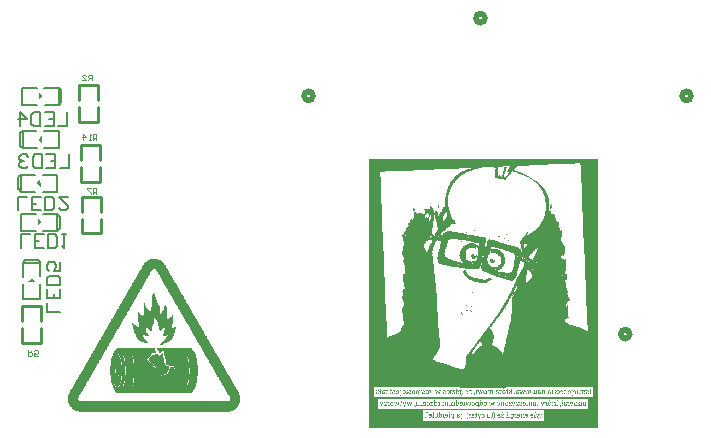
<source format=gbo>
G04*
G04 #@! TF.GenerationSoftware,Altium Limited,Altium Designer,24.3.1 (35)*
G04*
G04 Layer_Color=32896*
%FSLAX44Y44*%
%MOMM*%
G71*
G04*
G04 #@! TF.SameCoordinates,C75BA454-7026-4FA9-A0C7-AF5AFDCDB590*
G04*
G04*
G04 #@! TF.FilePolarity,Positive*
G04*
G01*
G75*
%ADD10C,0.5080*%
%ADD11C,0.2540*%
%ADD13C,0.1524*%
%ADD17C,0.1000*%
%ADD84C,1.2700*%
%ADD85C,0.1500*%
G36*
X416689Y717549D02*
X414190Y713950D01*
X414089Y721149D01*
X416689Y717549D01*
D02*
G37*
G36*
X416491Y677121D02*
X413891Y680721D01*
X416390Y684320D01*
X416491Y677121D01*
D02*
G37*
G36*
X415221Y640291D02*
X412621Y643891D01*
X415120Y647490D01*
X415221Y640291D01*
D02*
G37*
G36*
X415419Y610869D02*
X412920Y607270D01*
X412819Y614469D01*
X415419Y610869D01*
D02*
G37*
G36*
X411270Y560240D02*
X404071Y560139D01*
X407671Y562739D01*
X411270Y560240D01*
D02*
G37*
G36*
X512760Y579406D02*
X514611D01*
Y578943D01*
X515999D01*
Y578480D01*
X516924D01*
Y578017D01*
X517850D01*
Y577555D01*
X518313D01*
Y577092D01*
X518775D01*
Y576629D01*
X519238D01*
Y576166D01*
X519701D01*
Y575704D01*
X520163D01*
Y574778D01*
X520626D01*
Y574316D01*
X521089D01*
Y573390D01*
X521552D01*
Y572465D01*
X522014D01*
Y572002D01*
X522477D01*
Y571077D01*
X522940D01*
Y570151D01*
X523402D01*
Y569226D01*
X523865D01*
Y568300D01*
X524328D01*
Y567838D01*
X524791D01*
Y566912D01*
X525253D01*
Y565987D01*
X525716D01*
Y565524D01*
X526179D01*
Y564599D01*
X526641D01*
Y563673D01*
X527104D01*
Y562748D01*
X527567D01*
Y562285D01*
X528030D01*
Y561360D01*
X528492D01*
Y560434D01*
X528955D01*
Y559509D01*
X529418D01*
Y559046D01*
X529880D01*
Y558121D01*
X530343D01*
Y557195D01*
X530806D01*
Y556733D01*
X531269D01*
Y555807D01*
X531731D01*
Y554882D01*
X532194D01*
Y553956D01*
X532657D01*
Y553494D01*
X533119D01*
Y552568D01*
X533582D01*
Y551643D01*
X534045D01*
Y550717D01*
X534507D01*
Y550255D01*
X534970D01*
Y549329D01*
X535433D01*
Y548404D01*
X535896D01*
Y547941D01*
X536358D01*
Y547016D01*
X536821D01*
Y546090D01*
X537284D01*
Y545165D01*
X537747D01*
Y544702D01*
X538209D01*
Y543777D01*
X538672D01*
Y542851D01*
X539135D01*
Y541926D01*
X539597D01*
Y541463D01*
X540060D01*
Y540538D01*
X540523D01*
Y539612D01*
X540985D01*
Y538687D01*
X541448D01*
Y538224D01*
X541911D01*
Y537299D01*
X542374D01*
Y536373D01*
X542836D01*
Y535448D01*
X543299D01*
Y534985D01*
X543762D01*
Y534060D01*
X544225D01*
Y533134D01*
X544687D01*
Y532672D01*
X545150D01*
Y531746D01*
X545613D01*
Y530821D01*
X546075D01*
Y529895D01*
X546538D01*
Y529432D01*
X547001D01*
Y528507D01*
X547463D01*
Y527582D01*
X547926D01*
Y527119D01*
X548389D01*
Y526194D01*
X548852D01*
Y525268D01*
X549314D01*
Y524343D01*
X549777D01*
Y523880D01*
X550240D01*
Y522954D01*
X550703D01*
Y522029D01*
X551165D01*
Y521104D01*
X551628D01*
Y520641D01*
X552091D01*
Y519715D01*
X552553D01*
Y518790D01*
X553016D01*
Y518327D01*
X553479D01*
Y517402D01*
X553941D01*
Y516477D01*
X554404D01*
Y515551D01*
X554867D01*
Y514626D01*
X555330D01*
Y514163D01*
X555792D01*
Y513237D01*
X556255D01*
Y512312D01*
X556718D01*
Y511849D01*
X557180D01*
Y510924D01*
X557643D01*
Y509999D01*
X558106D01*
Y509073D01*
X558569D01*
Y508610D01*
X559031D01*
Y507685D01*
X559494D01*
Y506759D01*
X559957D01*
Y506297D01*
X560420D01*
Y505371D01*
X560882D01*
Y504446D01*
X561345D01*
Y503521D01*
X561808D01*
Y502595D01*
X562270D01*
Y502132D01*
X562733D01*
Y501207D01*
X563196D01*
Y500281D01*
X563658D01*
Y499819D01*
X564121D01*
Y498893D01*
X564584D01*
Y497968D01*
X565047D01*
Y497505D01*
X565509D01*
Y496580D01*
X565972D01*
Y495654D01*
X566435D01*
Y494729D01*
X566898D01*
Y494266D01*
X567360D01*
Y493341D01*
X567823D01*
Y492415D01*
X568286D01*
Y491490D01*
X568748D01*
Y490565D01*
X569211D01*
Y490102D01*
X569674D01*
Y489176D01*
X570136D01*
Y488251D01*
X570599D01*
Y487788D01*
X571062D01*
Y486863D01*
X571525D01*
Y485937D01*
X571987D01*
Y485475D01*
X572450D01*
Y484087D01*
X572913D01*
Y483624D01*
X573376D01*
Y482699D01*
X573838D01*
Y481773D01*
X574301D01*
Y481310D01*
X574764D01*
Y480385D01*
X575226D01*
Y479459D01*
X575689D01*
Y478997D01*
X576152D01*
Y478071D01*
X576614D01*
Y477146D01*
X577077D01*
Y476221D01*
X577540D01*
Y475758D01*
X578003D01*
Y474832D01*
X578465D01*
Y473907D01*
X578928D01*
Y472981D01*
X579391D01*
Y472519D01*
X579854D01*
Y471593D01*
X580316D01*
Y470668D01*
X580779D01*
Y469743D01*
X581242D01*
Y469280D01*
X581704D01*
Y468354D01*
X582167D01*
Y467429D01*
X582630D01*
Y466966D01*
X583092D01*
Y465578D01*
X583555D01*
Y464653D01*
X584018D01*
Y462802D01*
X584481D01*
Y460025D01*
X584018D01*
Y457712D01*
X583555D01*
Y456786D01*
X583092D01*
Y455861D01*
X582630D01*
Y454936D01*
X582167D01*
Y454473D01*
X581704D01*
Y454010D01*
X581242D01*
Y453548D01*
X580779D01*
Y453085D01*
X580316D01*
Y452622D01*
X579854D01*
Y452159D01*
X578928D01*
Y451697D01*
X578003D01*
Y451234D01*
X577077D01*
Y450771D01*
X575226D01*
Y450308D01*
X447518D01*
Y450771D01*
X445667D01*
Y451234D01*
X444741D01*
Y451697D01*
X443816D01*
Y452159D01*
X442890D01*
Y452622D01*
X442428D01*
Y453085D01*
X441965D01*
Y453548D01*
X441502D01*
Y454010D01*
X441040D01*
Y454473D01*
X440577D01*
Y454936D01*
X440114D01*
Y455861D01*
X439651D01*
Y456786D01*
X439189D01*
Y458175D01*
X438726D01*
Y460025D01*
X438263D01*
Y462802D01*
X438726D01*
Y464653D01*
X439189D01*
Y465578D01*
X439651D01*
Y466503D01*
X440114D01*
Y467429D01*
X440577D01*
Y468354D01*
X441040D01*
Y469280D01*
X441502D01*
Y469743D01*
X441965D01*
Y470668D01*
X442428D01*
Y471593D01*
X442890D01*
Y472056D01*
X443353D01*
Y472981D01*
X443816D01*
Y473907D01*
X444278D01*
Y474832D01*
X444741D01*
Y475295D01*
X445204D01*
Y476221D01*
X445667D01*
Y477146D01*
X446129D01*
Y478071D01*
X446592D01*
Y478534D01*
X447055D01*
Y479459D01*
X447518D01*
Y480385D01*
X447980D01*
Y481310D01*
X448443D01*
Y481773D01*
X448906D01*
Y482699D01*
X449368D01*
Y483624D01*
X449831D01*
Y484087D01*
X450294D01*
Y485012D01*
X450756D01*
Y485937D01*
X451219D01*
Y486863D01*
X451682D01*
Y487326D01*
X452145D01*
Y488251D01*
X452607D01*
Y489176D01*
X453070D01*
Y490102D01*
X453533D01*
Y490565D01*
X453996D01*
Y491490D01*
X454458D01*
Y492415D01*
X454921D01*
Y492878D01*
X455384D01*
Y493804D01*
X455846D01*
Y494729D01*
X456309D01*
Y495654D01*
X456772D01*
Y496117D01*
X457234D01*
Y497043D01*
X457697D01*
Y497968D01*
X458160D01*
Y498893D01*
X458623D01*
Y499819D01*
X459085D01*
Y500281D01*
X459548D01*
Y501207D01*
X460011D01*
Y501670D01*
X460474D01*
Y502595D01*
X460936D01*
Y503521D01*
X461399D01*
Y504446D01*
X461862D01*
Y504909D01*
X462324D01*
Y505834D01*
X462787D01*
Y506759D01*
X463250D01*
Y507685D01*
X463712D01*
Y508610D01*
X464175D01*
Y509073D01*
X464638D01*
Y509999D01*
X465101D01*
Y510924D01*
X465563D01*
Y511387D01*
X466026D01*
Y512312D01*
X466489D01*
Y513237D01*
X466951D01*
Y514163D01*
X467414D01*
Y514626D01*
X467877D01*
Y515551D01*
X468340D01*
Y516477D01*
X468802D01*
Y516939D01*
X469265D01*
Y517865D01*
X469728D01*
Y518790D01*
X470190D01*
Y519715D01*
X470653D01*
Y520178D01*
X471116D01*
Y521104D01*
X471579D01*
Y522029D01*
X472041D01*
Y522954D01*
X472504D01*
Y523417D01*
X472967D01*
Y524343D01*
X473429D01*
Y525268D01*
X473892D01*
Y526194D01*
X474355D01*
Y526656D01*
X474818D01*
Y527582D01*
X475280D01*
Y528507D01*
X475743D01*
Y528970D01*
X476206D01*
Y529895D01*
X476668D01*
Y530821D01*
X477131D01*
Y531746D01*
X477594D01*
Y532209D01*
X478056D01*
Y533134D01*
X478519D01*
Y534060D01*
X478982D01*
Y534985D01*
X479445D01*
Y535448D01*
X479907D01*
Y536373D01*
X480370D01*
Y537299D01*
X480833D01*
Y537761D01*
X481296D01*
Y538687D01*
X481758D01*
Y539612D01*
X482221D01*
Y540538D01*
X482684D01*
Y541463D01*
X483146D01*
Y541926D01*
X483609D01*
Y542851D01*
X484072D01*
Y543777D01*
X484534D01*
Y544239D01*
X484997D01*
Y545165D01*
X485460D01*
Y546090D01*
X485923D01*
Y547016D01*
X486385D01*
Y547478D01*
X486848D01*
Y548404D01*
X487311D01*
Y549329D01*
X487774D01*
Y549792D01*
X488236D01*
Y550717D01*
X488699D01*
Y551643D01*
X489162D01*
Y552568D01*
X489624D01*
Y553494D01*
X490087D01*
Y553956D01*
X490550D01*
Y554882D01*
X491012D01*
Y555807D01*
X491475D01*
Y556270D01*
X491938D01*
Y557195D01*
X492401D01*
Y558121D01*
X492863D01*
Y559046D01*
X493326D01*
Y559509D01*
X493789D01*
Y560434D01*
X494252D01*
Y561360D01*
X494714D01*
Y562285D01*
X495177D01*
Y562748D01*
X495640D01*
Y563673D01*
X496102D01*
Y564599D01*
X496565D01*
Y565524D01*
X497028D01*
Y565987D01*
X497491D01*
Y566912D01*
X497953D01*
Y567838D01*
X498416D01*
Y568300D01*
X498879D01*
Y569226D01*
X499341D01*
Y570151D01*
X499804D01*
Y570614D01*
X500267D01*
Y571539D01*
X500729D01*
Y572465D01*
X501192D01*
Y573390D01*
X501655D01*
Y574316D01*
X502118D01*
Y574778D01*
X502580D01*
Y575704D01*
X503043D01*
Y576166D01*
X503506D01*
Y576629D01*
X503969D01*
Y577092D01*
X504431D01*
Y577555D01*
X505357D01*
Y578017D01*
X505819D01*
Y578480D01*
X506745D01*
Y578943D01*
X508133D01*
Y579406D01*
X509984D01*
Y579868D01*
X512760D01*
Y579406D01*
D02*
G37*
G36*
X886812Y436959D02*
X693065D01*
Y664289D01*
X886812D01*
Y436959D01*
D02*
G37*
%LPC*%
G36*
X512760Y571077D02*
X510447D01*
Y570614D01*
X509521D01*
Y569688D01*
X509058D01*
Y569226D01*
X508596D01*
Y568300D01*
X508133D01*
Y567375D01*
X507670D01*
Y566450D01*
X507207D01*
Y565987D01*
X506745D01*
Y565061D01*
X506282D01*
Y564136D01*
X505819D01*
Y563210D01*
X505357D01*
Y562748D01*
X504894D01*
Y561822D01*
X504431D01*
Y560897D01*
X503969D01*
Y560434D01*
X503506D01*
Y559509D01*
X503043D01*
Y558583D01*
X502580D01*
Y557658D01*
X502118D01*
Y556733D01*
X501655D01*
Y556270D01*
X501192D01*
Y555344D01*
X500729D01*
Y554419D01*
X500267D01*
Y553956D01*
X499804D01*
Y553031D01*
X499341D01*
Y552105D01*
X498879D01*
Y551180D01*
X498416D01*
Y550717D01*
X497953D01*
Y549792D01*
X497491D01*
Y548866D01*
X497028D01*
Y547941D01*
X496565D01*
Y547478D01*
X496102D01*
Y546553D01*
X495640D01*
Y545627D01*
X495177D01*
Y545165D01*
X494714D01*
Y544239D01*
X494252D01*
Y543314D01*
X493789D01*
Y542388D01*
X493326D01*
Y541926D01*
X492863D01*
Y541000D01*
X492401D01*
Y540075D01*
X491938D01*
Y539149D01*
X491475D01*
Y538687D01*
X491012D01*
Y537761D01*
X490550D01*
Y536836D01*
X490087D01*
Y535910D01*
X489624D01*
Y535448D01*
X489162D01*
Y534522D01*
X488699D01*
Y533597D01*
X488236D01*
Y532672D01*
X487774D01*
Y532209D01*
X487311D01*
Y531283D01*
X486848D01*
Y530358D01*
X486385D01*
Y529895D01*
X485923D01*
Y528970D01*
X485460D01*
Y528044D01*
X484997D01*
Y527582D01*
X484534D01*
Y526656D01*
X484072D01*
Y525731D01*
X483609D01*
Y524805D01*
X483146D01*
Y523880D01*
X482684D01*
Y523417D01*
X482221D01*
Y522492D01*
X481758D01*
Y521566D01*
X481296D01*
Y520641D01*
X480833D01*
Y520178D01*
X480370D01*
Y519253D01*
X479907D01*
Y518327D01*
X479445D01*
Y517865D01*
X478982D01*
Y516939D01*
X478519D01*
Y516014D01*
X478056D01*
Y515088D01*
X477594D01*
Y514626D01*
X477131D01*
Y513700D01*
X476668D01*
Y512775D01*
X476206D01*
Y511849D01*
X475743D01*
Y511387D01*
X475280D01*
Y510461D01*
X474818D01*
Y509536D01*
X474355D01*
Y509073D01*
X473892D01*
Y508148D01*
X473429D01*
Y507222D01*
X472967D01*
Y506297D01*
X472504D01*
Y505834D01*
X472041D01*
Y504909D01*
X471579D01*
Y503983D01*
X471116D01*
Y503058D01*
X470653D01*
Y502595D01*
X470190D01*
Y501670D01*
X469728D01*
Y500744D01*
X469265D01*
Y499819D01*
X468802D01*
Y499356D01*
X468340D01*
Y498431D01*
X467877D01*
Y497505D01*
X467414D01*
Y497043D01*
X466951D01*
Y496117D01*
X466489D01*
Y495192D01*
X466026D01*
Y494266D01*
X465563D01*
Y493804D01*
X465101D01*
Y492878D01*
X464638D01*
Y491953D01*
X464175D01*
Y491027D01*
X463712D01*
Y490565D01*
X463250D01*
Y489639D01*
X462787D01*
Y488714D01*
X462324D01*
Y488251D01*
X461862D01*
Y487326D01*
X461399D01*
Y486400D01*
X460936D01*
Y485475D01*
X460474D01*
Y484549D01*
X460011D01*
Y484087D01*
X459548D01*
Y483161D01*
X459085D01*
Y482236D01*
X458623D01*
Y481310D01*
X458160D01*
Y480848D01*
X457697D01*
Y479922D01*
X457234D01*
Y478997D01*
X456772D01*
Y478534D01*
X456309D01*
Y477609D01*
X455846D01*
Y476683D01*
X455384D01*
Y476221D01*
X454921D01*
Y475295D01*
X454458D01*
Y474370D01*
X453996D01*
Y473444D01*
X453533D01*
Y472519D01*
X453070D01*
Y472056D01*
X452607D01*
Y471131D01*
X452145D01*
Y470205D01*
X451682D01*
Y469743D01*
X451219D01*
Y468817D01*
X450756D01*
Y467892D01*
X450294D01*
Y466966D01*
X449831D01*
Y466503D01*
X449368D01*
Y465578D01*
X448906D01*
Y464653D01*
X448443D01*
Y464190D01*
X447980D01*
Y463265D01*
X447518D01*
Y462339D01*
X447055D01*
Y460025D01*
X447518D01*
Y459563D01*
X447980D01*
Y459100D01*
X574764D01*
Y459563D01*
X575226D01*
Y460025D01*
X575689D01*
Y462339D01*
X575226D01*
Y463265D01*
X574764D01*
Y464190D01*
X574301D01*
Y464653D01*
X573838D01*
Y465578D01*
X573376D01*
Y466503D01*
X572913D01*
Y467429D01*
X572450D01*
Y467892D01*
X571987D01*
Y468817D01*
X571525D01*
Y469743D01*
X571062D01*
Y470205D01*
X570599D01*
Y471131D01*
X570136D01*
Y472056D01*
X569674D01*
Y472981D01*
X569211D01*
Y473907D01*
X568748D01*
Y474370D01*
X568286D01*
Y475295D01*
X567823D01*
Y476221D01*
X567360D01*
Y476683D01*
X566898D01*
Y477609D01*
X566435D01*
Y478534D01*
X565972D01*
Y479459D01*
X565509D01*
Y479922D01*
X565047D01*
Y480848D01*
X564584D01*
Y481773D01*
X564121D01*
Y482699D01*
X563658D01*
Y483161D01*
X563196D01*
Y484087D01*
X562733D01*
Y485012D01*
X562270D01*
Y485937D01*
X561808D01*
Y486400D01*
X561345D01*
Y487326D01*
X560882D01*
Y488251D01*
X560420D01*
Y489176D01*
X559957D01*
Y489639D01*
X559494D01*
Y490565D01*
X559031D01*
Y491490D01*
X558569D01*
Y491953D01*
X558106D01*
Y492878D01*
X557643D01*
Y493804D01*
X557180D01*
Y494729D01*
X556718D01*
Y495192D01*
X556255D01*
Y496117D01*
X555792D01*
Y497043D01*
X555330D01*
Y497505D01*
X554867D01*
Y498431D01*
X554404D01*
Y499356D01*
X553941D01*
Y500281D01*
X553479D01*
Y500744D01*
X553016D01*
Y501670D01*
X552553D01*
Y502595D01*
X552091D01*
Y503058D01*
X551628D01*
Y503983D01*
X551165D01*
Y504909D01*
X550703D01*
Y505834D01*
X550240D01*
Y506759D01*
X549777D01*
Y507222D01*
X549314D01*
Y508148D01*
X548852D01*
Y509073D01*
X548389D01*
Y509536D01*
X547926D01*
Y510461D01*
X547463D01*
Y511387D01*
X547001D01*
Y512312D01*
X546538D01*
Y512775D01*
X546075D01*
Y513700D01*
X545613D01*
Y514626D01*
X545150D01*
Y515551D01*
X544687D01*
Y516014D01*
X544225D01*
Y516939D01*
X543762D01*
Y517865D01*
X543299D01*
Y518327D01*
X542836D01*
Y519253D01*
X542374D01*
Y520178D01*
X541911D01*
Y521104D01*
X541448D01*
Y522029D01*
X540985D01*
Y522492D01*
X540523D01*
Y523417D01*
X540060D01*
Y524343D01*
X539597D01*
Y525268D01*
X539135D01*
Y525731D01*
X538672D01*
Y526656D01*
X538209D01*
Y527582D01*
X537747D01*
Y528044D01*
X537284D01*
Y528970D01*
X536821D01*
Y529895D01*
X536358D01*
Y530358D01*
X535896D01*
Y531283D01*
X535433D01*
Y532209D01*
X534970D01*
Y533134D01*
X534507D01*
Y533597D01*
X534045D01*
Y534522D01*
X533582D01*
Y535448D01*
X533119D01*
Y536373D01*
X532657D01*
Y536836D01*
X532194D01*
Y537761D01*
X531731D01*
Y538687D01*
X531269D01*
Y539612D01*
X530806D01*
Y540075D01*
X530343D01*
Y541000D01*
X529880D01*
Y541926D01*
X529418D01*
Y542388D01*
X528955D01*
Y543314D01*
X528492D01*
Y544239D01*
X528030D01*
Y545165D01*
X527567D01*
Y546090D01*
X527104D01*
Y546553D01*
X526641D01*
Y547478D01*
X526179D01*
Y547941D01*
X525716D01*
Y548866D01*
X525253D01*
Y549792D01*
X524791D01*
Y550717D01*
X524328D01*
Y551643D01*
X523865D01*
Y552105D01*
X523402D01*
Y553031D01*
X522940D01*
Y553956D01*
X522477D01*
Y554419D01*
X522014D01*
Y555344D01*
X521552D01*
Y556270D01*
X521089D01*
Y557195D01*
X520626D01*
Y557658D01*
X520163D01*
Y558583D01*
X519701D01*
Y559509D01*
X519238D01*
Y560434D01*
X518775D01*
Y560897D01*
X518313D01*
Y561822D01*
X517850D01*
Y562748D01*
X517387D01*
Y563673D01*
X516924D01*
Y564136D01*
X516462D01*
Y565061D01*
X515999D01*
Y565987D01*
X515536D01*
Y566912D01*
X515074D01*
Y567375D01*
X514611D01*
Y568300D01*
X514148D01*
Y569226D01*
X513685D01*
Y569688D01*
X513223D01*
Y570614D01*
X512760D01*
Y571077D01*
D02*
G37*
%LPD*%
G36*
X511372Y550255D02*
X511835D01*
Y548866D01*
X512297D01*
Y547478D01*
X512760D01*
Y546090D01*
X513223D01*
Y545165D01*
X513685D01*
Y544239D01*
X514148D01*
Y542851D01*
X514611D01*
Y541926D01*
X515074D01*
Y541000D01*
X515536D01*
Y539612D01*
X515999D01*
Y537761D01*
X516462D01*
Y533134D01*
X516924D01*
Y533597D01*
X517387D01*
Y534060D01*
X517850D01*
Y534522D01*
X518313D01*
Y535448D01*
X518775D01*
Y535910D01*
X519238D01*
Y536836D01*
X519701D01*
Y537761D01*
X520163D01*
Y539612D01*
X520626D01*
Y540538D01*
X521089D01*
Y540075D01*
X521552D01*
Y538687D01*
X522014D01*
Y535910D01*
X522477D01*
Y528970D01*
X523865D01*
Y529432D01*
X524791D01*
Y529895D01*
X525253D01*
Y530358D01*
X525716D01*
Y530821D01*
X526179D01*
Y531746D01*
X526641D01*
Y532209D01*
X527104D01*
Y533134D01*
X527567D01*
Y526194D01*
X527104D01*
Y524343D01*
X526641D01*
Y523417D01*
X526179D01*
Y521104D01*
X528030D01*
Y521566D01*
X528492D01*
Y522029D01*
X528955D01*
Y522492D01*
X529880D01*
Y520178D01*
X529418D01*
Y518327D01*
X528955D01*
Y516939D01*
X528492D01*
Y515088D01*
X528030D01*
Y514163D01*
X527567D01*
Y513237D01*
X527104D01*
Y512775D01*
X526641D01*
Y511849D01*
X526179D01*
Y511387D01*
X525716D01*
Y510924D01*
X525253D01*
Y510461D01*
X524791D01*
Y509999D01*
X523865D01*
Y509536D01*
X523402D01*
Y509073D01*
X522477D01*
Y508610D01*
X521089D01*
Y508148D01*
X520163D01*
Y507685D01*
X518775D01*
Y507222D01*
X516462D01*
Y507685D01*
X516924D01*
Y508148D01*
X517387D01*
Y508610D01*
X517850D01*
Y509073D01*
X518313D01*
Y509536D01*
X519238D01*
Y509999D01*
X519701D01*
Y510461D01*
X520163D01*
Y510924D01*
X520626D01*
Y511849D01*
X521089D01*
Y512312D01*
X521552D01*
Y513237D01*
X522014D01*
Y513700D01*
X522477D01*
Y514626D01*
X522940D01*
Y515088D01*
X522014D01*
Y514626D01*
X520163D01*
Y514163D01*
X518775D01*
Y515088D01*
X519238D01*
Y516014D01*
X519701D01*
Y517402D01*
X520163D01*
Y519715D01*
X520626D01*
Y521566D01*
X519701D01*
Y521104D01*
X519238D01*
Y520641D01*
X518313D01*
Y520178D01*
X517850D01*
Y519715D01*
X517387D01*
Y519253D01*
X516924D01*
Y518790D01*
X516462D01*
Y518327D01*
X515999D01*
Y519253D01*
X515536D01*
Y522954D01*
X515074D01*
Y525268D01*
X514611D01*
Y526194D01*
X514148D01*
Y527119D01*
X513685D01*
Y528044D01*
X513223D01*
Y528507D01*
X512760D01*
Y528970D01*
X512297D01*
Y529432D01*
X511835D01*
Y529895D01*
X511372D01*
Y528044D01*
X510909D01*
Y524805D01*
X510447D01*
Y522954D01*
X509984D01*
Y520641D01*
X509521D01*
Y518327D01*
X508596D01*
Y518790D01*
X508133D01*
Y519253D01*
X507670D01*
Y519715D01*
X507207D01*
Y520178D01*
X506745D01*
Y520641D01*
X506282D01*
Y521104D01*
X505819D01*
Y521566D01*
X504894D01*
Y522029D01*
X504431D01*
Y518790D01*
X504894D01*
Y517402D01*
X505357D01*
Y516939D01*
X505819D01*
Y516014D01*
X506282D01*
Y515551D01*
X506745D01*
Y514163D01*
X505357D01*
Y514626D01*
X503969D01*
Y515088D01*
X503043D01*
Y515551D01*
X502118D01*
Y513700D01*
X502580D01*
Y512775D01*
X503043D01*
Y512312D01*
X503506D01*
Y511387D01*
X503969D01*
Y510924D01*
X504431D01*
Y510461D01*
X504894D01*
Y509999D01*
X505357D01*
Y509536D01*
X505819D01*
Y508610D01*
X506282D01*
Y508148D01*
X504894D01*
Y508610D01*
X502580D01*
Y509073D01*
X501192D01*
Y509536D01*
X500267D01*
Y509999D01*
X499341D01*
Y510461D01*
X498879D01*
Y510924D01*
X498416D01*
Y511387D01*
X497953D01*
Y511849D01*
X497491D01*
Y512312D01*
X497028D01*
Y512775D01*
X496565D01*
Y513700D01*
X496102D01*
Y514626D01*
X495640D01*
Y516014D01*
X495177D01*
Y517402D01*
X494714D01*
Y518790D01*
X494252D01*
Y520641D01*
X493789D01*
Y522029D01*
X493326D01*
Y523417D01*
X492863D01*
Y525268D01*
X492401D01*
Y525731D01*
X493326D01*
Y525268D01*
X493789D01*
Y524805D01*
X494252D01*
Y524343D01*
X494714D01*
Y523880D01*
X495640D01*
Y523417D01*
X496102D01*
Y522954D01*
X497028D01*
Y522492D01*
X497953D01*
Y522029D01*
X498416D01*
Y522492D01*
X498879D01*
Y524343D01*
X498416D01*
Y526194D01*
X497953D01*
Y529432D01*
X497491D01*
Y535448D01*
X497953D01*
Y534985D01*
X498416D01*
Y534522D01*
X498879D01*
Y534060D01*
Y533597D01*
X499341D01*
Y533134D01*
X499804D01*
Y532672D01*
X500267D01*
Y532209D01*
X500729D01*
Y531746D01*
X501192D01*
Y531283D01*
X502118D01*
Y532672D01*
X502580D01*
Y541463D01*
X503043D01*
Y542851D01*
X503506D01*
Y541000D01*
X503969D01*
Y539612D01*
X504431D01*
Y539149D01*
X504894D01*
Y538224D01*
X505357D01*
Y537761D01*
X505819D01*
Y537299D01*
X506282D01*
Y536836D01*
X506745D01*
Y536373D01*
X507207D01*
Y535910D01*
X508596D01*
Y536836D01*
X509058D01*
Y539149D01*
X509521D01*
Y546090D01*
X509984D01*
Y548866D01*
X510447D01*
Y551180D01*
X510909D01*
Y551643D01*
X511372D01*
Y550255D01*
D02*
G37*
G36*
X541911Y503983D02*
X543299D01*
Y503521D01*
X543762D01*
Y503058D01*
X544225D01*
Y502595D01*
X544687D01*
Y502132D01*
X545150D01*
Y501207D01*
X545613D01*
Y500281D01*
X546075D01*
Y499356D01*
X546538D01*
Y497505D01*
X547001D01*
Y496117D01*
X547463D01*
Y493341D01*
X547926D01*
Y489639D01*
X548389D01*
Y480848D01*
X547926D01*
Y477146D01*
X547463D01*
Y474370D01*
X547001D01*
Y472519D01*
X546538D01*
Y471131D01*
X546075D01*
Y470205D01*
X545613D01*
Y469280D01*
X545150D01*
Y468354D01*
X544687D01*
Y467892D01*
X544225D01*
Y466966D01*
X543299D01*
Y466503D01*
X542374D01*
Y466041D01*
X480370D01*
Y466503D01*
X479445D01*
Y466966D01*
X478982D01*
Y467429D01*
X478519D01*
Y467892D01*
X478056D01*
Y468354D01*
X477594D01*
Y469280D01*
X477131D01*
Y470205D01*
X476668D01*
Y471131D01*
X476206D01*
Y472981D01*
X475743D01*
Y474370D01*
X475280D01*
Y477146D01*
X474818D01*
Y481310D01*
X474355D01*
Y489176D01*
X474818D01*
Y492878D01*
X475280D01*
Y496117D01*
X475743D01*
Y497505D01*
X476206D01*
Y498893D01*
X476668D01*
Y500281D01*
X477131D01*
Y501207D01*
X477594D01*
Y501670D01*
X478056D01*
Y502595D01*
X478519D01*
Y503058D01*
X478982D01*
Y503521D01*
X479907D01*
Y503983D01*
X480833D01*
Y504446D01*
X510909D01*
Y503983D01*
X511835D01*
Y503058D01*
X512297D01*
Y502132D01*
X512760D01*
Y501207D01*
X513223D01*
Y500281D01*
X511835D01*
Y499819D01*
X509984D01*
Y499356D01*
X509521D01*
Y498893D01*
X509058D01*
Y498431D01*
X508596D01*
Y497968D01*
X508133D01*
Y497505D01*
X507670D01*
Y497043D01*
X507207D01*
Y496117D01*
X506745D01*
Y495654D01*
X506282D01*
Y495192D01*
X505819D01*
Y494729D01*
X505357D01*
Y493804D01*
X506282D01*
Y493341D01*
X506745D01*
Y492878D01*
X507670D01*
Y492415D01*
X508133D01*
Y491953D01*
X508596D01*
Y491490D01*
X509521D01*
Y491027D01*
X509984D01*
Y490565D01*
X510447D01*
Y489639D01*
X510909D01*
Y490565D01*
X510447D01*
Y491027D01*
X509984D01*
Y491490D01*
X509521D01*
Y491953D01*
X509058D01*
Y492415D01*
X508596D01*
Y492878D01*
X507670D01*
Y493341D01*
X507207D01*
Y493804D01*
X506745D01*
Y495192D01*
X507207D01*
Y495654D01*
X507670D01*
Y496117D01*
X508133D01*
Y496580D01*
X508596D01*
Y497043D01*
X509058D01*
Y497505D01*
X509521D01*
Y497968D01*
X509984D01*
Y498431D01*
X511835D01*
Y498893D01*
X515074D01*
Y498431D01*
X515536D01*
Y497968D01*
X515999D01*
Y498431D01*
X516924D01*
Y498893D01*
X517387D01*
Y499356D01*
X518313D01*
Y499819D01*
X518775D01*
Y498431D01*
X519238D01*
Y496117D01*
X519701D01*
Y494266D01*
X520163D01*
Y491953D01*
X520626D01*
Y489639D01*
X521089D01*
Y489176D01*
X521552D01*
Y488714D01*
X524328D01*
Y487326D01*
X523865D01*
Y485937D01*
X523402D01*
Y485012D01*
X522940D01*
Y483624D01*
X522477D01*
Y482699D01*
X521552D01*
Y482236D01*
X522940D01*
Y483161D01*
X523402D01*
Y484087D01*
X523865D01*
Y485475D01*
X524328D01*
Y486400D01*
X524791D01*
Y487788D01*
X525253D01*
Y488251D01*
X528492D01*
Y488714D01*
X526179D01*
Y489176D01*
X523865D01*
Y489639D01*
X521552D01*
Y492415D01*
X521089D01*
Y495192D01*
X520626D01*
Y497968D01*
X520163D01*
Y501207D01*
X519701D01*
Y502132D01*
X519238D01*
Y501670D01*
X518313D01*
Y501207D01*
X517387D01*
Y500744D01*
X516924D01*
Y500281D01*
X515536D01*
Y501670D01*
X515074D01*
Y502132D01*
X514611D01*
Y503058D01*
X514148D01*
Y504446D01*
X541911D01*
Y503983D01*
D02*
G37*
%LPC*%
G36*
X485460Y498893D02*
X484997D01*
Y498431D01*
X485460D01*
Y498893D01*
D02*
G37*
G36*
X479445D02*
X478982D01*
Y498431D01*
X479445D01*
Y498893D01*
D02*
G37*
G36*
X478519Y497968D02*
X478056D01*
Y497505D01*
X478519D01*
Y497968D01*
D02*
G37*
G36*
X493326D02*
X492863D01*
Y497505D01*
Y497043D01*
X493326D01*
Y497968D01*
D02*
G37*
G36*
X485923Y497505D02*
X485460D01*
Y497043D01*
Y496580D01*
X485923D01*
Y497505D01*
D02*
G37*
G36*
X540060Y497043D02*
X539597D01*
Y496580D01*
Y496117D01*
Y495654D01*
X540060D01*
Y497043D01*
D02*
G37*
G36*
X493789Y496580D02*
X493326D01*
Y495192D01*
X493789D01*
Y495654D01*
Y496580D01*
D02*
G37*
G36*
X540523Y495192D02*
X540060D01*
Y494266D01*
Y493804D01*
Y492878D01*
X540523D01*
Y495192D01*
D02*
G37*
G36*
X494252Y494729D02*
X493789D01*
Y491953D01*
X494252D01*
Y494266D01*
Y494729D01*
D02*
G37*
G36*
X486385Y495654D02*
X485923D01*
Y493341D01*
X486385D01*
Y489639D01*
X486848D01*
Y492878D01*
Y493341D01*
Y493804D01*
X486385D01*
Y495654D01*
D02*
G37*
G36*
X510909Y489176D02*
X510447D01*
Y488714D01*
Y488251D01*
X511835D01*
Y487788D01*
X512760D01*
Y487326D01*
X514148D01*
Y487788D01*
X513223D01*
Y488251D01*
X511835D01*
Y488714D01*
X510909D01*
Y489176D01*
D02*
G37*
G36*
X528955Y487788D02*
X528492D01*
Y487326D01*
X528955Y486863D01*
X529418D01*
Y486400D01*
X529880D01*
Y486863D01*
X529418D01*
Y487326D01*
X528955D01*
Y487788D01*
D02*
G37*
G36*
X478056Y489176D02*
X477594D01*
Y488714D01*
X478056D01*
Y488251D01*
Y486863D01*
X478519D01*
Y483161D01*
X478982D01*
Y486863D01*
X478519D01*
Y488714D01*
X478056D01*
Y489176D01*
D02*
G37*
G36*
X521552Y482236D02*
X520163D01*
Y481773D01*
X521552D01*
Y482236D01*
D02*
G37*
G36*
X481758Y488251D02*
X481296D01*
Y481773D01*
X481758D01*
Y484549D01*
Y485012D01*
Y488251D01*
D02*
G37*
G36*
X478519Y483161D02*
X478056D01*
Y481773D01*
X478519D01*
Y483161D01*
D02*
G37*
G36*
X520163Y481773D02*
X518775D01*
Y481310D01*
X520163D01*
Y481773D01*
D02*
G37*
G36*
X487311Y489176D02*
X486848D01*
Y486863D01*
Y486400D01*
Y481310D01*
X487311D01*
Y489176D01*
D02*
G37*
G36*
X481296Y481310D02*
X480833D01*
Y480848D01*
X481296D01*
Y481310D01*
D02*
G37*
G36*
X518313D02*
X517387D01*
Y480385D01*
X517850D01*
Y480848D01*
X518313D01*
Y481310D01*
D02*
G37*
G36*
X494714Y491490D02*
X494252D01*
Y478997D01*
X494714D01*
Y489176D01*
Y489639D01*
Y491490D01*
D02*
G37*
G36*
X540985Y492415D02*
X540523D01*
Y491953D01*
Y491490D01*
Y477609D01*
X540985D01*
Y482699D01*
X541448D01*
Y487326D01*
X540985D01*
Y492415D01*
D02*
G37*
G36*
X481296Y498893D02*
X480833D01*
Y498431D01*
X481296D01*
Y497968D01*
X481758D01*
Y497043D01*
X482221D01*
Y496117D01*
X482684D01*
Y494729D01*
X483146D01*
Y492878D01*
X483609D01*
Y489639D01*
X484072D01*
Y480848D01*
X483609D01*
Y477609D01*
X484072D01*
Y479922D01*
X484534D01*
Y487326D01*
Y487788D01*
Y490102D01*
X484072D01*
Y492878D01*
X483609D01*
Y494729D01*
X483146D01*
Y496117D01*
X482684D01*
Y497043D01*
X482221D01*
Y497968D01*
X481758D01*
Y498431D01*
X481296D01*
Y498893D01*
D02*
G37*
G36*
X486848Y481310D02*
X486385D01*
Y476683D01*
X486848D01*
Y481310D01*
D02*
G37*
G36*
X483609Y477609D02*
X483146D01*
Y475758D01*
X483609D01*
Y477609D01*
D02*
G37*
G36*
X540523D02*
X540060D01*
Y474832D01*
X540523D01*
Y477609D01*
D02*
G37*
G36*
X486385Y476683D02*
X485923D01*
Y474832D01*
X486385D01*
Y476683D01*
D02*
G37*
G36*
X483146Y475758D02*
X482684D01*
Y474370D01*
X483146D01*
Y475758D01*
D02*
G37*
G36*
X494252Y478534D02*
X493789D01*
Y475758D01*
Y475295D01*
X493326D01*
Y473444D01*
X493789D01*
Y474832D01*
X494252Y475295D01*
Y478534D01*
D02*
G37*
G36*
X482684Y474370D02*
X482221D01*
Y473444D01*
X482684D01*
Y474370D01*
D02*
G37*
G36*
X540060Y474832D02*
X539597D01*
Y472981D01*
X540060D01*
Y474832D01*
D02*
G37*
G36*
X478056Y473444D02*
X477594D01*
Y472981D01*
X478056D01*
Y473444D01*
D02*
G37*
G36*
X493326Y472981D02*
X492863D01*
Y472519D01*
X493326D01*
Y472981D01*
D02*
G37*
G36*
X485923Y473444D02*
X485460D01*
Y472519D01*
X485923D01*
Y472981D01*
Y473444D01*
D02*
G37*
G36*
X482221Y472981D02*
X481758D01*
Y472519D01*
X482221D01*
Y472981D01*
D02*
G37*
G36*
X481758Y472519D02*
X481296D01*
Y472056D01*
X481758D01*
Y472519D01*
D02*
G37*
G36*
X481296Y472056D02*
X480833D01*
Y471593D01*
X481296D01*
Y472056D01*
D02*
G37*
G36*
X478982D02*
X478519D01*
Y471593D01*
X478982D01*
Y472056D01*
D02*
G37*
G36*
X485460D02*
X484997D01*
Y471593D01*
Y471131D01*
X485460D01*
Y472056D01*
D02*
G37*
G36*
X480833Y471593D02*
X479445D01*
Y471131D01*
X480833D01*
Y471593D01*
D02*
G37*
G36*
X808990Y658154D02*
X806730D01*
Y657831D01*
X804792D01*
Y657508D01*
X803501D01*
Y657185D01*
X802855D01*
Y656540D01*
X802532D01*
Y650727D01*
X802209D01*
Y650081D01*
X803178D01*
Y650404D01*
X804469D01*
Y650081D01*
X804792D01*
Y649758D01*
X805438D01*
Y649435D01*
X805761D01*
Y649758D01*
X806084D01*
Y650404D01*
X806407D01*
Y651373D01*
X806730D01*
Y652665D01*
X807053D01*
Y653956D01*
X807375D01*
Y655248D01*
X807698D01*
Y655894D01*
X808021D01*
Y657185D01*
X807375D01*
Y657831D01*
X807698D01*
Y657508D01*
X808021D01*
Y657831D01*
X808990D01*
Y658154D01*
D02*
G37*
G36*
X779605Y656862D02*
X777345D01*
Y656540D01*
X769918D01*
Y656217D01*
X761522D01*
Y655894D01*
X760876D01*
Y656217D01*
X759585D01*
Y655894D01*
X753126D01*
Y655571D01*
X748283D01*
Y655248D01*
X736981D01*
Y654925D01*
X730522D01*
Y654602D01*
X725033D01*
Y654279D01*
X724387D01*
Y654602D01*
X724064D01*
Y654279D01*
X716314D01*
Y653956D01*
X706627D01*
Y653633D01*
X703075D01*
Y653310D01*
X702752D01*
Y648790D01*
X703075D01*
Y640717D01*
X703398D01*
Y631998D01*
X703721D01*
Y626186D01*
X704044D01*
Y617790D01*
X704367D01*
Y610040D01*
X704689D01*
Y602290D01*
X705012D01*
Y595186D01*
X705335D01*
Y586791D01*
X705658D01*
Y580655D01*
X705981D01*
Y572582D01*
X706304D01*
Y564832D01*
X706627D01*
Y557406D01*
X706950D01*
Y550624D01*
X707273D01*
Y541906D01*
X707596D01*
Y534802D01*
X707918D01*
Y527375D01*
X708242D01*
Y520271D01*
X708564D01*
Y514135D01*
X708887D01*
Y513167D01*
X709533D01*
Y513489D01*
X710502D01*
Y514135D01*
X711471D01*
Y514458D01*
X712439D01*
Y514781D01*
X712762D01*
Y515104D01*
X713731D01*
Y515427D01*
X714700D01*
Y515750D01*
X715023D01*
Y516073D01*
X715991D01*
Y516396D01*
X716960D01*
Y516719D01*
X717283D01*
Y517042D01*
X718252D01*
Y517364D01*
X718898D01*
Y518010D01*
X719543D01*
Y518333D01*
X720189D01*
Y518656D01*
X720512D01*
Y519302D01*
X721158D01*
Y519625D01*
X720835D01*
Y521562D01*
X721158D01*
Y522208D01*
X721481D01*
Y523177D01*
X721804D01*
Y523500D01*
X722127D01*
Y523823D01*
X722450D01*
Y524146D01*
X722773D01*
Y527375D01*
X722450D01*
Y528989D01*
X722127D01*
Y532864D01*
X721804D01*
Y533833D01*
X721481D01*
Y535125D01*
X721158D01*
Y537062D01*
X721481D01*
Y538354D01*
X721804D01*
Y538677D01*
X722127D01*
Y539323D01*
X722450D01*
Y539645D01*
X722773D01*
Y540291D01*
X723095D01*
Y541906D01*
X722773D01*
Y542874D01*
X722450D01*
Y544489D01*
X722127D01*
Y545135D01*
X721804D01*
Y545458D01*
X721481D01*
Y546104D01*
X721158D01*
Y546427D01*
X720835D01*
Y547072D01*
X721481D01*
Y548041D01*
X721804D01*
Y551593D01*
X721158D01*
Y552239D01*
X721804D01*
Y553208D01*
X722450D01*
Y554176D01*
X723741D01*
Y554822D01*
X723418D01*
Y556114D01*
X723095D01*
Y558697D01*
X722773D01*
Y560312D01*
X722450D01*
Y562572D01*
X722127D01*
Y564832D01*
X722450D01*
Y566124D01*
X722127D01*
Y567416D01*
X722450D01*
Y567093D01*
X722773D01*
Y566124D01*
X723095D01*
Y567093D01*
X723418D01*
Y568707D01*
X723741D01*
Y569030D01*
X723418D01*
Y571291D01*
X723741D01*
Y572259D01*
X724064D01*
Y572905D01*
X723741D01*
Y573874D01*
X723418D01*
Y574520D01*
X723095D01*
Y576134D01*
X722773D01*
Y576457D01*
X723095D01*
Y576780D01*
X722773D01*
Y577426D01*
X722450D01*
Y577103D01*
X722127D01*
Y579041D01*
X722450D01*
Y578718D01*
X722773D01*
Y581624D01*
X722450D01*
Y582270D01*
X722127D01*
Y582593D01*
X721804D01*
Y582916D01*
X721481D01*
Y583884D01*
X721158D01*
Y585822D01*
X721481D01*
Y586791D01*
X722127D01*
Y587436D01*
X722450D01*
Y589051D01*
X722773D01*
Y589374D01*
X722127D01*
Y590988D01*
X722450D01*
Y590665D01*
X722773D01*
Y591957D01*
X723095D01*
Y594540D01*
X722450D01*
Y591957D01*
X722127D01*
Y597124D01*
X722773D01*
Y597447D01*
X722450D01*
Y597770D01*
X722127D01*
Y598092D01*
X721481D01*
Y598738D01*
X721158D01*
Y599707D01*
X721481D01*
Y600353D01*
X721804D01*
Y600676D01*
X722450D01*
Y600999D01*
X722773D01*
Y601322D01*
X723095D01*
Y602290D01*
X723741D01*
Y603259D01*
X724064D01*
Y603582D01*
X724387D01*
Y603905D01*
X724710D01*
Y605842D01*
X725033D01*
Y606165D01*
X725356D01*
Y606488D01*
X726002D01*
Y606811D01*
X726324D01*
Y607134D01*
X726002D01*
Y607457D01*
X726324D01*
Y610040D01*
X727616D01*
Y610363D01*
X727939D01*
Y610686D01*
X728262D01*
Y612623D01*
X728908D01*
Y613269D01*
X729877D01*
Y612946D01*
X730200D01*
Y612623D01*
X730522D01*
Y613269D01*
X730845D01*
Y614561D01*
X731168D01*
Y620373D01*
X730845D01*
Y620696D01*
X730522D01*
Y621019D01*
X730200D01*
Y622957D01*
X731168D01*
Y622311D01*
X731814D01*
Y621665D01*
X732460D01*
Y620373D01*
X731814D01*
Y619728D01*
X732460D01*
Y619405D01*
X732783D01*
Y619082D01*
X733106D01*
Y618759D01*
X733429D01*
Y618436D01*
X733752D01*
Y618113D01*
X734074D01*
Y617790D01*
X734720D01*
Y618436D01*
X735043D01*
Y618759D01*
X735366D01*
Y619082D01*
X736012D01*
Y618759D01*
X736981D01*
Y618436D01*
X738595D01*
Y618113D01*
X739564D01*
Y617790D01*
X739241D01*
Y617467D01*
X739564D01*
Y616498D01*
X739887D01*
Y616821D01*
X740210D01*
Y617790D01*
X740856D01*
Y618113D01*
X740533D01*
Y621019D01*
X740210D01*
Y621665D01*
X740533D01*
Y621988D01*
X744085D01*
Y622311D01*
X744731D01*
Y623925D01*
X745376D01*
Y624248D01*
X746022D01*
Y623925D01*
X746668D01*
Y623602D01*
X746991D01*
Y623280D01*
X747314D01*
Y622634D01*
X747637D01*
Y621342D01*
X747960D01*
Y620050D01*
X748283D01*
Y618436D01*
X748605D01*
Y618759D01*
X749251D01*
Y619082D01*
X749574D01*
Y619405D01*
X749897D01*
Y619728D01*
X749574D01*
Y620373D01*
X750866D01*
Y620050D01*
X751189D01*
Y619082D01*
X751512D01*
Y616498D01*
X751835D01*
Y617144D01*
X752158D01*
Y616498D01*
X752480D01*
Y617790D01*
X753126D01*
Y618436D01*
X753449D01*
Y618759D01*
X753772D01*
Y619082D01*
X754418D01*
Y619405D01*
X755064D01*
Y620373D01*
X755387D01*
Y621665D01*
X755710D01*
Y622957D01*
X756032D01*
Y623280D01*
X756355D01*
Y623602D01*
X757647D01*
Y623925D01*
X757970D01*
Y631998D01*
X758293D01*
Y634259D01*
X758616D01*
Y635550D01*
X758939D01*
Y637165D01*
X759261D01*
Y638134D01*
X759585D01*
Y639102D01*
X759907D01*
Y640071D01*
X760230D01*
Y640717D01*
X760553D01*
Y641685D01*
X760876D01*
Y642008D01*
X761199D01*
Y642654D01*
X761522D01*
Y643300D01*
X761845D01*
Y643946D01*
X762168D01*
Y644592D01*
X762491D01*
Y644915D01*
X762814D01*
Y645561D01*
X763137D01*
Y645883D01*
X763459D01*
Y646206D01*
X763782D01*
Y646852D01*
X764105D01*
Y647175D01*
X764428D01*
Y647498D01*
X764751D01*
Y647821D01*
X765074D01*
Y648144D01*
X765397D01*
Y648790D01*
X766043D01*
Y649435D01*
X766366D01*
Y649758D01*
X766689D01*
Y650081D01*
X767011D01*
Y650404D01*
X767334D01*
Y650727D01*
X767980D01*
Y651050D01*
X768303D01*
Y651373D01*
X768949D01*
Y651696D01*
X769272D01*
Y652019D01*
X769595D01*
Y652342D01*
X770240D01*
Y652665D01*
X770564D01*
Y652988D01*
X771209D01*
Y653310D01*
X771855D01*
Y653633D01*
X772178D01*
Y653956D01*
X772824D01*
Y654279D01*
X773793D01*
Y654602D01*
X774438D01*
Y654925D01*
X775730D01*
Y655248D01*
X776376D01*
Y655571D01*
X777022D01*
Y655894D01*
X778313D01*
Y656217D01*
X779282D01*
Y656540D01*
X779605D01*
Y656862D01*
D02*
G37*
G36*
X812542Y658154D02*
X809636D01*
Y657831D01*
X809959D01*
Y656862D01*
X809636D01*
Y656540D01*
Y656217D01*
Y655894D01*
X809313D01*
Y655248D01*
X808990D01*
Y654279D01*
X808667D01*
Y653310D01*
X808344D01*
Y652019D01*
X808021D01*
Y651373D01*
X807698D01*
Y650081D01*
X807375D01*
Y649758D01*
X807698D01*
Y649435D01*
X808344D01*
Y649112D01*
X808990D01*
Y649435D01*
X809313D01*
Y649758D01*
X809636D01*
Y650081D01*
X809959D01*
Y650404D01*
X810282D01*
Y651050D01*
X810605D01*
Y651373D01*
X810928D01*
Y652019D01*
X811250D01*
Y652342D01*
X811573D01*
Y652665D01*
X811896D01*
Y652988D01*
X810928D01*
Y653310D01*
X810605D01*
Y653633D01*
X810282D01*
Y654602D01*
X810605D01*
Y654925D01*
X810928D01*
Y655248D01*
X811250D01*
Y656217D01*
X811573D01*
Y656862D01*
X811896D01*
Y657508D01*
X812219D01*
Y657831D01*
X812542D01*
Y658154D01*
D02*
G37*
G36*
X845802Y620373D02*
X845479D01*
Y620050D01*
X845802D01*
Y620373D01*
D02*
G37*
G36*
X747637Y619728D02*
X747314D01*
Y619405D01*
X747637D01*
Y619728D01*
D02*
G37*
G36*
Y618759D02*
X747314D01*
Y618113D01*
X747637D01*
Y618436D01*
Y618759D01*
D02*
G37*
G36*
X746668Y617790D02*
X746022D01*
Y617467D01*
X746345D01*
Y617144D01*
X746668D01*
Y617790D01*
D02*
G37*
G36*
X750866Y617144D02*
X750543D01*
Y616498D01*
Y616175D01*
X750866D01*
Y617144D01*
D02*
G37*
G36*
X752158Y615207D02*
X751835D01*
Y614884D01*
X752158D01*
Y615207D01*
D02*
G37*
G36*
X743439Y618436D02*
X742470D01*
Y618113D01*
X742147D01*
Y617790D01*
X741501D01*
Y617144D01*
X741179D01*
Y616821D01*
X740856D01*
Y616498D01*
X740533D01*
Y615207D01*
X740856D01*
Y614561D01*
X741179D01*
Y614238D01*
X741501D01*
Y614561D01*
X741824D01*
Y614884D01*
X742147D01*
Y613915D01*
X742793D01*
Y614238D01*
X743116D01*
Y615207D01*
X743762D01*
Y617790D01*
X743439D01*
Y618436D01*
D02*
G37*
G36*
X752158Y612623D02*
X751835D01*
Y611978D01*
X752158D01*
Y612301D01*
Y612623D01*
D02*
G37*
G36*
X745376Y617144D02*
X745053D01*
Y615853D01*
X744731D01*
Y615207D01*
X744085D01*
Y614561D01*
X743762D01*
Y613269D01*
Y612946D01*
Y612623D01*
X744085D01*
Y611978D01*
X744731D01*
Y612301D01*
X745053D01*
Y612623D01*
X745376D01*
Y613915D01*
X745699D01*
Y615207D01*
X746022D01*
Y615853D01*
X745699D01*
Y616821D01*
X745376D01*
Y617144D01*
D02*
G37*
G36*
X758939Y619728D02*
X758616D01*
Y618759D01*
X758293D01*
Y618436D01*
X757970D01*
Y617790D01*
X757001D01*
Y616821D01*
X756678D01*
Y616175D01*
X756355D01*
Y615853D01*
X756032D01*
Y613915D01*
X755710D01*
Y611978D01*
X755387D01*
Y611655D01*
X755710D01*
Y611009D01*
X756032D01*
Y611332D01*
X756355D01*
Y611655D01*
X757001D01*
Y612623D01*
X757647D01*
Y613269D01*
X757970D01*
Y613592D01*
X758293D01*
Y614238D01*
X758616D01*
Y614884D01*
X758939D01*
Y615207D01*
X759261D01*
Y616175D01*
X759585D01*
Y618113D01*
X759261D01*
Y619082D01*
X758939D01*
Y619728D01*
D02*
G37*
G36*
X726970Y608426D02*
X726647D01*
Y607457D01*
X726970D01*
Y608103D01*
Y608426D01*
D02*
G37*
G36*
X798980Y657185D02*
X788646D01*
Y656862D01*
X787032D01*
Y656540D01*
X785417D01*
Y656217D01*
X783803D01*
Y655894D01*
X782834D01*
Y655571D01*
X781865D01*
Y655248D01*
X780897D01*
Y654925D01*
X780251D01*
Y654602D01*
X779282D01*
Y654279D01*
X778313D01*
Y653956D01*
X777667D01*
Y653633D01*
X777022D01*
Y653310D01*
X776376D01*
Y652988D01*
X775730D01*
Y652665D01*
X775084D01*
Y652342D01*
X774438D01*
Y652019D01*
X774116D01*
Y651696D01*
X773470D01*
Y651373D01*
X772824D01*
Y651050D01*
X772501D01*
Y650727D01*
X771855D01*
Y650404D01*
X771532D01*
Y650081D01*
X770886D01*
Y649758D01*
X770564D01*
Y649435D01*
X770240D01*
Y649112D01*
X769918D01*
Y648790D01*
X769595D01*
Y648467D01*
X769272D01*
Y648144D01*
X768626D01*
Y647821D01*
X768303D01*
Y647498D01*
X767980D01*
Y647175D01*
X767657D01*
Y646852D01*
X767334D01*
Y646529D01*
X767011D01*
Y646206D01*
X766689D01*
Y645561D01*
X766366D01*
Y645238D01*
X766043D01*
Y644915D01*
X765720D01*
Y644269D01*
X765397D01*
Y643946D01*
X765074D01*
Y643623D01*
X764751D01*
Y643300D01*
X764428D01*
Y642654D01*
X764105D01*
Y642331D01*
X763782D01*
Y641685D01*
X763459D01*
Y641040D01*
X763137D01*
Y640394D01*
X762814D01*
Y639748D01*
X762491D01*
Y638779D01*
X762168D01*
Y638456D01*
X761845D01*
Y637488D01*
X761522D01*
Y636196D01*
X761199D01*
Y634904D01*
X760876D01*
Y633613D01*
X760553D01*
Y629415D01*
X760230D01*
Y626832D01*
X760553D01*
Y623602D01*
X760876D01*
Y621988D01*
X761199D01*
Y620373D01*
X761522D01*
Y619082D01*
X761845D01*
Y618113D01*
X762168D01*
Y617467D01*
X762491D01*
Y616175D01*
X762814D01*
Y615530D01*
X763137D01*
Y614884D01*
X763459D01*
Y614238D01*
X763782D01*
Y613915D01*
X764105D01*
Y613269D01*
X764428D01*
Y612946D01*
X765397D01*
Y612301D01*
X765720D01*
Y611332D01*
X766043D01*
Y610363D01*
X766689D01*
Y610040D01*
X767011D01*
Y609394D01*
X763459D01*
Y609071D01*
X763137D01*
Y608749D01*
X762491D01*
Y608426D01*
X762168D01*
Y608103D01*
X761845D01*
Y607780D01*
X761522D01*
Y607134D01*
X760876D01*
Y606811D01*
X760553D01*
Y606488D01*
X759907D01*
Y606165D01*
X759585D01*
Y605842D01*
X759261D01*
Y605519D01*
X758616D01*
Y605196D01*
X758293D01*
Y604551D01*
X757647D01*
Y604228D01*
X757324D01*
Y603582D01*
X756678D01*
Y603259D01*
X756355D01*
Y602936D01*
X756032D01*
Y602613D01*
X755710D01*
Y602290D01*
X755387D01*
Y601967D01*
X755064D01*
Y601645D01*
X754741D01*
Y601322D01*
X754418D01*
Y600353D01*
X756032D01*
Y600999D01*
X756355D01*
Y601322D01*
X756678D01*
Y601645D01*
X757001D01*
Y601967D01*
X757647D01*
Y602613D01*
X758293D01*
Y602936D01*
X759585D01*
Y603259D01*
X760553D01*
Y603582D01*
X761845D01*
Y603259D01*
X763782D01*
Y602936D01*
X764751D01*
Y602613D01*
X766689D01*
Y602290D01*
X768303D01*
Y601967D01*
X769918D01*
Y601645D01*
X771532D01*
Y601322D01*
X773470D01*
Y600999D01*
X774438D01*
Y600676D01*
X776376D01*
Y600353D01*
X778313D01*
Y600030D01*
X780251D01*
Y599707D01*
X781865D01*
Y599384D01*
X784449D01*
Y599061D01*
X785417D01*
Y598738D01*
X786709D01*
Y598415D01*
X789615D01*
Y598092D01*
X791230D01*
Y597770D01*
X791553D01*
Y597447D01*
X791876D01*
Y597124D01*
X792199D01*
Y596478D01*
X792522D01*
Y595186D01*
X792844D01*
Y594540D01*
X792522D01*
Y593895D01*
X792199D01*
Y593572D01*
X791876D01*
Y593249D01*
X791553D01*
Y591311D01*
X791230D01*
Y590020D01*
X792199D01*
Y589697D01*
X792522D01*
Y590342D01*
X792844D01*
Y591311D01*
X793167D01*
Y594540D01*
X793490D01*
Y595186D01*
X793813D01*
Y595509D01*
X794136D01*
Y595832D01*
X794459D01*
Y596155D01*
X794782D01*
Y596478D01*
X796074D01*
Y596155D01*
X797042D01*
Y595832D01*
X798011D01*
Y595509D01*
X799626D01*
Y595186D01*
X800594D01*
Y594863D01*
X801240D01*
Y594540D01*
X802532D01*
Y594217D01*
X803501D01*
Y593895D01*
X803823D01*
Y593572D01*
X805761D01*
Y593249D01*
X806730D01*
Y592926D01*
X808021D01*
Y592603D01*
X809313D01*
Y592280D01*
X810282D01*
Y591957D01*
X810928D01*
Y591634D01*
X811896D01*
Y591311D01*
X813188D01*
Y590988D01*
X814802D01*
Y590665D01*
X815771D01*
Y590342D01*
X816740D01*
Y590020D01*
X818031D01*
Y589697D01*
X819323D01*
Y589374D01*
X820292D01*
Y589051D01*
X820615D01*
Y588405D01*
X820938D01*
Y588082D01*
X821261D01*
Y587759D01*
X821907D01*
Y587113D01*
X822229D01*
Y585822D01*
X822552D01*
Y585499D01*
X822875D01*
Y586145D01*
X822552D01*
Y588405D01*
X822229D01*
Y590342D01*
X821907D01*
Y592603D01*
X821583D01*
Y594540D01*
X821907D01*
Y595509D01*
X822229D01*
Y595832D01*
X822552D01*
Y597124D01*
X822875D01*
Y597447D01*
X823198D01*
Y597770D01*
X823521D01*
Y598092D01*
X823844D01*
Y598415D01*
X824167D01*
Y598738D01*
X824490D01*
Y599061D01*
X824813D01*
Y599384D01*
X825136D01*
Y599707D01*
X825459D01*
Y600353D01*
X826104D01*
Y600999D01*
X826427D01*
Y601322D01*
X826750D01*
Y601645D01*
X827073D01*
Y601967D01*
X827396D01*
Y602290D01*
X828042D01*
Y601322D01*
X827719D01*
Y600676D01*
X827396D01*
Y600030D01*
X827073D01*
Y599707D01*
X827719D01*
Y600030D01*
X828365D01*
Y600353D01*
X829010D01*
Y600676D01*
X829333D01*
Y600999D01*
X829979D01*
Y601322D01*
X830625D01*
Y601645D01*
X830948D01*
Y601967D01*
X831271D01*
Y602290D01*
X831917D01*
Y602613D01*
X832240D01*
Y602936D01*
X832563D01*
Y603259D01*
X832886D01*
Y603582D01*
X833531D01*
Y603905D01*
X833854D01*
Y604228D01*
X834177D01*
Y604551D01*
X834500D01*
Y604874D01*
X835146D01*
Y605519D01*
X835469D01*
Y605842D01*
X835792D01*
Y606165D01*
X836115D01*
Y606488D01*
X836438D01*
Y606811D01*
X836760D01*
Y607134D01*
X837083D01*
Y607457D01*
X837406D01*
Y607780D01*
X837729D01*
Y608426D01*
X838052D01*
Y608749D01*
X838375D01*
Y609071D01*
X838698D01*
Y609394D01*
X839021D01*
Y610040D01*
X839344D01*
Y610686D01*
X839667D01*
Y611332D01*
X839989D01*
Y611655D01*
X840312D01*
Y612623D01*
X840635D01*
Y613269D01*
X840958D01*
Y613915D01*
X841281D01*
Y614884D01*
X841604D01*
Y615853D01*
X841927D01*
Y617144D01*
X842250D01*
Y618436D01*
X842573D01*
Y620050D01*
X842896D01*
Y627800D01*
X842573D01*
Y628769D01*
X842896D01*
Y629092D01*
X842573D01*
Y630061D01*
X842250D01*
Y631675D01*
X841927D01*
Y632644D01*
X841604D01*
Y633613D01*
X841281D01*
Y634581D01*
X840958D01*
Y635227D01*
X840635D01*
Y636196D01*
X840312D01*
Y636842D01*
X839989D01*
Y637488D01*
X839667D01*
Y638134D01*
X839344D01*
Y638779D01*
X839021D01*
Y639102D01*
X838698D01*
Y639748D01*
X838375D01*
Y640071D01*
X838052D01*
Y640717D01*
X837729D01*
Y641040D01*
X837406D01*
Y641685D01*
X837083D01*
Y642008D01*
X836760D01*
Y642331D01*
X836438D01*
Y642654D01*
X836115D01*
Y642977D01*
X835792D01*
Y643300D01*
X835469D01*
Y643623D01*
X835146D01*
Y643946D01*
X834823D01*
Y644269D01*
X834500D01*
Y644592D01*
X834177D01*
Y644915D01*
X833531D01*
Y645238D01*
X833208D01*
Y645561D01*
X832886D01*
Y645883D01*
X832563D01*
Y646206D01*
X831917D01*
Y646529D01*
X831594D01*
Y646852D01*
X830948D01*
Y647175D01*
X830302D01*
Y647498D01*
X829979D01*
Y647821D01*
X829333D01*
Y648144D01*
X828688D01*
Y648467D01*
X828365D01*
Y648790D01*
X827719D01*
Y649112D01*
X826750D01*
Y649435D01*
X826104D01*
Y649758D01*
X825459D01*
Y650081D01*
X824490D01*
Y650404D01*
X823844D01*
Y650727D01*
X823198D01*
Y651050D01*
X822229D01*
Y651373D01*
X821583D01*
Y651696D01*
X820615D01*
Y652019D01*
X819646D01*
Y652342D01*
X819000D01*
Y652665D01*
X818354D01*
Y652988D01*
X817063D01*
Y653310D01*
X816417D01*
Y653633D01*
X815448D01*
Y653956D01*
X814802D01*
Y653633D01*
X814480D01*
Y653310D01*
X814157D01*
Y652988D01*
X813834D01*
Y652665D01*
X813511D01*
Y652342D01*
X813188D01*
Y651696D01*
X812865D01*
Y651373D01*
X812542D01*
Y651050D01*
X812219D01*
Y650727D01*
X811896D01*
Y650081D01*
X811573D01*
Y649758D01*
X811250D01*
Y649435D01*
X810928D01*
Y649112D01*
X810605D01*
Y648790D01*
X810282D01*
Y648467D01*
X809959D01*
Y648144D01*
X809636D01*
Y647821D01*
X809313D01*
Y647175D01*
X808990D01*
Y646852D01*
X808667D01*
Y646529D01*
X808344D01*
Y646206D01*
X807698D01*
Y646529D01*
X807375D01*
Y647175D01*
X807053D01*
Y647498D01*
X806730D01*
Y647175D01*
X806407D01*
Y647498D01*
X804792D01*
Y647821D01*
X802855D01*
Y648144D01*
X800917D01*
Y648467D01*
X800271D01*
Y648790D01*
X799949D01*
Y649758D01*
X800271D01*
Y655571D01*
X800594D01*
Y656540D01*
X800271D01*
Y656862D01*
X798980D01*
Y657185D01*
D02*
G37*
G36*
X761522Y600030D02*
X761199D01*
Y599707D01*
X761522D01*
Y600030D01*
D02*
G37*
G36*
X745699Y600353D02*
X745376D01*
Y600030D01*
Y599707D01*
X745699D01*
Y600353D01*
D02*
G37*
G36*
X762814Y599707D02*
X762491D01*
Y599384D01*
X762814D01*
Y599707D01*
D02*
G37*
G36*
X748605Y617144D02*
X748283D01*
Y614238D01*
X747960D01*
Y611655D01*
X747637D01*
Y611332D01*
Y609717D01*
X747314D01*
Y606165D01*
X746991D01*
Y603259D01*
X746668D01*
Y601322D01*
X746991D01*
Y600999D01*
X747314D01*
Y600676D01*
X747637D01*
Y600353D01*
X747960D01*
Y600030D01*
X748283D01*
Y599384D01*
X748928D01*
Y599707D01*
X749251D01*
Y600353D01*
X749574D01*
Y601322D01*
X749897D01*
Y601967D01*
X750220D01*
Y602290D01*
X750543D01*
Y603259D01*
X750866D01*
Y603905D01*
X751189D01*
Y604228D01*
X751512D01*
Y606811D01*
X751189D01*
Y608103D01*
X750866D01*
Y609394D01*
X750543D01*
Y611009D01*
X750220D01*
Y611978D01*
X749897D01*
Y613269D01*
X749574D01*
Y614561D01*
X749251D01*
Y615530D01*
X748928D01*
Y616821D01*
X748605D01*
Y617144D01*
D02*
G37*
G36*
X746668Y599384D02*
X745699D01*
Y599061D01*
X746668D01*
Y599384D01*
D02*
G37*
G36*
X724064Y600353D02*
X723741D01*
Y599061D01*
X724710D01*
Y599384D01*
X725033D01*
Y599707D01*
X724064D01*
Y600353D01*
D02*
G37*
G36*
X773147Y599061D02*
X772501D01*
Y598738D01*
X773147D01*
Y599061D01*
D02*
G37*
G36*
X752480Y598738D02*
X752158D01*
Y598415D01*
X752480D01*
Y598738D01*
D02*
G37*
G36*
X747637Y598092D02*
X747314D01*
Y597770D01*
X747637D01*
Y598092D01*
D02*
G37*
G36*
X746668Y598738D02*
X745053D01*
Y598415D01*
Y598092D01*
X745376D01*
Y597770D01*
X744731D01*
Y597447D01*
X746991D01*
Y598092D01*
X746345D01*
Y597770D01*
X745699D01*
Y598415D01*
X746668D01*
Y598738D01*
D02*
G37*
G36*
X777667Y598092D02*
X777022D01*
Y597770D01*
X776053D01*
Y597447D01*
X778313D01*
Y597124D01*
X778636D01*
Y597447D01*
X778313D01*
Y597770D01*
X777667D01*
Y598092D01*
D02*
G37*
G36*
X789615Y595832D02*
X789292D01*
Y595509D01*
X789615D01*
Y595832D01*
D02*
G37*
G36*
X757001Y594863D02*
X756678D01*
Y594540D01*
X757001D01*
Y594863D01*
D02*
G37*
G36*
X789615Y593249D02*
X789292D01*
Y592926D01*
X789615D01*
Y593249D01*
D02*
G37*
G36*
X789292Y592603D02*
X788969D01*
Y592280D01*
X789292D01*
Y592603D01*
D02*
G37*
G36*
X804469Y591634D02*
X804146D01*
Y591311D01*
X804469D01*
Y591634D01*
D02*
G37*
G36*
X801563Y591957D02*
X801240D01*
Y591634D01*
X801563Y591311D01*
X801886D01*
Y591634D01*
X801563D01*
Y591957D01*
D02*
G37*
G36*
X788969Y591634D02*
X788646D01*
Y590988D01*
X788969D01*
Y591634D01*
D02*
G37*
G36*
X807053Y590988D02*
X806730D01*
Y590665D01*
X807053D01*
Y590988D01*
D02*
G37*
G36*
X766689Y596801D02*
X762168D01*
Y596478D01*
X761845D01*
Y596155D01*
X760876D01*
Y595832D01*
X760553D01*
Y595186D01*
X760230D01*
Y593895D01*
X759907D01*
Y592926D01*
X759585D01*
Y590988D01*
X759261D01*
Y590342D01*
X758939D01*
Y590020D01*
X758616D01*
Y589374D01*
X758293D01*
Y588405D01*
X757970D01*
Y587436D01*
X757647D01*
Y586145D01*
X757324D01*
Y584853D01*
X757001D01*
Y584207D01*
X757324D01*
Y581624D01*
X757647D01*
Y581301D01*
X758293D01*
Y580978D01*
X758939D01*
Y580655D01*
X759585D01*
Y580332D01*
X760230D01*
Y580009D01*
X761199D01*
Y579686D01*
X761845D01*
Y579364D01*
X762491D01*
Y579041D01*
X763459D01*
Y578718D01*
X764428D01*
Y578395D01*
X765397D01*
Y578072D01*
X766366D01*
Y577749D01*
X767657D01*
Y577426D01*
X768626D01*
Y577103D01*
X769918D01*
Y576780D01*
X771209D01*
Y576457D01*
X772501D01*
Y577103D01*
X772178D01*
Y577426D01*
X771855D01*
Y577749D01*
X771532D01*
Y578072D01*
X771209D01*
Y578718D01*
X770886D01*
Y579686D01*
X770564D01*
Y580332D01*
X770240D01*
Y582270D01*
X769918D01*
Y583238D01*
X770240D01*
Y585176D01*
X770564D01*
Y586145D01*
X770886D01*
Y587113D01*
X771209D01*
Y587759D01*
X771532D01*
Y588405D01*
X771855D01*
Y588728D01*
X772178D01*
Y589374D01*
X772501D01*
Y590020D01*
X773147D01*
Y590342D01*
X773470D01*
Y590665D01*
X773793D01*
Y590988D01*
X774438D01*
Y591311D01*
X774761D01*
Y591634D01*
X775084D01*
Y591957D01*
X776053D01*
Y592280D01*
X776699D01*
Y592603D01*
X777667D01*
Y592926D01*
X782188D01*
Y592603D01*
X783480D01*
Y592280D01*
X784126D01*
Y591957D01*
X784772D01*
Y591634D01*
X785095D01*
Y591311D01*
X785417D01*
Y590988D01*
X786063D01*
Y590665D01*
X786386D01*
Y592926D01*
X785417D01*
Y593249D01*
X784126D01*
Y593572D01*
X782511D01*
Y593895D01*
X781543D01*
Y594217D01*
X779928D01*
Y594540D01*
X778636D01*
Y594863D01*
X776699D01*
Y595186D01*
X775730D01*
Y595509D01*
X773793D01*
Y595832D01*
X770886D01*
Y596155D01*
X768949D01*
Y596478D01*
X766689D01*
Y596801D01*
D02*
G37*
G36*
X826750Y592603D02*
X825136D01*
Y592280D01*
X824490D01*
Y590020D01*
X824813D01*
Y589374D01*
X825136D01*
Y590020D01*
X825459D01*
Y590342D01*
X825781D01*
Y590020D01*
X826427D01*
Y590342D01*
X826750D01*
Y590020D01*
X827073D01*
Y588728D01*
X827396D01*
Y591634D01*
X827073D01*
Y591957D01*
Y592280D01*
X826750D01*
Y592603D01*
D02*
G37*
G36*
X812219Y589051D02*
X811896D01*
Y588728D01*
X812219D01*
Y589051D01*
D02*
G37*
G36*
X813834Y588728D02*
X813188D01*
Y588405D01*
X813834D01*
Y588728D01*
D02*
G37*
G36*
X785095Y589697D02*
X784126D01*
Y589374D01*
X783803D01*
Y588405D01*
X782834D01*
Y588728D01*
X782188D01*
Y589051D01*
X781220D01*
Y589374D01*
X780251D01*
Y589051D01*
X778313D01*
Y588728D01*
X777667D01*
Y588405D01*
X777022D01*
Y588082D01*
X776699D01*
Y587759D01*
X776376D01*
Y587436D01*
X776053D01*
Y587113D01*
X775730D01*
Y585822D01*
X775407D01*
Y585176D01*
X775084D01*
Y581624D01*
X775407D01*
Y581301D01*
X775084D01*
Y580332D01*
X775407D01*
Y578718D01*
X777345D01*
Y578395D01*
X778313D01*
Y577749D01*
X779282D01*
Y577426D01*
X780574D01*
Y577749D01*
X782188D01*
Y578072D01*
X782834D01*
Y578395D01*
X783803D01*
Y578718D01*
X784449D01*
Y579041D01*
X784772D01*
Y580655D01*
X785095D01*
Y582270D01*
X785417D01*
Y583884D01*
X785740D01*
Y586468D01*
X785417D01*
Y587759D01*
X785740D01*
Y589374D01*
X785095D01*
Y589697D01*
D02*
G37*
G36*
X818354Y587436D02*
X817386D01*
Y587113D01*
X818354D01*
Y587436D01*
D02*
G37*
G36*
X755387Y588082D02*
X755064D01*
Y587113D01*
X755387D01*
Y588082D01*
D02*
G37*
G36*
X817063Y587436D02*
X816740D01*
Y586791D01*
X817063D01*
Y587436D01*
D02*
G37*
G36*
X755710Y586791D02*
X755387D01*
Y586468D01*
X755710D01*
Y586791D01*
D02*
G37*
G36*
X747314Y595832D02*
X744085D01*
Y595509D01*
X743439D01*
Y595186D01*
X742793D01*
Y594863D01*
X742147D01*
Y594540D01*
X741824D01*
Y594217D01*
X741501D01*
Y593895D01*
X741179D01*
Y593572D01*
X740856D01*
Y593249D01*
X740533D01*
Y592603D01*
X740210D01*
Y591957D01*
X739887D01*
Y590665D01*
X740210D01*
Y589374D01*
X740533D01*
Y588405D01*
X740856D01*
Y587436D01*
X741179D01*
Y586791D01*
X741501D01*
Y586145D01*
X741824D01*
Y585822D01*
X742147D01*
Y585499D01*
X742470D01*
Y586145D01*
X742793D01*
Y586791D01*
X743116D01*
Y587436D01*
X743439D01*
Y588082D01*
X743762D01*
Y588728D01*
Y589051D01*
X744085D01*
Y589374D01*
X744408D01*
Y590342D01*
X744731D01*
Y590988D01*
X745053D01*
Y591634D01*
X745376D01*
Y592280D01*
X745699D01*
Y592926D01*
X746022D01*
Y593572D01*
X746345D01*
Y594217D01*
X746668D01*
Y594863D01*
X746991D01*
Y595509D01*
X747314D01*
Y595832D01*
D02*
G37*
G36*
X819969Y585176D02*
X819646D01*
Y584853D01*
X819969D01*
Y584530D01*
X820292D01*
Y584853D01*
X819969D01*
Y585176D01*
D02*
G37*
G36*
X823198D02*
X822875D01*
Y584207D01*
X823198D01*
Y585176D01*
D02*
G37*
G36*
X790907Y584207D02*
X790584D01*
Y583884D01*
X790907D01*
Y584207D01*
D02*
G37*
G36*
X872281Y660737D02*
X867760D01*
Y660414D01*
X857427D01*
Y660091D01*
X851614D01*
Y659769D01*
X844833D01*
Y659446D01*
X836115D01*
Y659123D01*
X829010D01*
Y658800D01*
X821261D01*
Y658477D01*
X818031D01*
Y658154D01*
X818354D01*
Y657831D01*
X818031D01*
Y657508D01*
X817709D01*
Y656862D01*
X817386D01*
Y656540D01*
X817063D01*
Y656217D01*
X816740D01*
Y655894D01*
X816417D01*
Y654925D01*
X817063D01*
Y654602D01*
X818031D01*
Y654279D01*
X818677D01*
Y653956D01*
X819646D01*
Y653633D01*
X820615D01*
Y653310D01*
X821261D01*
Y652988D01*
X822229D01*
Y652665D01*
X822875D01*
Y652342D01*
X823521D01*
Y652019D01*
X824167D01*
Y651696D01*
X824813D01*
Y651373D01*
X825459D01*
Y651050D01*
X826104D01*
Y650727D01*
X826750D01*
Y650404D01*
X827396D01*
Y650081D01*
X827719D01*
Y649758D01*
X828365D01*
Y649435D01*
X829010D01*
Y649112D01*
X829333D01*
Y648790D01*
X829979D01*
Y648467D01*
X830302D01*
Y648144D01*
X830948D01*
Y647821D01*
X831594D01*
Y647498D01*
X831917D01*
Y647175D01*
X832563D01*
Y646852D01*
X833208D01*
Y646529D01*
X833531D01*
Y646206D01*
X833854D01*
Y645883D01*
X834500D01*
Y645561D01*
X835146D01*
Y644915D01*
X835792D01*
Y644592D01*
X836115D01*
Y644269D01*
X836760D01*
Y643946D01*
X837083D01*
Y643623D01*
X837406D01*
Y643300D01*
X837729D01*
Y642977D01*
X838375D01*
Y642331D01*
X839021D01*
Y642008D01*
X839344D01*
Y641685D01*
X839667D01*
Y641363D01*
X839989D01*
Y641040D01*
X840312D01*
Y640717D01*
X840635D01*
Y640394D01*
X840958D01*
Y640071D01*
X841281D01*
Y639425D01*
X841604D01*
Y639102D01*
X841927D01*
Y638456D01*
X842573D01*
Y637488D01*
X842896D01*
Y637165D01*
X843219D01*
Y636842D01*
X843542D01*
Y635873D01*
X843865D01*
Y635227D01*
X844187D01*
Y634259D01*
X844510D01*
Y633290D01*
X844833D01*
Y632644D01*
X845156D01*
Y631675D01*
X845479D01*
Y630384D01*
X845802D01*
Y629092D01*
X846125D01*
Y621665D01*
X845802D01*
Y620373D01*
X846448D01*
Y621342D01*
X846771D01*
Y620373D01*
X847094D01*
Y619728D01*
X847417D01*
Y619405D01*
X847739D01*
Y618436D01*
X847417D01*
Y617790D01*
X849031D01*
Y617467D01*
X850000D01*
Y617144D01*
X850646D01*
Y615207D01*
X850968D01*
Y614561D01*
X851292D01*
Y613269D01*
X851614D01*
Y612623D01*
X851937D01*
Y611655D01*
X852260D01*
Y611332D01*
X853229D01*
Y611009D01*
X853552D01*
Y610686D01*
X853875D01*
Y607457D01*
X853229D01*
Y607134D01*
X853552D01*
Y606811D01*
X854198D01*
Y606165D01*
X854521D01*
Y605519D01*
X854844D01*
Y603582D01*
X855489D01*
Y603259D01*
X856135D01*
Y603905D01*
X856458D01*
Y603259D01*
X856781D01*
Y602290D01*
X857104D01*
Y599707D01*
X856458D01*
Y598415D01*
X856135D01*
Y597770D01*
X855812D01*
Y596155D01*
X855489D01*
Y595509D01*
X855812D01*
Y595186D01*
X856135D01*
Y594863D01*
X856458D01*
Y594217D01*
X856781D01*
Y593895D01*
X857104D01*
Y593572D01*
X857427D01*
Y592603D01*
X857750D01*
Y591957D01*
X858073D01*
Y591311D01*
X858395D01*
Y590665D01*
X859041D01*
Y590342D01*
X859364D01*
Y590020D01*
X859687D01*
Y587436D01*
X859364D01*
Y585176D01*
X859041D01*
Y584207D01*
X858718D01*
Y583884D01*
X858395D01*
Y582593D01*
X857427D01*
Y582916D01*
X857104D01*
Y582593D01*
X856781D01*
Y582270D01*
X856458D01*
Y581947D01*
X856135D01*
Y581624D01*
X855812D01*
Y580655D01*
X856458D01*
Y580332D01*
X857104D01*
Y580009D01*
X858073D01*
Y579686D01*
X858395D01*
Y579041D01*
X859041D01*
Y578395D01*
X859687D01*
Y579686D01*
X860010D01*
Y579364D01*
X860333D01*
Y578718D01*
X860010D01*
Y576780D01*
X860333D01*
Y576457D01*
X860010D01*
Y575489D01*
X860333D01*
Y570645D01*
X860010D01*
Y569676D01*
X859687D01*
Y568707D01*
X859364D01*
Y567739D01*
X859687D01*
Y566770D01*
X860979D01*
Y566124D01*
X860656D01*
Y565478D01*
X860979D01*
Y563541D01*
X860656D01*
Y561926D01*
X860333D01*
Y560958D01*
X860010D01*
Y561603D01*
X859364D01*
Y560958D01*
X859041D01*
Y560312D01*
X859364D01*
Y559989D01*
X859687D01*
Y560312D01*
X860010D01*
Y557728D01*
X860333D01*
Y555468D01*
X860656D01*
Y555145D01*
X860979D01*
Y554822D01*
X861302D01*
Y553531D01*
X860979D01*
Y552239D01*
X861625D01*
Y550947D01*
X861302D01*
Y550302D01*
X861625D01*
Y548687D01*
X861948D01*
Y547718D01*
X862271D01*
Y547072D01*
X862593D01*
Y546749D01*
X862916D01*
Y545458D01*
X863562D01*
Y544166D01*
X862593D01*
Y543843D01*
X861948D01*
Y543520D01*
X860979D01*
Y541906D01*
X860656D01*
Y541260D01*
X860333D01*
Y540291D01*
X860010D01*
Y539645D01*
X860333D01*
Y539323D01*
X860979D01*
Y541260D01*
X861302D01*
Y540937D01*
X861625D01*
Y532541D01*
X861948D01*
Y530927D01*
X862271D01*
Y529958D01*
X861948D01*
Y529635D01*
X860979D01*
Y528343D01*
X860656D01*
Y528666D01*
X859687D01*
Y527698D01*
X859364D01*
Y526729D01*
X859041D01*
Y526083D01*
X860010D01*
Y525437D01*
X861625D01*
Y525114D01*
X861948D01*
Y524468D01*
X862916D01*
Y524146D01*
X863885D01*
Y523823D01*
X864854D01*
Y523500D01*
X866145D01*
Y523177D01*
X867437D01*
Y522854D01*
X868729D01*
Y522531D01*
X869374D01*
Y522208D01*
X870343D01*
Y521885D01*
X871635D01*
Y521562D01*
X872281D01*
Y521239D01*
X873250D01*
Y520916D01*
X873572D01*
Y520594D01*
X874541D01*
Y520271D01*
X875187D01*
Y519948D01*
X875510D01*
Y519625D01*
X876802D01*
Y518979D01*
X877447D01*
Y518656D01*
X877770D01*
Y518333D01*
X878416D01*
Y523500D01*
X878093D01*
Y530604D01*
X877770D01*
Y540291D01*
X877447D01*
Y546427D01*
X877124D01*
Y553208D01*
X876802D01*
Y561926D01*
X876479D01*
Y569353D01*
X876156D01*
Y576457D01*
X875833D01*
Y583561D01*
X875510D01*
Y591957D01*
X875187D01*
Y597770D01*
X874864D01*
Y605519D01*
X874541D01*
Y613915D01*
X874218D01*
Y619405D01*
X873895D01*
Y628123D01*
X873572D01*
Y636196D01*
X873250D01*
Y644269D01*
X872926D01*
Y649758D01*
X872604D01*
Y659123D01*
X872281D01*
Y659769D01*
X872604D01*
Y660091D01*
X872281D01*
Y660737D01*
D02*
G37*
G36*
X820292Y583561D02*
X819969D01*
Y583238D01*
Y582916D01*
Y582593D01*
X820292D01*
Y583561D01*
D02*
G37*
G36*
X819646D02*
X819323D01*
Y582593D01*
X819646D01*
Y583561D01*
D02*
G37*
G36*
X819323Y582270D02*
X819000D01*
Y581624D01*
X819323D01*
Y582270D01*
D02*
G37*
G36*
X790584D02*
X790261D01*
Y581947D01*
Y581624D01*
X790584D01*
Y582270D01*
D02*
G37*
G36*
X789938D02*
X789292D01*
Y581624D01*
X789615D01*
Y581301D01*
X790261D01*
Y581624D01*
X789938D01*
Y582270D01*
D02*
G37*
G36*
X823521Y580978D02*
X823198D01*
Y580655D01*
X823521D01*
Y580978D01*
D02*
G37*
G36*
X823198Y580655D02*
X822875D01*
Y580332D01*
Y580009D01*
X823521D01*
Y580332D01*
X823198D01*
Y580655D01*
D02*
G37*
G36*
X825136Y580332D02*
X824167D01*
Y580009D01*
X824490D01*
Y579686D01*
X824813D01*
Y580009D01*
X825136D01*
Y580332D01*
D02*
G37*
G36*
X825781Y579686D02*
X825459D01*
Y579364D01*
X825781D01*
Y579686D01*
D02*
G37*
G36*
X836760Y589697D02*
X836115D01*
Y589374D01*
X835792D01*
Y589051D01*
X835469D01*
Y588728D01*
X835146D01*
Y588405D01*
X834823D01*
Y588082D01*
X834500D01*
Y587759D01*
X834177D01*
Y587436D01*
X833854D01*
Y587113D01*
X833531D01*
Y586791D01*
X833208D01*
Y586145D01*
X832563D01*
Y585822D01*
X832240D01*
Y585499D01*
X831917D01*
Y585176D01*
X831594D01*
Y584853D01*
X831271D01*
Y584530D01*
X830948D01*
Y584207D01*
X830625D01*
Y583561D01*
X829979D01*
Y582916D01*
X829656D01*
Y582593D01*
X829333D01*
Y582270D01*
X829010D01*
Y581624D01*
X828688D01*
Y580655D01*
X829333D01*
Y580332D01*
X829979D01*
Y580009D01*
X830625D01*
Y579686D01*
X831271D01*
Y579364D01*
X831594D01*
Y579041D01*
X831917D01*
Y579364D01*
X832240D01*
Y579686D01*
X832563D01*
Y580655D01*
X832886D01*
Y581624D01*
X833208D01*
Y582270D01*
X833531D01*
Y582593D01*
Y582916D01*
X833854D01*
Y583561D01*
X834177D01*
Y584207D01*
X834500D01*
Y585176D01*
X834823D01*
Y585822D01*
X835146D01*
Y586468D01*
X835469D01*
Y587436D01*
X835792D01*
Y588082D01*
X836115D01*
Y588728D01*
X836438D01*
Y589374D01*
X836760D01*
Y589697D01*
D02*
G37*
G36*
X858395Y579041D02*
X857750D01*
Y578718D01*
X858395D01*
Y579041D01*
D02*
G37*
G36*
X827073D02*
X826750D01*
Y578718D01*
X827073D01*
Y579041D01*
D02*
G37*
G36*
X825781D02*
X825459D01*
Y578718D01*
X825781D01*
Y579041D01*
D02*
G37*
G36*
X826750Y578718D02*
X826427D01*
Y578395D01*
X826750D01*
Y578718D01*
D02*
G37*
G36*
X829333Y578072D02*
X829010D01*
Y577749D01*
X829333D01*
Y578072D01*
D02*
G37*
G36*
X757001D02*
X756355D01*
Y577749D01*
X757001D01*
Y578072D01*
D02*
G37*
G36*
X829979Y577426D02*
X829333D01*
Y577103D01*
X829979D01*
Y577426D01*
D02*
G37*
G36*
X828365Y577749D02*
X828042D01*
Y577103D01*
X828688D01*
Y577426D01*
X828365D01*
Y577749D01*
D02*
G37*
G36*
X757647Y577103D02*
X757001D01*
Y576780D01*
X757647D01*
Y577103D01*
D02*
G37*
G36*
X835146Y576780D02*
X834823D01*
Y576134D01*
X835146D01*
Y576457D01*
Y576780D01*
D02*
G37*
G36*
X781543Y576457D02*
X780897D01*
Y576134D01*
Y575812D01*
X781543D01*
Y576457D01*
D02*
G37*
G36*
X788646D02*
X788324D01*
Y574843D01*
X788646D01*
Y575166D01*
Y576457D01*
D02*
G37*
G36*
X769595Y575166D02*
X768626D01*
Y574843D01*
X769595D01*
Y574520D01*
X770564D01*
Y574843D01*
X769595D01*
Y575166D01*
D02*
G37*
G36*
X818031Y574197D02*
X817709D01*
Y573874D01*
X818031D01*
Y574197D01*
D02*
G37*
G36*
X829333Y573228D02*
X829010D01*
Y572905D01*
X829333D01*
Y573228D01*
D02*
G37*
G36*
X797042Y586791D02*
X796396D01*
Y586145D01*
X795751D01*
Y585822D01*
Y585176D01*
X795428D01*
Y584207D01*
X795105D01*
Y583561D01*
X794782D01*
Y583238D01*
X794459D01*
Y582593D01*
X794136D01*
Y581624D01*
X793813D01*
Y580655D01*
X793490D01*
Y577749D01*
X793813D01*
Y576780D01*
X794136D01*
Y576134D01*
X794459D01*
Y575489D01*
X794782D01*
Y574843D01*
X795105D01*
Y574520D01*
X795751D01*
Y573874D01*
X796396D01*
Y573228D01*
X798657D01*
Y572905D01*
X798980D01*
Y572582D01*
X799949D01*
Y572905D01*
X800594D01*
Y573228D01*
X802209D01*
Y573874D01*
X802855D01*
Y574197D01*
X803178D01*
Y574520D01*
X803501D01*
Y574843D01*
X804146D01*
Y575489D01*
X804469D01*
Y575812D01*
X804792D01*
Y576134D01*
X805115D01*
Y577426D01*
X805438D01*
Y579686D01*
X805115D01*
Y580332D01*
X805438D01*
Y580655D01*
X805115D01*
Y580978D01*
X804792D01*
Y581301D01*
X804469D01*
Y581624D01*
X804146D01*
Y582270D01*
X803501D01*
Y582593D01*
X802855D01*
Y582916D01*
X802532D01*
Y583238D01*
X802209D01*
Y583561D01*
X801240D01*
Y584207D01*
X800594D01*
Y584530D01*
X800271D01*
Y584853D01*
X799626D01*
Y585176D01*
X798980D01*
Y584853D01*
X798011D01*
Y584530D01*
X797365D01*
Y584853D01*
X796396D01*
Y585499D01*
X796719D01*
Y586468D01*
X797042D01*
Y586791D01*
D02*
G37*
G36*
X818031Y573228D02*
X817709D01*
Y572905D01*
Y572582D01*
Y572259D01*
X818031D01*
Y573228D01*
D02*
G37*
G36*
X830948Y571291D02*
X830625D01*
Y570968D01*
X830948D01*
Y571291D01*
D02*
G37*
G36*
X817709D02*
X817386D01*
Y570968D01*
X817709D01*
Y571291D01*
D02*
G37*
G36*
X800917D02*
X800271D01*
Y570645D01*
X800594D01*
Y570968D01*
X800917D01*
Y571291D01*
D02*
G37*
G36*
X799303Y570968D02*
X798980D01*
Y570645D01*
X799303D01*
Y570968D01*
D02*
G37*
G36*
X832240D02*
X831594D01*
Y570322D01*
X832563D01*
Y570645D01*
X832240D01*
Y570968D01*
D02*
G37*
G36*
X831594Y569999D02*
X830948D01*
Y569676D01*
X831594D01*
Y569999D01*
D02*
G37*
G36*
X798334Y590020D02*
X797042D01*
Y589697D01*
X796719D01*
Y588405D01*
X800917D01*
Y588082D01*
X801886D01*
Y587759D01*
X802855D01*
Y587436D01*
X803501D01*
Y587113D01*
X804146D01*
Y586791D01*
X804469D01*
Y586468D01*
X805115D01*
Y586145D01*
X805438D01*
Y585499D01*
X806084D01*
Y584853D01*
X806407D01*
Y584530D01*
X806730D01*
Y584207D01*
X807053D01*
Y583884D01*
X807375D01*
Y583238D01*
X807698D01*
Y582270D01*
X808021D01*
Y581624D01*
X808344D01*
Y575812D01*
X808021D01*
Y575166D01*
X807698D01*
Y574520D01*
X807375D01*
Y573874D01*
X807053D01*
Y573228D01*
X806730D01*
Y572905D01*
X806407D01*
Y572582D01*
X806084D01*
Y571937D01*
X805761D01*
Y571614D01*
X805438D01*
Y571291D01*
X804792D01*
Y570968D01*
X804469D01*
Y570645D01*
X804146D01*
Y570322D01*
X803501D01*
Y569999D01*
X802855D01*
Y569676D01*
X802209D01*
Y569353D01*
X802532D01*
Y569030D01*
X803501D01*
Y568707D01*
X805438D01*
Y568385D01*
X808344D01*
Y568062D01*
X812542D01*
Y568385D01*
X813834D01*
Y568707D01*
X814157D01*
Y569353D01*
X814480D01*
Y569676D01*
X814802D01*
Y570322D01*
X815125D01*
Y571291D01*
X815448D01*
Y572582D01*
X815771D01*
Y573874D01*
X816094D01*
Y575489D01*
X816417D01*
Y576457D01*
X816094D01*
Y578072D01*
X816417D01*
Y579041D01*
X816740D01*
Y580009D01*
Y580332D01*
X817063D01*
Y582593D01*
X816740D01*
Y583238D01*
X816417D01*
Y583561D01*
X816094D01*
Y584207D01*
X815771D01*
Y584530D01*
X815125D01*
Y584853D01*
X814157D01*
Y585176D01*
X813511D01*
Y585499D01*
X812542D01*
Y585822D01*
X811896D01*
Y586145D01*
X810928D01*
Y586468D01*
X809636D01*
Y586791D01*
X808344D01*
Y587113D01*
X807375D01*
Y587436D01*
X806730D01*
Y587759D01*
X805438D01*
Y588082D01*
X804469D01*
Y588405D01*
X803178D01*
Y588728D01*
X802209D01*
Y589051D01*
X800917D01*
Y589374D01*
X799949D01*
Y589697D01*
X798334D01*
Y590020D01*
D02*
G37*
G36*
X804469Y566770D02*
X803178D01*
Y566447D01*
X804469D01*
Y566770D01*
D02*
G37*
G36*
X858395Y566447D02*
X858073D01*
Y566124D01*
X858395D01*
Y566447D01*
D02*
G37*
G36*
X806730Y566124D02*
X806407D01*
Y565801D01*
X806730D01*
Y566124D01*
D02*
G37*
G36*
X805438D02*
X805115D01*
Y565801D01*
X805438D01*
Y566124D01*
D02*
G37*
G36*
X857750D02*
X856781D01*
Y565801D01*
X857104D01*
Y565155D01*
X857427D01*
Y565478D01*
X857750D01*
Y566124D01*
D02*
G37*
G36*
X808344Y565478D02*
X807375D01*
Y565155D01*
X808344D01*
Y564832D01*
X809313D01*
Y565155D01*
X808667D01*
X808344Y565478D01*
D02*
G37*
G36*
X828042Y570645D02*
X827073D01*
Y568062D01*
X826750D01*
Y565801D01*
X826427D01*
Y562572D01*
X826104D01*
Y559666D01*
X826750D01*
Y559989D01*
X827396D01*
Y560312D01*
X827719D01*
Y560635D01*
X828365D01*
Y560958D01*
X828688D01*
Y561281D01*
X829010D01*
Y561603D01*
X829333D01*
Y561926D01*
X829656D01*
Y562249D01*
X829979D01*
Y562572D01*
X830302D01*
Y563218D01*
X830625D01*
Y563541D01*
X830948D01*
Y567093D01*
X830625D01*
Y568062D01*
X830302D01*
Y568385D01*
X829979D01*
Y568707D01*
X829656D01*
Y569353D01*
X829333D01*
Y569676D01*
X829010D01*
Y569999D01*
X828688D01*
Y570322D01*
X828042D01*
Y570645D01*
D02*
G37*
G36*
X818677Y557728D02*
X818354D01*
Y557083D01*
X818031D01*
Y556437D01*
X817709D01*
Y555791D01*
X817386D01*
Y554822D01*
X817063D01*
Y554499D01*
X816740D01*
Y553531D01*
X816417D01*
Y552562D01*
X816094D01*
Y552239D01*
X815771D01*
Y551270D01*
X815448D01*
Y550624D01*
X815771D01*
Y549333D01*
X816417D01*
Y550624D01*
X816740D01*
Y550947D01*
X816417D01*
Y551916D01*
X816740D01*
Y551593D01*
X817063D01*
Y552239D01*
X817386D01*
Y552562D01*
X817709D01*
Y552885D01*
X818031D01*
Y553208D01*
X817709D01*
Y553531D01*
X818031D01*
Y554499D01*
X818354D01*
Y554822D01*
X818677D01*
Y556114D01*
X818354D01*
Y556437D01*
X818677D01*
Y557728D01*
D02*
G37*
G36*
X815771Y549010D02*
X815125D01*
Y548041D01*
X815771D01*
Y549010D01*
D02*
G37*
G36*
X815448Y549979D02*
X814802D01*
Y549656D01*
X814480D01*
Y548364D01*
X813834D01*
Y547395D01*
X813511D01*
Y547072D01*
X813188D01*
Y546749D01*
X812865D01*
Y546104D01*
X812542D01*
Y545458D01*
X811896D01*
Y544489D01*
X811573D01*
Y543520D01*
X811896D01*
Y542229D01*
X811573D01*
Y543197D01*
Y543520D01*
X811250D01*
Y543197D01*
X810928D01*
Y542229D01*
X810605D01*
Y541583D01*
X810282D01*
Y541260D01*
X809959D01*
Y540614D01*
X809636D01*
Y540291D01*
X809313D01*
Y539645D01*
X808990D01*
Y539323D01*
X808667D01*
Y538677D01*
X808344D01*
Y538354D01*
X808667D01*
Y538031D01*
X808990D01*
Y537708D01*
X808667D01*
Y537385D01*
X808344D01*
Y537062D01*
X808021D01*
Y537385D01*
X807698D01*
Y537062D01*
X807375D01*
Y536416D01*
X807053D01*
Y535770D01*
X806407D01*
Y535125D01*
X806084D01*
Y534479D01*
X805761D01*
Y534156D01*
X805438D01*
Y533833D01*
X805115D01*
Y533187D01*
X804792D01*
Y532864D01*
X804469D01*
Y532541D01*
X804146D01*
Y531895D01*
X803823D01*
Y531573D01*
X803501D01*
Y531250D01*
X803178D01*
Y530604D01*
X802855D01*
Y530281D01*
X802532D01*
Y529635D01*
X802209D01*
Y529312D01*
X801886D01*
Y528989D01*
X801563D01*
Y528666D01*
X801240D01*
Y528021D01*
X800917D01*
Y527698D01*
X800594D01*
Y527375D01*
X800271D01*
Y526729D01*
X799949D01*
Y526406D01*
X799626D01*
Y525760D01*
X799303D01*
Y525437D01*
X798980D01*
Y525114D01*
X798657D01*
Y524791D01*
X798334D01*
Y524468D01*
X798011D01*
Y523823D01*
X797688D01*
Y523500D01*
X797365D01*
Y522854D01*
X797042D01*
Y522531D01*
X796719D01*
Y522208D01*
X796396D01*
Y521885D01*
X796074D01*
Y520271D01*
X796396D01*
Y519625D01*
X796719D01*
Y519302D01*
X797042D01*
Y518656D01*
X797365D01*
Y518010D01*
X797688D01*
Y517687D01*
X798011D01*
Y517364D01*
X798334D01*
Y516719D01*
X798657D01*
Y515750D01*
X799303D01*
Y514781D01*
X799626D01*
Y514458D01*
X799303D01*
Y513489D01*
X798980D01*
Y511875D01*
X798657D01*
Y511229D01*
X798334D01*
Y510260D01*
X798011D01*
Y508646D01*
X797688D01*
Y506708D01*
X798011D01*
Y506385D01*
X798980D01*
Y506063D01*
X799626D01*
Y505740D01*
X800271D01*
Y505417D01*
X800917D01*
Y505094D01*
X801563D01*
Y504771D01*
X801886D01*
Y504448D01*
X802209D01*
Y503802D01*
X802855D01*
Y503156D01*
X803178D01*
Y502833D01*
X803823D01*
Y502510D01*
X804146D01*
Y502188D01*
X804469D01*
Y501542D01*
X804792D01*
Y500896D01*
X805438D01*
Y500573D01*
X805761D01*
Y499604D01*
X807053D01*
Y501219D01*
X807375D01*
Y502188D01*
X807698D01*
Y502833D01*
X808021D01*
Y505094D01*
X808344D01*
Y506385D01*
X808667D01*
Y508000D01*
X808990D01*
Y510260D01*
X809313D01*
Y512521D01*
X809959D01*
Y513489D01*
X810282D01*
Y515104D01*
X810605D01*
Y516396D01*
X810928D01*
Y517687D01*
X811250D01*
Y519625D01*
X811573D01*
Y521562D01*
X811896D01*
Y522208D01*
X812219D01*
Y523500D01*
X812542D01*
Y525760D01*
X812865D01*
Y526729D01*
X813188D01*
Y528989D01*
X813511D01*
Y530604D01*
X813834D01*
Y533510D01*
X814157D01*
Y535770D01*
X814480D01*
Y537708D01*
X814802D01*
Y544166D01*
X814480D01*
Y547072D01*
X814157D01*
Y547395D01*
X814480D01*
Y548041D01*
X814802D01*
Y547718D01*
X815125D01*
Y548041D01*
X814802D01*
Y548687D01*
Y549010D01*
X815125D01*
Y549333D01*
X815448D01*
Y549979D01*
D02*
G37*
G36*
X808344Y538031D02*
X808021D01*
Y537708D01*
X808344D01*
Y538031D01*
D02*
G37*
G36*
X787678Y509938D02*
X787032D01*
Y509292D01*
X786709D01*
Y508969D01*
X786386D01*
Y508646D01*
X786063D01*
Y508000D01*
X785740D01*
Y507677D01*
X785417D01*
Y507354D01*
X785095D01*
Y506708D01*
X784772D01*
Y506063D01*
X784449D01*
Y505740D01*
X784126D01*
Y505417D01*
X783803D01*
Y505094D01*
X783480D01*
Y504771D01*
X783157D01*
Y504125D01*
X782834D01*
Y503479D01*
X782511D01*
Y503156D01*
X782188D01*
Y502833D01*
X781865D01*
Y502510D01*
X781543D01*
Y501542D01*
X781220D01*
Y501219D01*
X780897D01*
Y500896D01*
X780574D01*
Y498959D01*
X781220D01*
Y498636D01*
X781543D01*
Y498959D01*
X781865D01*
Y499281D01*
X782188D01*
Y499604D01*
X782511D01*
Y500250D01*
X782834D01*
Y500896D01*
X783157D01*
Y501542D01*
X783803D01*
Y501865D01*
X784126D01*
Y502510D01*
X784449D01*
Y503156D01*
X784772D01*
Y503479D01*
X785095D01*
Y503802D01*
X785417D01*
Y504125D01*
X786063D01*
Y504448D01*
X786386D01*
Y504771D01*
X786709D01*
Y505094D01*
X787032D01*
Y505417D01*
X787355D01*
Y505740D01*
X787678D01*
Y506063D01*
X788324D01*
Y506385D01*
X788646D01*
Y506708D01*
X788969D01*
Y508000D01*
X788646D01*
Y508646D01*
X788324D01*
Y509292D01*
X788001D01*
Y509615D01*
X787678D01*
Y509938D01*
D02*
G37*
G36*
X751512Y595509D02*
X751189D01*
Y595186D01*
X750543D01*
Y594540D01*
X749897D01*
Y593895D01*
X749574D01*
Y593572D01*
X749251D01*
Y592926D01*
X748928D01*
Y591957D01*
X748605D01*
Y591311D01*
X748283D01*
Y590665D01*
X747960D01*
Y589697D01*
X747637D01*
Y589374D01*
X747314D01*
Y586145D01*
X746991D01*
Y584530D01*
X747314D01*
Y583884D01*
X746991D01*
Y582593D01*
X747314D01*
Y577426D01*
X747637D01*
Y575166D01*
X747960D01*
Y572905D01*
X748283D01*
Y569353D01*
X748605D01*
Y566770D01*
X748928D01*
Y564832D01*
X749251D01*
Y560958D01*
X749574D01*
Y559020D01*
X749897D01*
Y556437D01*
X750220D01*
Y555145D01*
X749897D01*
Y554176D01*
X750220D01*
Y550947D01*
X750543D01*
Y546427D01*
X750866D01*
Y538354D01*
X751189D01*
Y534479D01*
X751512D01*
Y530927D01*
X751835D01*
Y527375D01*
X752158D01*
Y521239D01*
X752480D01*
Y515750D01*
X752803D01*
Y515427D01*
Y515104D01*
Y512844D01*
X753126D01*
Y504448D01*
X752803D01*
Y503479D01*
X752480D01*
Y502510D01*
X752158D01*
Y501542D01*
X751835D01*
Y500896D01*
X751512D01*
Y500573D01*
X751189D01*
Y500250D01*
X750866D01*
Y499927D01*
X750543D01*
Y499281D01*
X750220D01*
Y498959D01*
X749897D01*
Y498636D01*
X749574D01*
Y498313D01*
X749251D01*
Y497990D01*
X748928D01*
Y497344D01*
X748605D01*
Y497021D01*
X748283D01*
Y496375D01*
X747960D01*
Y495729D01*
X747637D01*
Y494438D01*
X747960D01*
Y494115D01*
X748283D01*
Y493792D01*
X748928D01*
Y493469D01*
X749574D01*
Y493146D01*
X750220D01*
Y492823D01*
X751189D01*
Y492500D01*
X752158D01*
Y492177D01*
X753126D01*
Y491854D01*
X754418D01*
Y491531D01*
X755710D01*
Y491209D01*
X757001D01*
Y490886D01*
X758293D01*
Y490563D01*
X759261D01*
Y490240D01*
X759907D01*
Y489917D01*
X760876D01*
Y489594D01*
X761845D01*
Y489271D01*
X762491D01*
Y488948D01*
X763459D01*
Y488625D01*
X764428D01*
Y488302D01*
X765397D01*
Y487980D01*
X766366D01*
Y487657D01*
X767657D01*
Y487334D01*
X768949D01*
Y487011D01*
X769918D01*
Y486688D01*
X771209D01*
Y486365D01*
X772824D01*
Y486688D01*
X773793D01*
Y487011D01*
X774116D01*
Y487334D01*
X774438D01*
Y488948D01*
X774761D01*
Y490240D01*
X775084D01*
Y491531D01*
X775407D01*
Y493469D01*
X775730D01*
Y496375D01*
X776053D01*
Y497021D01*
X775730D01*
Y497344D01*
X776053D01*
Y498313D01*
X776376D01*
Y498959D01*
X776699D01*
Y499281D01*
X777022D01*
Y499604D01*
X777667D01*
Y500250D01*
X777990D01*
Y500573D01*
X778313D01*
Y501219D01*
X778636D01*
Y501542D01*
X778959D01*
Y501865D01*
X779282D01*
Y502188D01*
X779605D01*
Y502833D01*
X779928D01*
Y503156D01*
X780251D01*
Y503802D01*
X780574D01*
Y504125D01*
X780897D01*
Y504448D01*
X781220D01*
Y504771D01*
X781543D01*
Y505417D01*
X781865D01*
Y505740D01*
X782188D01*
Y506063D01*
X782511D01*
Y506385D01*
X782834D01*
Y507031D01*
X783157D01*
Y507354D01*
X783480D01*
Y508000D01*
X783803D01*
Y508323D01*
X784126D01*
Y508646D01*
X784449D01*
Y509292D01*
X784772D01*
Y509615D01*
X785095D01*
Y509938D01*
X785417D01*
Y510583D01*
X785740D01*
Y510906D01*
X786063D01*
Y511229D01*
X786386D01*
Y511875D01*
X786709D01*
Y512198D01*
X787032D01*
Y512521D01*
X787355D01*
Y512844D01*
X787678D01*
Y513167D01*
X788001D01*
Y513812D01*
X788324D01*
Y514135D01*
X788646D01*
Y514781D01*
X788969D01*
Y515104D01*
X789292D01*
Y515427D01*
X789615D01*
Y515750D01*
X789938D01*
Y516396D01*
X790261D01*
Y516719D01*
X790584D01*
Y517042D01*
X790907D01*
Y517687D01*
X791230D01*
Y518010D01*
X791553D01*
Y518333D01*
X791876D01*
Y518979D01*
X792199D01*
Y519302D01*
X792522D01*
Y519625D01*
X792844D01*
Y520271D01*
X793167D01*
Y520594D01*
X793490D01*
Y520916D01*
X793813D01*
Y521562D01*
X794136D01*
Y522208D01*
X794782D01*
Y522854D01*
X795105D01*
Y523177D01*
X795428D01*
Y523823D01*
X795751D01*
Y524146D01*
X796074D01*
Y524791D01*
X796396D01*
Y525114D01*
X796719D01*
Y525437D01*
X797042D01*
Y525760D01*
X797365D01*
Y526406D01*
X797688D01*
Y526729D01*
X798011D01*
Y527052D01*
X798334D01*
Y527375D01*
X798657D01*
Y528021D01*
X798980D01*
Y528666D01*
X799303D01*
Y528989D01*
X799626D01*
Y529312D01*
X799949D01*
Y529635D01*
X800271D01*
Y530281D01*
X800594D01*
Y530604D01*
X800917D01*
Y531250D01*
X801240D01*
Y531573D01*
X801563D01*
Y532218D01*
X801886D01*
Y532541D01*
X802209D01*
Y532864D01*
X802532D01*
Y533510D01*
X802855D01*
Y533833D01*
X803178D01*
Y534479D01*
X803501D01*
Y534802D01*
X803823D01*
Y535125D01*
X804146D01*
Y536093D01*
X804469D01*
Y536416D01*
X804792D01*
Y537062D01*
X805115D01*
Y537385D01*
X805438D01*
Y538031D01*
X805761D01*
Y538677D01*
X806084D01*
Y539323D01*
X806407D01*
Y539645D01*
X806730D01*
Y540291D01*
X807053D01*
Y540614D01*
X807375D01*
Y541260D01*
X807698D01*
Y541583D01*
X808021D01*
Y542229D01*
X808344D01*
Y542874D01*
X808667D01*
Y543197D01*
X808990D01*
Y543843D01*
X809313D01*
Y544489D01*
X809636D01*
Y545135D01*
X809959D01*
Y545781D01*
X810282D01*
Y546104D01*
X810605D01*
Y546427D01*
X810928D01*
Y547395D01*
X811250D01*
Y548041D01*
X811573D01*
Y548364D01*
X811896D01*
Y549010D01*
X812219D01*
Y549656D01*
X812542D01*
Y550302D01*
X812865D01*
Y550947D01*
X813188D01*
Y551593D01*
X813511D01*
Y552239D01*
X813834D01*
Y552885D01*
X814157D01*
Y553531D01*
X814480D01*
Y554176D01*
X814802D01*
Y554822D01*
X815125D01*
Y555468D01*
X815448D01*
Y556114D01*
X815771D01*
Y556760D01*
X816094D01*
Y557728D01*
X816417D01*
Y558697D01*
X816740D01*
Y559343D01*
X817063D01*
Y559989D01*
X817386D01*
Y560958D01*
X817709D01*
Y561926D01*
X818031D01*
Y562572D01*
X818354D01*
Y562895D01*
X818677D01*
Y563541D01*
X819000D01*
Y564187D01*
X819323D01*
Y564832D01*
X819646D01*
Y565155D01*
X819969D01*
Y565801D01*
X820292D01*
Y566447D01*
X820615D01*
Y567093D01*
X820938D01*
Y567739D01*
X821261D01*
Y568385D01*
X821583D01*
Y569030D01*
X821907D01*
Y569676D01*
X822229D01*
Y569999D01*
X822552D01*
Y570322D01*
X822875D01*
Y570968D01*
X823198D01*
Y571614D01*
X823521D01*
Y571937D01*
X823844D01*
Y572582D01*
X824167D01*
Y572905D01*
X824490D01*
Y573551D01*
X824813D01*
Y575489D01*
X824490D01*
Y575812D01*
X824167D01*
Y576780D01*
X823844D01*
Y577103D01*
X823521D01*
Y577426D01*
X822875D01*
Y577749D01*
X821907D01*
Y578072D01*
X821261D01*
Y577749D01*
X820938D01*
Y575812D01*
X820615D01*
Y574843D01*
X820292D01*
Y573228D01*
X819969D01*
Y571937D01*
X819646D01*
Y570645D01*
X819323D01*
Y569353D01*
X819000D01*
Y567739D01*
X818677D01*
Y566447D01*
X818354D01*
Y565155D01*
X818031D01*
Y564187D01*
X817709D01*
Y563864D01*
X817386D01*
Y563541D01*
X817063D01*
Y563218D01*
X816740D01*
Y562895D01*
X816417D01*
Y562249D01*
X816094D01*
Y561926D01*
X815771D01*
Y561603D01*
X815448D01*
Y561281D01*
X815125D01*
Y560958D01*
X813511D01*
Y561281D01*
X812542D01*
Y561603D01*
X811250D01*
Y561926D01*
X809959D01*
Y562249D01*
X808990D01*
Y562572D01*
X808021D01*
Y562895D01*
X807053D01*
Y563218D01*
X805761D01*
Y563541D01*
X804792D01*
Y563864D01*
X804146D01*
Y564187D01*
X802855D01*
Y564510D01*
X802209D01*
Y564832D01*
X801240D01*
Y565155D01*
X800271D01*
Y565478D01*
X799303D01*
Y565801D01*
X798657D01*
Y566124D01*
X797688D01*
Y566447D01*
X796719D01*
Y566770D01*
X795751D01*
Y567093D01*
X795105D01*
Y567416D01*
X794459D01*
Y567739D01*
X793813D01*
Y568062D01*
X793167D01*
Y568385D01*
X792199D01*
Y568707D01*
X791553D01*
Y569030D01*
X790584D01*
Y569353D01*
X790261D01*
Y569676D01*
X789292D01*
Y569999D01*
X788969D01*
Y570645D01*
X788646D01*
Y571291D01*
X788324D01*
Y571937D01*
X788001D01*
Y573551D01*
X787678D01*
Y572905D01*
X787355D01*
Y572259D01*
X786709D01*
Y571937D01*
X786063D01*
Y571614D01*
X785740D01*
Y571291D01*
X785095D01*
Y570968D01*
X781865D01*
Y571291D01*
X776699D01*
Y571614D01*
X774438D01*
Y571937D01*
X771855D01*
Y572259D01*
X769595D01*
Y572582D01*
X767011D01*
Y572905D01*
X765397D01*
Y573228D01*
X762491D01*
Y573551D01*
X760876D01*
Y573874D01*
X759585D01*
Y574197D01*
X757647D01*
Y574520D01*
X756032D01*
Y574843D01*
X755064D01*
Y575166D01*
X753772D01*
Y575489D01*
X753126D01*
Y575812D01*
X752803D01*
Y576134D01*
X752480D01*
Y576457D01*
X752158D01*
Y576780D01*
X751835D01*
Y578718D01*
X751512D01*
Y579686D01*
X751189D01*
Y581624D01*
X751512D01*
Y582593D01*
X751835D01*
Y584207D01*
X752158D01*
Y585499D01*
X752480D01*
Y586791D01*
X752803D01*
Y588405D01*
X753126D01*
Y589374D01*
X753449D01*
Y590665D01*
X753772D01*
Y592280D01*
X754095D01*
Y593895D01*
X754418D01*
Y594540D01*
X754095D01*
Y594863D01*
X752803D01*
Y595186D01*
X751512D01*
Y595509D01*
D02*
G37*
G36*
X791553Y477969D02*
X789938D01*
Y477646D01*
X789292D01*
Y477323D01*
X788969D01*
Y477969D01*
X786709D01*
Y477646D01*
X786063D01*
Y477969D01*
X785417D01*
Y477646D01*
X784126D01*
Y477323D01*
X783803D01*
Y477646D01*
X783480D01*
Y477969D01*
X782511D01*
Y477323D01*
X782834D01*
Y476678D01*
X782511D01*
Y476355D01*
X782834D01*
Y476032D01*
X782511D01*
Y475386D01*
X782834D01*
Y475063D01*
X781865D01*
Y476032D01*
X781543D01*
Y476678D01*
X781220D01*
Y477646D01*
X780897D01*
Y477969D01*
X780574D01*
Y477646D01*
X780251D01*
Y477000D01*
X779928D01*
Y476032D01*
X779605D01*
Y475386D01*
X779282D01*
Y475063D01*
X778959D01*
Y475386D01*
X778313D01*
Y474740D01*
X780251D01*
Y475386D01*
X781220D01*
Y474740D01*
X783480D01*
Y476032D01*
X783803D01*
Y475386D01*
X784126D01*
Y474740D01*
X785095D01*
Y474417D01*
X785417D01*
Y474740D01*
X788969D01*
Y475063D01*
X788646D01*
Y476678D01*
X788969D01*
Y477000D01*
X789292D01*
Y476032D01*
X789938D01*
Y475709D01*
X790584D01*
Y474740D01*
X791553D01*
Y476032D01*
X791230D01*
Y476355D01*
X791553D01*
Y476678D01*
Y477000D01*
Y477969D01*
D02*
G37*
G36*
X802209D02*
X801886D01*
Y477646D01*
X801563D01*
Y476678D01*
X801240D01*
Y476032D01*
X800917D01*
Y475063D01*
X800271D01*
Y476678D01*
X799949D01*
Y477000D01*
X800271D01*
Y477969D01*
X799303D01*
Y476678D01*
X798980D01*
Y477646D01*
X798657D01*
Y477969D01*
X797688D01*
Y477646D01*
X797042D01*
Y477969D01*
X794782D01*
Y477323D01*
X794136D01*
Y477646D01*
X793490D01*
Y477969D01*
X792844D01*
Y477646D01*
X792199D01*
Y477323D01*
X791876D01*
Y476032D01*
Y475709D01*
Y475386D01*
X792199D01*
Y474740D01*
X794136D01*
Y475063D01*
X794459D01*
Y476355D01*
X794782D01*
Y476678D01*
X794459D01*
Y477000D01*
X795105D01*
Y477323D01*
X795751D01*
Y475063D01*
X795428D01*
Y474740D01*
X796719D01*
Y475063D01*
X796396D01*
Y477323D01*
X796719D01*
Y477000D01*
X797365D01*
Y477323D01*
X798011D01*
Y477000D01*
X798334D01*
Y476678D01*
X798657D01*
Y476032D01*
X798334D01*
Y475709D01*
X798011D01*
Y475386D01*
X797688D01*
Y475063D01*
X797365D01*
Y474740D01*
X798657D01*
Y475386D01*
X798980D01*
Y475709D01*
X799303D01*
Y474740D01*
X801563D01*
Y475386D01*
X802532D01*
Y474740D01*
X803823D01*
Y475063D01*
X803501D01*
Y475386D01*
X803178D01*
Y476032D01*
X802855D01*
Y477000D01*
X802532D01*
Y477646D01*
X802209D01*
Y477969D01*
D02*
G37*
G36*
X805438D02*
X803823D01*
Y477646D01*
X803178D01*
Y477000D01*
X803823D01*
Y477323D01*
X804792D01*
Y476678D01*
X804469D01*
Y476355D01*
X803501D01*
Y476032D01*
X804469D01*
Y475709D01*
X804792D01*
Y475063D01*
X804469D01*
Y474740D01*
X805761D01*
Y475063D01*
X805438D01*
Y477323D01*
X805761D01*
Y477646D01*
X805438D01*
Y477969D01*
D02*
G37*
G36*
X775730D02*
X774761D01*
Y475063D01*
X774438D01*
Y474740D01*
X775730D01*
Y475063D01*
X775407D01*
Y477646D01*
X775730D01*
Y477969D01*
D02*
G37*
G36*
X778313Y477000D02*
X776053D01*
Y476355D01*
X775730D01*
Y475063D01*
X776053D01*
Y474740D01*
X777022D01*
Y474094D01*
X776699D01*
Y473771D01*
X778313D01*
Y474094D01*
X777990D01*
Y476678D01*
X778313D01*
Y477000D01*
D02*
G37*
G36*
X882937Y471511D02*
X697262D01*
Y462792D01*
X882937D01*
Y471511D01*
D02*
G37*
G36*
X879062Y461501D02*
X701137D01*
Y452782D01*
X879062D01*
Y461501D01*
D02*
G37*
G36*
X841281Y451490D02*
X738918D01*
Y442772D01*
X841281D01*
Y451490D01*
D02*
G37*
%LPD*%
G36*
X752480Y622957D02*
X751835D01*
Y624248D01*
X752158D01*
Y625217D01*
Y625540D01*
X752480D01*
Y622957D01*
D02*
G37*
G36*
X745699Y615207D02*
X745053D01*
Y615530D01*
X745699D01*
Y615207D01*
D02*
G37*
G36*
X745053Y614238D02*
X744731D01*
Y614561D01*
X745053D01*
Y614238D01*
D02*
G37*
G36*
X780574Y606488D02*
X779605D01*
Y606811D01*
X780251D01*
Y607134D01*
X780574D01*
Y606488D01*
D02*
G37*
G36*
X777990D02*
X777667D01*
Y606811D01*
X777990D01*
Y606488D01*
D02*
G37*
G36*
X783157Y603582D02*
X782834D01*
Y603259D01*
X781543D01*
Y603582D01*
X782188D01*
Y603905D01*
X783157D01*
Y603582D01*
D02*
G37*
G36*
X776699Y602613D02*
X777022D01*
Y602290D01*
X776053D01*
Y601967D01*
X775084D01*
Y602613D01*
X776376D01*
Y602936D01*
X776699D01*
Y602613D01*
D02*
G37*
G36*
X805438Y601322D02*
X805115D01*
Y601645D01*
X805438D01*
Y601322D01*
D02*
G37*
G36*
X809313Y600676D02*
X809959D01*
Y600353D01*
X809313D01*
Y600676D01*
X808021D01*
Y600999D01*
X809313D01*
Y600676D01*
D02*
G37*
G36*
X804469Y598415D02*
X804146D01*
Y598092D01*
X803823D01*
Y598415D01*
X803178D01*
Y598092D01*
X802855D01*
Y598415D01*
Y598738D01*
X804469D01*
Y598415D01*
D02*
G37*
G36*
X808344Y597124D02*
X808667D01*
Y596801D01*
X808021D01*
Y597447D01*
X808344D01*
Y597124D01*
D02*
G37*
G36*
X811896Y595186D02*
X810928D01*
Y595832D01*
X811896D01*
Y595186D01*
D02*
G37*
G36*
X771855Y594217D02*
X771532D01*
Y594540D01*
Y594863D01*
X771855D01*
Y594217D01*
D02*
G37*
G36*
X782511Y582916D02*
X782188D01*
Y582593D01*
X782511D01*
Y581947D01*
X783480D01*
Y582270D01*
X783803D01*
Y582593D01*
X784126D01*
Y582916D01*
X784449D01*
Y581624D01*
X784126D01*
Y580978D01*
X783803D01*
Y580655D01*
X783480D01*
Y580332D01*
X783157D01*
Y580009D01*
X780574D01*
Y580332D01*
X780251D01*
Y580978D01*
X779928D01*
Y582916D01*
X780251D01*
Y583238D01*
X780897D01*
Y583561D01*
X782511D01*
Y582916D01*
D02*
G37*
G36*
X848062Y625540D02*
X847739D01*
Y625863D01*
X848062D01*
Y625540D01*
D02*
G37*
G36*
X847739Y624571D02*
X848062D01*
Y622957D01*
X847739D01*
Y621665D01*
X847417D01*
Y621988D01*
X847094D01*
Y622311D01*
X846771D01*
Y622634D01*
Y622957D01*
X846448D01*
Y625217D01*
X847094D01*
Y624894D01*
X847417D01*
Y625217D01*
X847739D01*
Y624571D01*
D02*
G37*
G36*
X861302Y565801D02*
Y565478D01*
X860979D01*
Y566124D01*
X861302D01*
Y565801D01*
D02*
G37*
G36*
X860979Y526729D02*
X861625D01*
Y526406D01*
X861302D01*
Y526083D01*
X860979D01*
Y526406D01*
X860656D01*
Y527052D01*
X860979D01*
Y526729D01*
D02*
G37*
G36*
X798980Y579686D02*
X798657D01*
Y580009D01*
X798980D01*
Y579686D01*
D02*
G37*
G36*
X798334D02*
X798011D01*
Y579041D01*
X797688D01*
Y578718D01*
X798011D01*
Y578395D01*
X798980D01*
Y578718D01*
X799303D01*
Y579041D01*
X799626D01*
Y579364D01*
X799949D01*
Y577426D01*
X799626D01*
Y577103D01*
X799303D01*
Y576780D01*
X798980D01*
Y576457D01*
X796719D01*
Y576780D01*
X796074D01*
Y577426D01*
X795751D01*
Y578072D01*
X795428D01*
Y578718D01*
X795751D01*
Y579364D01*
X796074D01*
Y579686D01*
X796396D01*
Y580009D01*
X798334D01*
Y579686D01*
D02*
G37*
G36*
X814157Y546427D02*
X813834D01*
Y547072D01*
X814157D01*
Y546427D01*
D02*
G37*
G36*
X811250Y541583D02*
Y541260D01*
X810928D01*
Y541906D01*
X811250D01*
Y541583D01*
D02*
G37*
G36*
X775084Y569999D02*
X775407D01*
Y569353D01*
X775730D01*
Y568385D01*
X776053D01*
Y567739D01*
X776376D01*
Y567416D01*
X776699D01*
Y566770D01*
X777022D01*
Y566447D01*
X777345D01*
Y566124D01*
X777667D01*
Y565801D01*
X778313D01*
Y565478D01*
X778636D01*
Y565155D01*
X779282D01*
Y564832D01*
X779928D01*
Y564510D01*
X780897D01*
Y564187D01*
X781543D01*
Y563864D01*
X782834D01*
Y563541D01*
X784126D01*
Y563218D01*
X785417D01*
Y562895D01*
X788001D01*
Y562572D01*
X790261D01*
Y562249D01*
X792522D01*
Y562572D01*
X793490D01*
Y562895D01*
X794459D01*
Y563218D01*
X795105D01*
Y563541D01*
X796074D01*
Y563218D01*
X796719D01*
Y562895D01*
X797042D01*
Y562249D01*
X796396D01*
Y561926D01*
X796074D01*
Y561603D01*
X795751D01*
Y561281D01*
X794782D01*
Y560958D01*
X794459D01*
Y560635D01*
X794136D01*
Y560312D01*
X793490D01*
Y559989D01*
X792844D01*
Y559666D01*
X786063D01*
Y559989D01*
X783803D01*
Y560312D01*
X782511D01*
Y560635D01*
X781865D01*
Y560958D01*
X780897D01*
Y561281D01*
X780251D01*
Y561603D01*
X779605D01*
Y561926D01*
X778959D01*
Y562249D01*
X778313D01*
Y562572D01*
X777667D01*
Y562895D01*
X777345D01*
Y563218D01*
X777022D01*
Y563541D01*
X776699D01*
Y563864D01*
X776376D01*
Y564187D01*
X776053D01*
Y564510D01*
X775407D01*
Y564832D01*
X775084D01*
Y565478D01*
X774438D01*
Y566124D01*
X773793D01*
Y566770D01*
X773470D01*
Y567416D01*
X773147D01*
Y569353D01*
X773470D01*
Y569676D01*
X773793D01*
Y569999D01*
X774116D01*
Y570322D01*
X775084D01*
Y569999D01*
D02*
G37*
G36*
X781543Y551270D02*
X781865D01*
Y550624D01*
X780897D01*
Y550947D01*
Y551270D01*
X780574D01*
Y551593D01*
X781543D01*
Y551270D01*
D02*
G37*
G36*
X779282Y546427D02*
X777667D01*
Y546749D01*
X777345D01*
Y547072D01*
X779282D01*
Y546427D01*
D02*
G37*
G36*
X782511Y545458D02*
X780897D01*
Y545781D01*
Y546104D01*
X781543D01*
Y545781D01*
X781865D01*
Y546104D01*
X782511D01*
Y545458D01*
D02*
G37*
G36*
X780251Y543843D02*
X779928D01*
Y544166D01*
X780251D01*
Y543843D01*
D02*
G37*
G36*
X781220Y543197D02*
X780897D01*
Y543520D01*
X781220D01*
Y543197D01*
D02*
G37*
G36*
X776053Y540291D02*
X777667D01*
Y539968D01*
X777022D01*
Y539645D01*
X776699D01*
Y539968D01*
X775730D01*
Y540291D01*
X775084D01*
Y540614D01*
X776053D01*
Y540291D01*
D02*
G37*
G36*
X780251Y539323D02*
X780897D01*
Y539000D01*
X780251D01*
Y539323D01*
X779605D01*
Y539645D01*
X780251D01*
Y539323D01*
D02*
G37*
G36*
X774116Y537385D02*
X774438D01*
Y537062D01*
X774761D01*
Y536739D01*
X775407D01*
Y536416D01*
X775730D01*
Y536093D01*
X776376D01*
Y536416D01*
X777022D01*
Y535770D01*
X775407D01*
Y536093D01*
X774761D01*
Y536739D01*
X774438D01*
Y537062D01*
X774116D01*
Y537385D01*
X773793D01*
Y537708D01*
X774116D01*
Y537385D01*
D02*
G37*
G36*
X779605Y535770D02*
X779928D01*
Y535448D01*
X780251D01*
Y535125D01*
X781543D01*
Y534802D01*
X780251D01*
Y535125D01*
X779282D01*
Y535448D01*
X778959D01*
Y535770D01*
X778636D01*
Y536093D01*
X779605D01*
Y535770D01*
D02*
G37*
G36*
X771855Y533833D02*
X772178D01*
Y533510D01*
X772501D01*
Y532864D01*
X772824D01*
Y532541D01*
X772178D01*
Y532864D01*
X771855D01*
Y533187D01*
X771532D01*
Y533510D01*
Y533833D01*
X771209D01*
Y534479D01*
X771532D01*
Y534802D01*
X771855D01*
Y533833D01*
D02*
G37*
G36*
X788969Y477000D02*
X788646D01*
Y477323D01*
X788969D01*
Y477000D01*
D02*
G37*
G36*
X788001Y476355D02*
X787678D01*
Y476678D01*
X787032D01*
Y476032D01*
X788001D01*
Y475063D01*
X787355D01*
Y475386D01*
X787032D01*
Y475709D01*
X786709D01*
Y475063D01*
X786063D01*
Y477323D01*
X786709D01*
Y477000D01*
X787355D01*
Y477323D01*
X788001D01*
Y476355D01*
D02*
G37*
G36*
X790584Y477000D02*
X790907D01*
Y476678D01*
X790584D01*
Y476355D01*
X789938D01*
Y477323D01*
X790584D01*
Y477000D01*
D02*
G37*
G36*
X783803D02*
Y476355D01*
X783480D01*
Y476678D01*
X783157D01*
Y477000D01*
X783480D01*
Y477323D01*
X783803D01*
Y477000D01*
D02*
G37*
G36*
X780897Y476032D02*
X780574D01*
Y476678D01*
X780897D01*
Y476032D01*
D02*
G37*
G36*
X785417Y475063D02*
X785095D01*
Y475386D01*
X784449D01*
Y477000D01*
X784772D01*
Y477323D01*
X785417D01*
Y475063D01*
D02*
G37*
G36*
X802209Y476355D02*
Y476032D01*
X801886D01*
Y476678D01*
X802209D01*
Y476355D01*
D02*
G37*
G36*
X793490Y477000D02*
X793813D01*
Y476678D01*
Y476355D01*
Y475386D01*
X793490D01*
Y475063D01*
X792844D01*
Y475386D01*
X792522D01*
Y477000D01*
X792844D01*
Y477323D01*
X793490D01*
Y477000D01*
D02*
G37*
G36*
X777022Y476355D02*
X777345D01*
Y475709D01*
Y475386D01*
X777022D01*
Y475063D01*
X776699D01*
Y475386D01*
X776376D01*
Y476355D01*
X776699D01*
Y476678D01*
X777022D01*
Y476355D01*
D02*
G37*
G36*
X870343Y469251D02*
X869697D01*
Y469896D01*
X870343D01*
Y469251D01*
D02*
G37*
G36*
X865500D02*
X864854D01*
Y469896D01*
X865500D01*
Y469251D01*
D02*
G37*
G36*
X848708Y469574D02*
Y469251D01*
X848385D01*
Y469574D01*
X848062D01*
Y469896D01*
X848708D01*
Y469574D01*
D02*
G37*
G36*
X807375D02*
X807698D01*
Y469251D01*
X807375D01*
Y469574D01*
X807053D01*
Y469896D01*
X806730D01*
Y470219D01*
X807375D01*
Y469574D01*
D02*
G37*
G36*
X791553Y469896D02*
X791876D01*
Y469251D01*
X791553D01*
Y469574D01*
X791230D01*
Y470219D01*
X791553D01*
Y469896D01*
D02*
G37*
G36*
X784449Y469251D02*
X783803D01*
Y469896D01*
X784449D01*
Y469251D01*
D02*
G37*
G36*
X779282D02*
X778636D01*
Y469574D01*
X778959D01*
Y469896D01*
X779282D01*
Y469251D01*
D02*
G37*
G36*
X762814D02*
X762491D01*
Y469574D01*
Y469896D01*
X762814D01*
Y469251D01*
D02*
G37*
G36*
X757001Y469896D02*
X757324D01*
Y469574D01*
X757647D01*
Y469251D01*
X757001D01*
Y469574D01*
X756678D01*
Y470219D01*
X757001D01*
Y469896D01*
D02*
G37*
G36*
X726002Y469574D02*
X725679D01*
Y469251D01*
X725356D01*
Y469574D01*
Y469896D01*
X726002D01*
Y469574D01*
D02*
G37*
G36*
X719543D02*
X719866D01*
Y469251D01*
X719221D01*
Y469896D01*
X719543D01*
Y469574D01*
D02*
G37*
G36*
X699523D02*
X699846D01*
Y469251D01*
X699200D01*
Y469896D01*
X699523D01*
Y469574D01*
D02*
G37*
G36*
X874541Y468282D02*
X874218D01*
Y467959D01*
X873895D01*
Y467636D01*
X874218D01*
Y466344D01*
X873895D01*
Y466021D01*
X874218D01*
Y465699D01*
X874541D01*
Y465376D01*
X872926D01*
Y465699D01*
X873250D01*
Y466021D01*
X873572D01*
Y467959D01*
X872926D01*
Y468282D01*
X872281D01*
Y467636D01*
X871958D01*
Y466021D01*
X872281D01*
Y465699D01*
X872604D01*
Y465376D01*
X870989D01*
Y465699D01*
X871312D01*
Y466021D01*
X871635D01*
Y468282D01*
X871958D01*
Y468605D01*
X873250D01*
Y468282D01*
X873572D01*
Y468605D01*
X874541D01*
Y468282D01*
D02*
G37*
G36*
X851614D02*
X851291D01*
Y467636D01*
X850968D01*
Y467313D01*
X851291D01*
Y465699D01*
X851614D01*
Y465376D01*
X850323D01*
Y465699D01*
X850646D01*
Y467959D01*
X849677D01*
Y468605D01*
X850323D01*
Y468282D01*
X850646D01*
Y468605D01*
X851614D01*
Y468282D01*
D02*
G37*
G36*
X842573D02*
X842250D01*
Y467636D01*
Y467313D01*
Y465699D01*
X842573D01*
Y465376D01*
X841281D01*
Y465699D01*
X841604D01*
Y467959D01*
X841281D01*
Y468282D01*
X840635D01*
Y467959D01*
X840312D01*
Y465699D01*
X840635D01*
Y465376D01*
X839344D01*
Y465699D01*
X839667D01*
Y466021D01*
Y467959D01*
X839989D01*
Y468605D01*
X841281D01*
Y468282D01*
X841604D01*
Y468605D01*
X842573D01*
Y468282D01*
D02*
G37*
G36*
X798657D02*
X798334D01*
Y465699D01*
X798657D01*
Y465376D01*
X797042D01*
Y465699D01*
X797688D01*
Y467959D01*
X797365D01*
Y468282D01*
X796719D01*
Y467959D01*
X796396D01*
Y466021D01*
Y465699D01*
X796719D01*
Y465376D01*
X795428D01*
Y465699D01*
X795751D01*
Y467959D01*
X795428D01*
Y468282D01*
X794782D01*
Y467959D01*
X794459D01*
Y465699D01*
X794782D01*
Y465376D01*
X793490D01*
Y465699D01*
X793813D01*
Y467636D01*
X794136D01*
Y468282D01*
X794459D01*
Y468605D01*
X795428D01*
Y468282D01*
X796074D01*
Y468605D01*
X797365D01*
Y468282D01*
X797688D01*
Y468605D01*
X798657D01*
Y468282D01*
D02*
G37*
G36*
X772178D02*
X772824D01*
Y466990D01*
X773147D01*
Y466667D01*
X772824D01*
Y465699D01*
X772501D01*
Y465376D01*
X771209D01*
Y465699D01*
X770886D01*
Y465053D01*
X771209D01*
Y464730D01*
X772501D01*
Y464407D01*
X772178D01*
Y464084D01*
X770886D01*
Y464407D01*
X770564D01*
Y465053D01*
X770240D01*
Y465376D01*
Y468282D01*
X769918D01*
Y468605D01*
X770886D01*
Y468282D01*
X771209D01*
Y468605D01*
X772178D01*
Y468282D01*
D02*
G37*
G36*
X737949D02*
X737626D01*
Y467959D01*
Y465699D01*
X737949D01*
Y465376D01*
X736335D01*
Y465699D01*
X736981D01*
Y467959D01*
X736658D01*
Y468282D01*
X736012D01*
Y467959D01*
X735689D01*
Y465699D01*
X736012D01*
Y465376D01*
X734720D01*
Y465699D01*
X735043D01*
Y467959D01*
X734720D01*
Y468282D01*
X734074D01*
Y467959D01*
X733752D01*
Y465699D01*
X734074D01*
Y465376D01*
X732783D01*
Y465699D01*
X733106D01*
Y467636D01*
X733429D01*
Y468282D01*
X733752D01*
Y468605D01*
X734720D01*
Y468282D01*
X735366D01*
Y468605D01*
X736658D01*
Y468282D01*
X736981D01*
Y468605D01*
X737949D01*
Y468282D01*
D02*
G37*
G36*
X846771D02*
X847094D01*
Y467636D01*
X846771D01*
Y467959D01*
X846448D01*
Y468282D01*
X845802D01*
Y467959D01*
X845479D01*
Y467313D01*
X846771D01*
Y466990D01*
X847094D01*
Y466667D01*
X847417D01*
Y466021D01*
X847094D01*
Y465376D01*
X845802D01*
Y465699D01*
X845479D01*
Y465376D01*
X844510D01*
Y465699D01*
X844833D01*
Y467959D01*
X845156D01*
Y468282D01*
X845479D01*
Y468605D01*
X846771D01*
Y468282D01*
D02*
G37*
G36*
X838375D02*
X838698D01*
Y467636D01*
X838052D01*
Y468282D01*
X837406D01*
Y467959D01*
X837083D01*
Y467313D01*
X838375D01*
Y466990D01*
X838698D01*
Y465699D01*
X838375D01*
Y465376D01*
X837406D01*
Y465699D01*
X836760D01*
Y465376D01*
X836115D01*
Y466021D01*
X836438D01*
Y467313D01*
Y467636D01*
Y468282D01*
X836760D01*
Y468605D01*
X838375D01*
Y468282D01*
D02*
G37*
G36*
X819969D02*
X820292D01*
Y467636D01*
X819646D01*
Y467959D01*
X819323D01*
Y468282D01*
X819000D01*
Y467959D01*
X818677D01*
Y467636D01*
X818354D01*
Y467313D01*
X819969D01*
Y466990D01*
X820292D01*
Y465699D01*
X819969D01*
Y465376D01*
X818677D01*
Y465699D01*
X818354D01*
Y465376D01*
X817709D01*
Y466021D01*
X818031D01*
Y468282D01*
X818354D01*
Y468605D01*
X819969D01*
Y468282D01*
D02*
G37*
G36*
X802855D02*
X803178D01*
Y467636D01*
X802532D01*
Y467959D01*
X802209D01*
Y468282D01*
X801886D01*
Y467959D01*
X801240D01*
Y467636D01*
X801563D01*
Y467313D01*
X802855D01*
Y466990D01*
X803178D01*
Y466667D01*
Y465699D01*
X802855D01*
Y465376D01*
X801886D01*
Y465699D01*
X801240D01*
Y465376D01*
X800594D01*
Y466021D01*
X800917D01*
Y468282D01*
X801240D01*
Y468605D01*
X802855D01*
Y468282D01*
D02*
G37*
G36*
X780251Y467636D02*
X779928D01*
Y468282D01*
X778959D01*
Y467313D01*
X779282D01*
Y466990D01*
X779605D01*
Y466667D01*
X779928D01*
Y466021D01*
X780251D01*
Y465376D01*
X777667D01*
Y466021D01*
X777990D01*
Y466344D01*
X778313D01*
Y465699D01*
X779605D01*
Y466021D01*
X779282D01*
Y466667D01*
X778959D01*
Y466990D01*
X778636D01*
Y467636D01*
X778313D01*
Y467959D01*
X777990D01*
Y468605D01*
X780251D01*
Y467636D01*
D02*
G37*
G36*
X766043D02*
X765720D01*
Y468282D01*
X764751D01*
Y467636D01*
X765074D01*
Y466990D01*
X765397D01*
Y466667D01*
X765720D01*
Y466021D01*
X766043D01*
Y465376D01*
X763782D01*
Y466344D01*
X764105D01*
Y465699D01*
X765397D01*
Y466021D01*
X765074D01*
Y466667D01*
X764751D01*
Y466990D01*
X764428D01*
Y467636D01*
X764105D01*
Y467959D01*
X763782D01*
Y468282D01*
Y468605D01*
X766043D01*
Y467636D01*
D02*
G37*
G36*
X706627Y468282D02*
X706950D01*
Y467959D01*
X706627D01*
Y467636D01*
X706304D01*
Y467959D01*
X705981D01*
Y468282D01*
X705335D01*
Y467959D01*
X705012D01*
Y467313D01*
X706627D01*
Y466990D01*
X706950D01*
Y465699D01*
X706627D01*
Y465376D01*
X705335D01*
Y465699D01*
X705012D01*
Y465376D01*
X704044D01*
Y465699D01*
X704367D01*
Y467959D01*
X704689D01*
Y468282D01*
X705012D01*
Y468605D01*
X706627D01*
Y468282D01*
D02*
G37*
G36*
X832240Y469574D02*
X831594D01*
Y465699D01*
X832240D01*
Y465376D01*
X830625D01*
Y465699D01*
X830948D01*
Y466667D01*
X830302D01*
Y466344D01*
X829979D01*
Y465699D01*
X830302D01*
Y465376D01*
X828688D01*
Y465699D01*
X829333D01*
Y466021D01*
X829656D01*
Y466667D01*
X829979D01*
Y466990D01*
X830302D01*
Y467313D01*
X829979D01*
Y467636D01*
X829656D01*
Y467959D01*
X829333D01*
Y468282D01*
X829010D01*
Y468605D01*
X830302D01*
Y468282D01*
X829979D01*
Y467959D01*
X830302D01*
Y467636D01*
X830625D01*
Y467313D01*
X831271D01*
Y467636D01*
Y467959D01*
Y469251D01*
X830948D01*
Y469574D01*
X831271D01*
Y469896D01*
X832240D01*
Y469574D01*
D02*
G37*
G36*
X814480D02*
X814157D01*
Y465699D01*
X814480D01*
Y465376D01*
X813188D01*
Y465699D01*
X813511D01*
Y466667D01*
X812865D01*
Y466344D01*
X812542D01*
Y465376D01*
X811250D01*
Y465699D01*
X811573D01*
Y466021D01*
X811896D01*
Y466344D01*
X812219D01*
Y466667D01*
X812542D01*
Y467636D01*
X812219D01*
Y467959D01*
X811896D01*
Y468282D01*
X811573D01*
Y468605D01*
X812865D01*
Y468282D01*
X812542D01*
Y467959D01*
X812865D01*
Y467636D01*
X813188D01*
Y467313D01*
X813511D01*
Y469896D01*
X814480D01*
Y469574D01*
D02*
G37*
G36*
X747314D02*
X746991D01*
Y465699D01*
X747637D01*
Y465376D01*
X746022D01*
Y465699D01*
X746345D01*
Y466021D01*
X746668D01*
Y466344D01*
X746345D01*
Y466667D01*
X745699D01*
Y466344D01*
X745376D01*
Y465376D01*
X744085D01*
Y465699D01*
X744731D01*
Y466344D01*
X745053D01*
Y466667D01*
X745376D01*
Y466990D01*
X745699D01*
Y467313D01*
X745376D01*
Y467636D01*
X745053D01*
Y467959D01*
X744731D01*
Y468282D01*
X744408D01*
Y468605D01*
X745699D01*
Y467636D01*
X746022D01*
Y467313D01*
X746668D01*
Y467636D01*
X746345D01*
Y468282D01*
X746668D01*
Y468605D01*
X746345D01*
Y468928D01*
X746668D01*
Y469251D01*
X746345D01*
Y469896D01*
X747314D01*
Y469574D01*
D02*
G37*
G36*
X703721D02*
X703398D01*
Y467959D01*
Y467636D01*
Y465699D01*
X703721D01*
Y465376D01*
X702429D01*
Y465699D01*
X702752D01*
Y466667D01*
X702106D01*
Y466344D01*
X701783D01*
Y466021D01*
X701460D01*
Y465699D01*
X701783D01*
Y465376D01*
X700492D01*
Y465699D01*
X700815D01*
Y466021D01*
X701137D01*
Y466344D01*
X701460D01*
Y466990D01*
X701783D01*
Y467636D01*
X701460D01*
Y467959D01*
X701137D01*
Y468282D01*
X700815D01*
Y468605D01*
X701783D01*
Y467959D01*
X702106D01*
Y467636D01*
X702429D01*
Y467313D01*
X702752D01*
Y469896D01*
X703721D01*
Y469574D01*
D02*
G37*
G36*
X825781Y468282D02*
X825459D01*
Y467959D01*
X825136D01*
Y466990D01*
X824813D01*
Y466021D01*
X824490D01*
Y465376D01*
X823844D01*
Y466344D01*
X823521D01*
Y467313D01*
X822875D01*
Y466344D01*
X822552D01*
Y465376D01*
X821907D01*
Y465699D01*
X821583D01*
Y466667D01*
Y466990D01*
X821261D01*
Y467959D01*
X820938D01*
Y468282D01*
X820615D01*
Y468605D01*
X821907D01*
Y467959D01*
X821583D01*
Y467313D01*
X821907D01*
Y466667D01*
X822552D01*
Y467959D01*
X822875D01*
Y468605D01*
X823521D01*
Y467959D01*
X823844D01*
Y466667D01*
X824490D01*
Y467636D01*
X824813D01*
Y467959D01*
X824490D01*
Y468605D01*
X825781D01*
Y468282D01*
D02*
G37*
G36*
X789938D02*
X789615D01*
Y467636D01*
X789292D01*
Y467313D01*
Y466344D01*
X788969D01*
Y465376D01*
X788324D01*
Y466021D01*
X788001D01*
Y466667D01*
X787678D01*
Y467313D01*
X787355D01*
Y466667D01*
X787032D01*
Y465699D01*
X786709D01*
Y465376D01*
X786063D01*
Y466667D01*
X785740D01*
Y467959D01*
X785417D01*
Y468282D01*
X785095D01*
Y468605D01*
X786386D01*
Y468282D01*
X786063D01*
Y466990D01*
X786386D01*
Y466344D01*
X786709D01*
Y467313D01*
X787032D01*
Y468282D01*
X787355D01*
Y468605D01*
X788001D01*
Y467313D01*
X788324D01*
Y466667D01*
X788969D01*
Y468282D01*
X788646D01*
Y468605D01*
X789938D01*
Y468282D01*
D02*
G37*
G36*
X754095D02*
X753772D01*
Y467313D01*
X753449D01*
Y466344D01*
X753126D01*
Y465376D01*
X752480D01*
Y466021D01*
X752158D01*
Y466990D01*
X751835D01*
Y467313D01*
X751512D01*
Y466667D01*
X751189D01*
Y465699D01*
X750866D01*
Y465376D01*
X750220D01*
Y466667D01*
X749897D01*
Y467636D01*
X749574D01*
Y468282D01*
X749251D01*
Y468605D01*
X750543D01*
Y468282D01*
X750220D01*
Y467313D01*
X750543D01*
Y466344D01*
X750866D01*
Y467313D01*
X751189D01*
Y468282D01*
X751512D01*
Y468605D01*
X752158D01*
Y467313D01*
X752480D01*
Y466667D01*
X752803D01*
Y466990D01*
X753126D01*
Y468282D01*
X752803D01*
Y468605D01*
X754095D01*
Y468282D01*
D02*
G37*
G36*
X868083D02*
X868406D01*
Y467959D01*
X868729D01*
Y466021D01*
X868406D01*
Y465699D01*
X868083D01*
Y465376D01*
X866791D01*
Y465699D01*
X866468D01*
Y466021D01*
X867114D01*
Y465699D01*
X867760D01*
Y466021D01*
X868083D01*
Y466667D01*
X868406D01*
Y466990D01*
X866145D01*
Y467636D01*
X866468D01*
Y468282D01*
X866791D01*
Y468605D01*
X868083D01*
Y468282D01*
D02*
G37*
G36*
X863562D02*
X863885D01*
Y467959D01*
X864208D01*
Y466021D01*
X863885D01*
Y465699D01*
X863562D01*
Y465376D01*
X862271D01*
Y465699D01*
X861948D01*
Y466021D01*
X862593D01*
Y465699D01*
X863239D01*
Y466021D01*
X863562D01*
Y466344D01*
X863885D01*
Y466667D01*
X863562D01*
Y466990D01*
X861625D01*
Y467313D01*
X861948D01*
Y468282D01*
X862271D01*
Y468605D01*
X863562D01*
Y468282D01*
D02*
G37*
G36*
X857104D02*
X857427D01*
Y467959D01*
X857750D01*
Y466021D01*
X857427D01*
Y465699D01*
X857104D01*
Y465376D01*
X855812D01*
Y465699D01*
X855489D01*
Y466021D01*
X856135D01*
Y465699D01*
X856781D01*
Y466021D01*
X857104D01*
Y466344D01*
X857427D01*
Y466667D01*
X857104D01*
Y466990D01*
X855166D01*
Y467636D01*
X855489D01*
Y468282D01*
X855812D01*
Y468605D01*
X857104D01*
Y468282D01*
D02*
G37*
G36*
X835792D02*
X835469D01*
Y466344D01*
X835146D01*
Y465699D01*
X834823D01*
Y465376D01*
X832563D01*
Y466021D01*
X832886D01*
Y468605D01*
X833854D01*
Y468282D01*
X833531D01*
Y466021D01*
X833854D01*
Y465699D01*
X834177D01*
Y466021D01*
X834823D01*
Y466667D01*
Y466990D01*
Y468605D01*
X835792D01*
Y468282D01*
D02*
G37*
G36*
X828042D02*
X828365D01*
Y467636D01*
X828688D01*
Y466344D01*
X828365D01*
Y465699D01*
X827719D01*
Y466344D01*
X828042D01*
Y467959D01*
X827396D01*
Y468282D01*
X827073D01*
Y467959D01*
X826750D01*
Y467636D01*
X826427D01*
Y466344D01*
X826750D01*
Y466021D01*
X827396D01*
Y465699D01*
X827719D01*
Y465376D01*
X826427D01*
Y465699D01*
X826104D01*
Y466667D01*
X825781D01*
Y467636D01*
X826104D01*
Y468282D01*
X826750D01*
Y468605D01*
X828042D01*
Y468282D01*
D02*
G37*
G36*
X776699D02*
X777022D01*
Y467959D01*
X777345D01*
Y466344D01*
Y466021D01*
X777022D01*
Y465699D01*
X776699D01*
Y465376D01*
X775084D01*
Y466021D01*
X775730D01*
Y465699D01*
X776376D01*
Y466021D01*
X776699D01*
Y466344D01*
X777022D01*
Y466667D01*
X776699D01*
Y466990D01*
X774761D01*
Y467313D01*
X775084D01*
Y468282D01*
X775407D01*
Y468605D01*
X776699D01*
Y468282D01*
D02*
G37*
G36*
X760876D02*
X761199D01*
Y467636D01*
X761522D01*
Y466344D01*
X761199D01*
Y465699D01*
X760876D01*
Y465376D01*
X759261D01*
Y465699D01*
X758939D01*
Y466021D01*
X759585D01*
Y465699D01*
X760230D01*
Y466021D01*
X760553D01*
Y466344D01*
X760876D01*
Y466990D01*
X758939D01*
Y467313D01*
Y467959D01*
X759261D01*
Y468282D01*
X759585D01*
Y468605D01*
X760876D01*
Y468282D01*
D02*
G37*
G36*
X723741D02*
X724064D01*
Y467636D01*
X724387D01*
Y467313D01*
Y466021D01*
X724064D01*
Y465699D01*
X723741D01*
Y465376D01*
X722127D01*
Y465699D01*
X721804D01*
Y466021D01*
X722773D01*
Y465699D01*
X723095D01*
Y466021D01*
X723741D01*
Y466990D01*
X721804D01*
Y467959D01*
X722127D01*
Y468282D01*
X722450D01*
Y468605D01*
X723741D01*
Y468282D01*
D02*
G37*
G36*
X717929D02*
X718252D01*
Y467636D01*
X718575D01*
Y466021D01*
X718252D01*
Y465699D01*
X717606D01*
Y465376D01*
X716314D01*
Y465699D01*
X715991D01*
Y466021D01*
X716960D01*
Y465699D01*
X717283D01*
Y466021D01*
X717606D01*
Y466344D01*
X717929D01*
Y466990D01*
X715991D01*
Y467959D01*
X716314D01*
Y468282D01*
X716637D01*
Y468605D01*
X717929D01*
Y468282D01*
D02*
G37*
G36*
X881322Y469251D02*
X880999D01*
Y465699D01*
X881322D01*
Y465376D01*
X880031D01*
Y465699D01*
X880353D01*
Y469251D01*
X880031D01*
Y469574D01*
X881322D01*
Y469251D01*
D02*
G37*
G36*
X879062Y468282D02*
X879385D01*
Y467313D01*
X879062D01*
Y466990D01*
X878416D01*
Y466667D01*
X877770D01*
Y466021D01*
X878093D01*
Y465699D01*
X878739D01*
Y466021D01*
X879062D01*
Y466344D01*
X879385D01*
Y465699D01*
X879062D01*
Y465376D01*
X877447D01*
Y465699D01*
X877124D01*
Y466990D01*
X877770D01*
Y467313D01*
X878739D01*
Y467959D01*
X878416D01*
Y468282D01*
X877770D01*
Y467636D01*
X877124D01*
Y468282D01*
X877447D01*
Y468605D01*
X879062D01*
Y468282D01*
D02*
G37*
G36*
X876156Y468605D02*
X876802D01*
Y468282D01*
X876479D01*
Y467959D01*
X876156D01*
Y467636D01*
Y467313D01*
Y465376D01*
X874864D01*
Y465699D01*
X875510D01*
Y466344D01*
X875833D01*
Y466990D01*
X875510D01*
Y468282D01*
X874864D01*
Y468605D01*
X875510D01*
Y468928D01*
X875833D01*
Y469574D01*
X876156D01*
Y468605D01*
D02*
G37*
G36*
X870666Y468282D02*
X870343D01*
Y465699D01*
X870666D01*
Y465376D01*
X869374D01*
Y466021D01*
X869697D01*
Y466344D01*
Y466667D01*
Y468605D01*
X870666D01*
Y468282D01*
D02*
G37*
G36*
X859364Y468928D02*
X859687D01*
Y468605D01*
X860010D01*
Y468282D01*
X859687D01*
Y467636D01*
X859364D01*
Y465376D01*
X858073D01*
Y465699D01*
X858718D01*
Y466021D01*
X859041D01*
Y467959D01*
X858718D01*
Y468282D01*
X858395D01*
Y468605D01*
X859041D01*
Y469574D01*
X859364D01*
Y468928D01*
D02*
G37*
G36*
X854198Y468282D02*
X854521D01*
Y467636D01*
X854844D01*
Y466344D01*
X854521D01*
Y465699D01*
X854198D01*
Y465376D01*
X852583D01*
Y466021D01*
X852260D01*
Y466667D01*
X851937D01*
Y467636D01*
X852260D01*
Y468282D01*
X852583D01*
Y468605D01*
X854198D01*
Y468282D01*
D02*
G37*
G36*
X849354D02*
X848708D01*
Y465699D01*
X849354D01*
Y465376D01*
X847739D01*
Y465699D01*
X848062D01*
Y466021D01*
Y466344D01*
Y468605D01*
X849354D01*
Y468282D01*
D02*
G37*
G36*
X810605Y468605D02*
X811250D01*
Y468282D01*
X810605D01*
Y467959D01*
Y467636D01*
Y465699D01*
X810282D01*
Y465376D01*
X809313D01*
Y465699D01*
X809959D01*
Y468282D01*
X809313D01*
Y468605D01*
X809959D01*
Y469251D01*
X810282D01*
Y469574D01*
X810605D01*
Y468605D01*
D02*
G37*
G36*
X808344Y468282D02*
X808667D01*
Y467313D01*
X808990D01*
Y466344D01*
X808667D01*
Y465699D01*
X808344D01*
Y465376D01*
X807053D01*
Y465699D01*
X806407D01*
Y466344D01*
X806084D01*
Y467636D01*
X806407D01*
Y468282D01*
X807053D01*
Y468605D01*
X808344D01*
Y468282D01*
D02*
G37*
G36*
X805761D02*
X805438D01*
Y467313D01*
X805115D01*
Y466990D01*
X805438D01*
Y466667D01*
X805115D01*
Y466021D01*
X805438D01*
Y465699D01*
X805761D01*
Y465376D01*
X804146D01*
Y465699D01*
X804469D01*
Y466021D01*
X804792D01*
Y467959D01*
X803823D01*
Y468282D01*
X803501D01*
Y468605D01*
X805761D01*
Y468282D01*
D02*
G37*
G36*
X792522D02*
X792844D01*
Y467636D01*
X793167D01*
Y466344D01*
X792844D01*
Y465699D01*
X792522D01*
Y465376D01*
X790907D01*
Y465699D01*
X790584D01*
Y466344D01*
X790261D01*
Y467636D01*
X790584D01*
Y468282D01*
X791230D01*
Y468605D01*
X792522D01*
Y468282D01*
D02*
G37*
G36*
X784772D02*
X784449D01*
Y467636D01*
Y467313D01*
Y465699D01*
X784772D01*
Y465376D01*
X783480D01*
Y465699D01*
X783803D01*
Y468605D01*
X784772D01*
Y468282D01*
D02*
G37*
G36*
X767980Y469574D02*
X767657D01*
Y468282D01*
X767980D01*
Y467959D01*
X767657D01*
Y467313D01*
Y466990D01*
Y466021D01*
X767980D01*
Y465699D01*
X768303D01*
Y466021D01*
X768949D01*
Y466344D01*
X769272D01*
Y466667D01*
X768949D01*
Y467959D01*
X768303D01*
Y468282D01*
X767980D01*
Y468605D01*
X768949D01*
Y468282D01*
X769272D01*
Y467959D01*
X769595D01*
Y467636D01*
Y465699D01*
X769272D01*
Y465376D01*
X767980D01*
Y465699D01*
X767657D01*
Y465376D01*
X766689D01*
Y466021D01*
X767011D01*
Y469896D01*
X767980D01*
Y469574D01*
D02*
G37*
G36*
X763459Y468282D02*
X763137D01*
Y467959D01*
X762814D01*
Y465699D01*
X763137D01*
Y465376D01*
X761845D01*
Y465699D01*
X762168D01*
Y466021D01*
Y466344D01*
Y468605D01*
X763459D01*
Y468282D01*
D02*
G37*
G36*
X757970D02*
X758293D01*
Y466990D01*
X757647D01*
Y466667D01*
X756678D01*
Y466021D01*
X757001D01*
Y465699D01*
X757647D01*
Y466021D01*
X757970D01*
Y466344D01*
X758293D01*
Y465376D01*
X756355D01*
Y465699D01*
X756032D01*
Y466667D01*
X756355D01*
Y466990D01*
X756678D01*
Y467313D01*
X757647D01*
Y467959D01*
X757324D01*
Y468282D01*
X757001D01*
Y467959D01*
X756678D01*
Y467636D01*
X756032D01*
Y468282D01*
X756355D01*
Y468605D01*
X757970D01*
Y468282D01*
D02*
G37*
G36*
X743439D02*
X743762D01*
Y467636D01*
X744085D01*
Y466344D01*
X743762D01*
Y465699D01*
X743439D01*
Y465376D01*
X742147D01*
Y465699D01*
X741501D01*
Y466344D01*
X741179D01*
Y466667D01*
X741501D01*
Y466990D01*
X741179D01*
Y467636D01*
X741501D01*
Y468282D01*
X741824D01*
Y468605D01*
X743439D01*
Y468282D01*
D02*
G37*
G36*
X740210D02*
X740533D01*
Y467959D01*
X740856D01*
Y467636D01*
X740533D01*
Y466990D01*
X739887D01*
Y466667D01*
X739241D01*
Y466344D01*
X738918D01*
Y466021D01*
X739564D01*
Y465699D01*
X739887D01*
Y466021D01*
X740210D01*
Y466344D01*
X740856D01*
Y465699D01*
X740533D01*
Y465376D01*
X738918D01*
Y465699D01*
X738595D01*
Y466990D01*
X739241D01*
Y467313D01*
X740210D01*
Y467959D01*
X739887D01*
Y468282D01*
X739241D01*
Y467959D01*
X738918D01*
Y467636D01*
X738595D01*
Y468282D01*
X738918D01*
Y468605D01*
X740210D01*
Y468282D01*
D02*
G37*
G36*
X731814D02*
X732137D01*
Y467636D01*
X732460D01*
Y466990D01*
Y466667D01*
Y466344D01*
X732137D01*
Y465699D01*
X731814D01*
Y465376D01*
X730522D01*
Y465699D01*
X729877D01*
Y466667D01*
X729554D01*
Y467636D01*
X729877D01*
Y468282D01*
X730522D01*
Y468605D01*
X731814D01*
Y468282D01*
D02*
G37*
G36*
X728585D02*
X728908D01*
Y467959D01*
X729231D01*
Y467636D01*
X728908D01*
Y466990D01*
X727939D01*
Y466667D01*
X727293D01*
Y466021D01*
X727616D01*
Y465699D01*
X728262D01*
Y466021D01*
X728585D01*
Y466344D01*
X728908D01*
Y465376D01*
X726970D01*
Y466021D01*
X726647D01*
Y466667D01*
X726970D01*
Y466990D01*
X727616D01*
Y467313D01*
X728262D01*
Y467636D01*
X728585D01*
Y467959D01*
X728262D01*
Y468282D01*
X727616D01*
Y467959D01*
X727293D01*
Y467636D01*
X726970D01*
Y468282D01*
X727293D01*
Y468605D01*
X728585D01*
Y468282D01*
D02*
G37*
G36*
X726324D02*
X726002D01*
Y467636D01*
X725679D01*
Y466990D01*
X726002D01*
Y465699D01*
X726324D01*
Y465376D01*
X724710D01*
Y465699D01*
X725033D01*
Y466021D01*
X725356D01*
Y468605D01*
X726324D01*
Y468282D01*
D02*
G37*
G36*
X715023D02*
X715346D01*
Y467313D01*
X715023D01*
Y466990D01*
X714377D01*
Y466667D01*
X713731D01*
Y466344D01*
X713408D01*
Y466021D01*
X714054D01*
Y465699D01*
X714700D01*
Y466021D01*
X715023D01*
Y466344D01*
X715346D01*
Y465699D01*
X715023D01*
Y465376D01*
X713408D01*
Y465699D01*
X713085D01*
Y466990D01*
X713731D01*
Y467313D01*
X714700D01*
Y467636D01*
Y467959D01*
X714377D01*
Y468282D01*
X714054D01*
Y467959D01*
X713408D01*
Y467636D01*
X713085D01*
Y468282D01*
X713408D01*
Y468605D01*
X715023D01*
Y468282D01*
D02*
G37*
G36*
X712116Y468605D02*
X712762D01*
Y468282D01*
X712439D01*
Y467959D01*
X712116D01*
Y465699D01*
X711794D01*
Y465376D01*
X710825D01*
Y465699D01*
X711471D01*
Y466344D01*
X711794D01*
Y466990D01*
X711471D01*
Y467313D01*
X711794D01*
Y467959D01*
X711471D01*
Y468282D01*
X711148D01*
Y468605D01*
X711794D01*
Y468928D01*
X711471D01*
Y469251D01*
X712116D01*
Y468605D01*
D02*
G37*
G36*
X708564D02*
X709210D01*
Y468282D01*
X708887D01*
Y466344D01*
X708564D01*
Y465699D01*
X708242D01*
Y465376D01*
X707273D01*
Y465699D01*
X707918D01*
Y466021D01*
X708242D01*
Y467959D01*
X707918D01*
Y468282D01*
X707273D01*
Y468605D01*
X708242D01*
Y469574D01*
X708564D01*
Y468605D01*
D02*
G37*
G36*
X700169Y468282D02*
X699846D01*
Y467959D01*
X699523D01*
Y467313D01*
X699846D01*
Y466990D01*
X699523D01*
Y466667D01*
X699846D01*
Y465699D01*
X700169D01*
Y465376D01*
X698554D01*
Y465699D01*
X698877D01*
Y466344D01*
X699200D01*
Y468605D01*
X700169D01*
Y468282D01*
D02*
G37*
G36*
X817063Y464730D02*
X816740D01*
Y465376D01*
X816417D01*
Y465699D01*
Y466021D01*
X817063D01*
Y464730D01*
D02*
G37*
G36*
X782834D02*
X782511D01*
Y465376D01*
X782188D01*
Y466021D01*
X782834D01*
Y464730D01*
D02*
G37*
G36*
X865823Y468282D02*
X865500D01*
Y465053D01*
Y464730D01*
X865823D01*
Y464407D01*
X866145D01*
Y464084D01*
X865177D01*
Y464730D01*
X864854D01*
Y468605D01*
X865823D01*
Y468282D01*
D02*
G37*
G36*
X720189D02*
X719866D01*
Y467959D01*
X719543D01*
Y464730D01*
X720189D01*
Y464084D01*
X719543D01*
Y464407D01*
X719221D01*
Y466344D01*
Y466667D01*
Y468605D01*
X720189D01*
Y468282D01*
D02*
G37*
%LPC*%
G36*
X771855D02*
X771532D01*
Y467959D01*
X770886D01*
Y466021D01*
X771532D01*
Y465699D01*
X771855D01*
Y466021D01*
X772178D01*
Y466344D01*
X772501D01*
Y467636D01*
X772178D01*
Y467959D01*
X771855D01*
Y468282D01*
D02*
G37*
G36*
X846448Y466990D02*
X845479D01*
Y466021D01*
X846125D01*
Y465699D01*
X846448D01*
Y466021D01*
X846771D01*
Y466667D01*
X846448D01*
Y466990D01*
D02*
G37*
G36*
X837729D02*
X837083D01*
Y466344D01*
Y466021D01*
X837729D01*
Y465699D01*
X838052D01*
Y466021D01*
X838375D01*
Y466667D01*
X837729D01*
Y466990D01*
D02*
G37*
G36*
X819646D02*
X818677D01*
Y466021D01*
X819646D01*
Y466990D01*
D02*
G37*
G36*
X802209D02*
X801563D01*
Y466667D01*
X801240D01*
Y466344D01*
X801563D01*
Y466021D01*
X801886D01*
Y465699D01*
X802532D01*
Y466344D01*
X802855D01*
Y466667D01*
X802209D01*
Y466990D01*
D02*
G37*
G36*
X705981D02*
X705012D01*
Y466021D01*
X705658D01*
Y465699D01*
X705981D01*
Y466021D01*
X706304D01*
Y466667D01*
X705981D01*
Y466990D01*
D02*
G37*
G36*
X867760Y468282D02*
X867437D01*
Y467959D01*
X866791D01*
Y467313D01*
X868083D01*
Y467959D01*
X867760D01*
Y468282D01*
D02*
G37*
G36*
X863239D02*
X862916D01*
Y467959D01*
X862271D01*
Y467313D01*
X863562D01*
Y467959D01*
X863239D01*
Y468282D01*
D02*
G37*
G36*
X856781D02*
X856458D01*
Y467959D01*
X855812D01*
Y467313D01*
X857104D01*
Y467959D01*
X856781D01*
Y468282D01*
D02*
G37*
G36*
X776376D02*
X776053D01*
Y467959D01*
X775407D01*
Y467313D01*
X776699D01*
Y467959D01*
X776376D01*
Y468282D01*
D02*
G37*
G36*
X760230D02*
X759907D01*
Y467959D01*
X759585D01*
Y467313D01*
X760876D01*
Y467959D01*
X760230D01*
Y468282D01*
D02*
G37*
G36*
X723095D02*
X722773D01*
Y467959D01*
X722450D01*
Y467313D01*
X723741D01*
Y467959D01*
X723095D01*
Y468282D01*
D02*
G37*
G36*
X717283D02*
X716960D01*
Y467959D01*
X716637D01*
Y467313D01*
X717929D01*
Y467959D01*
X717283D01*
Y468282D01*
D02*
G37*
G36*
X853552D02*
X853229D01*
Y467959D01*
X852906D01*
Y467636D01*
X852583D01*
Y466344D01*
X852906D01*
Y466021D01*
X853229D01*
Y465699D01*
X853552D01*
Y466021D01*
X853875D01*
Y466344D01*
X854198D01*
Y467636D01*
X853875D01*
Y467959D01*
X853552D01*
Y468282D01*
D02*
G37*
G36*
X807698D02*
X807375D01*
Y467959D01*
X807053D01*
Y467636D01*
X806730D01*
Y466344D01*
X807053D01*
Y466021D01*
X807375D01*
Y465699D01*
X807698D01*
Y466021D01*
X808021D01*
Y466344D01*
X808344D01*
Y467959D01*
X807698D01*
Y468282D01*
D02*
G37*
G36*
X791876D02*
X791553D01*
Y467959D01*
X791230D01*
Y467636D01*
X790907D01*
Y466344D01*
X791230D01*
Y466021D01*
X792199D01*
Y466344D01*
X792522D01*
Y466667D01*
Y467959D01*
X791876D01*
Y468282D01*
D02*
G37*
G36*
X742793D02*
X742470D01*
Y467959D01*
X742147D01*
Y467636D01*
X741824D01*
Y466344D01*
X742147D01*
Y466021D01*
X742470D01*
Y465699D01*
X742793D01*
Y466021D01*
X743116D01*
Y466344D01*
X743439D01*
Y467636D01*
X743116D01*
Y467959D01*
X742793D01*
Y468282D01*
D02*
G37*
G36*
X731168D02*
X730845D01*
Y467959D01*
X730522D01*
Y467636D01*
X730200D01*
Y466344D01*
X730522D01*
Y466021D01*
X730845D01*
Y465699D01*
X731168D01*
Y466021D01*
X731491D01*
Y466344D01*
X731814D01*
Y467959D01*
X731168D01*
Y468282D01*
D02*
G37*
%LPD*%
G36*
X871312Y459563D02*
Y459240D01*
X870989D01*
Y459886D01*
X871312D01*
Y459563D01*
D02*
G37*
G36*
X846125Y459886D02*
X846448D01*
Y459240D01*
X845802D01*
Y459886D01*
X845479D01*
Y460209D01*
X846125D01*
Y459886D01*
D02*
G37*
G36*
X827396Y459240D02*
X827073D01*
Y459886D01*
X827396D01*
Y459240D01*
D02*
G37*
G36*
X774116Y459563D02*
Y459240D01*
X773793D01*
Y459886D01*
X774116D01*
Y459563D01*
D02*
G37*
G36*
X762168D02*
X761845D01*
Y459240D01*
X761522D01*
Y459563D01*
Y459886D01*
X762168D01*
Y459563D01*
D02*
G37*
G36*
X737626Y459240D02*
X736981D01*
Y459886D01*
X737626D01*
Y459240D01*
D02*
G37*
G36*
X877447Y457949D02*
X877124D01*
Y455688D01*
X877447D01*
Y455365D01*
X876156D01*
Y455688D01*
X876479D01*
Y457949D01*
X876156D01*
Y458272D01*
X875510D01*
Y457626D01*
X875187D01*
Y455688D01*
X875833D01*
Y455365D01*
X874218D01*
Y455688D01*
X874541D01*
Y456011D01*
X874864D01*
Y456334D01*
X874541D01*
Y456657D01*
X874864D01*
Y457303D01*
X874541D01*
Y458272D01*
X875187D01*
Y458595D01*
X876156D01*
Y458272D01*
X876479D01*
Y458595D01*
X877447D01*
Y457949D01*
D02*
G37*
G36*
X870020Y458272D02*
X869697D01*
Y455688D01*
X870020D01*
Y455365D01*
X868729D01*
Y455688D01*
X869052D01*
Y457949D01*
X868729D01*
Y458272D01*
X868083D01*
Y457949D01*
X867760D01*
Y457626D01*
Y455688D01*
X868406D01*
Y455365D01*
X866791D01*
Y455688D01*
X867114D01*
Y457949D01*
X867437D01*
Y458595D01*
X868729D01*
Y458272D01*
X869052D01*
Y458595D01*
X870020D01*
Y458272D01*
D02*
G37*
G36*
X863239D02*
X862916D01*
Y455688D01*
X863239D01*
Y455365D01*
X861948D01*
Y455688D01*
X862271D01*
Y456980D01*
Y457303D01*
Y457949D01*
X861302D01*
Y458595D01*
X861948D01*
Y458272D01*
X862271D01*
Y458595D01*
X863239D01*
Y458272D01*
D02*
G37*
G36*
X844510D02*
X843865D01*
Y456011D01*
Y455688D01*
X844510D01*
Y455365D01*
X842896D01*
Y455688D01*
X843219D01*
Y457949D01*
X842573D01*
Y458272D01*
X842250D01*
Y458595D01*
X842896D01*
Y458272D01*
X843219D01*
Y458595D01*
X844510D01*
Y458272D01*
D02*
G37*
G36*
X833531D02*
X833208D01*
Y455688D01*
X833531D01*
Y455365D01*
X831917D01*
Y455688D01*
X832563D01*
Y457949D01*
X832240D01*
Y458272D01*
X831594D01*
Y457949D01*
X831271D01*
Y455688D01*
X831594D01*
Y455365D01*
X830302D01*
Y455688D01*
X830625D01*
Y457626D01*
X830302D01*
Y458272D01*
X829656D01*
Y457949D01*
X829333D01*
Y455688D01*
X829979D01*
Y455365D01*
X828365D01*
Y455688D01*
X828688D01*
Y457626D01*
X829010D01*
Y458272D01*
X829333D01*
Y458595D01*
X830302D01*
Y458272D01*
X830948D01*
Y458595D01*
X832240D01*
Y458272D01*
X832563D01*
Y458595D01*
X833531D01*
Y458272D01*
D02*
G37*
G36*
X808344D02*
X808021D01*
Y457949D01*
X807698D01*
Y455688D01*
X808021D01*
Y455365D01*
X806730D01*
Y455688D01*
X807053D01*
Y456011D01*
Y457949D01*
X806730D01*
Y458272D01*
X806084D01*
Y457949D01*
X805761D01*
Y455688D01*
X806084D01*
Y455365D01*
X804792D01*
Y455688D01*
X805115D01*
Y457626D01*
X805438D01*
Y458272D01*
X805761D01*
Y458595D01*
X806730D01*
Y458272D01*
X807053D01*
Y458595D01*
X808344D01*
Y458272D01*
D02*
G37*
G36*
X760553D02*
X760230D01*
Y455688D01*
X760553D01*
Y455365D01*
X758939D01*
Y455688D01*
X759261D01*
Y456011D01*
X759585D01*
Y456657D01*
Y456980D01*
Y457949D01*
X759261D01*
Y458272D01*
X758616D01*
Y457949D01*
X758293D01*
Y455688D01*
X758616D01*
Y455365D01*
X757324D01*
Y455688D01*
X757647D01*
Y457949D01*
X757324D01*
Y458272D01*
X756678D01*
Y457949D01*
X756355D01*
Y455688D01*
X757001D01*
Y455365D01*
X755387D01*
Y455688D01*
X755710D01*
Y457626D01*
X756032D01*
Y458272D01*
X756355D01*
Y458595D01*
X757324D01*
Y458272D01*
X757970D01*
Y458595D01*
X759261D01*
Y458272D01*
X759585D01*
Y458595D01*
X760553D01*
Y458272D01*
D02*
G37*
G36*
X753449Y457949D02*
X753126D01*
Y455688D01*
X753449D01*
Y455365D01*
X752158D01*
Y455688D01*
X752480D01*
Y457949D01*
X751512D01*
Y458595D01*
X752158D01*
Y458272D01*
X752480D01*
Y458595D01*
X753449D01*
Y457949D01*
D02*
G37*
G36*
X741824Y458272D02*
X741501D01*
Y457626D01*
X741179D01*
Y457303D01*
X741501D01*
Y456980D01*
X741179D01*
Y456657D01*
X741501D01*
Y456334D01*
X741179D01*
Y456011D01*
X741501D01*
Y455688D01*
X741824D01*
Y455365D01*
X740210D01*
Y455688D01*
X740856D01*
Y456334D01*
Y456657D01*
Y457626D01*
X740533D01*
Y457949D01*
X740210D01*
Y458272D01*
X739564D01*
Y457303D01*
X739241D01*
Y456334D01*
X739564D01*
Y455688D01*
X739887D01*
Y455365D01*
X738272D01*
Y455688D01*
X738595D01*
Y456011D01*
X738918D01*
Y458272D01*
X739241D01*
Y458595D01*
X740533D01*
Y458272D01*
X740856D01*
Y458595D01*
X741824D01*
Y458272D01*
D02*
G37*
G36*
X710825D02*
X710502D01*
Y456657D01*
Y456334D01*
Y455688D01*
X711148D01*
Y455365D01*
X709533D01*
Y455688D01*
X709856D01*
Y457949D01*
X708887D01*
Y458595D01*
X709533D01*
Y458272D01*
X709856D01*
Y458595D01*
X710825D01*
Y458272D01*
D02*
G37*
G36*
X860333D02*
X860656D01*
Y457626D01*
X860333D01*
Y457949D01*
X860010D01*
Y458272D01*
X859364D01*
Y457949D01*
X859041D01*
Y457303D01*
X860333D01*
Y456980D01*
X860656D01*
Y456657D01*
X860979D01*
Y455688D01*
X860656D01*
Y455365D01*
X859364D01*
Y455688D01*
X859041D01*
Y455365D01*
X858073D01*
Y455688D01*
X858395D01*
Y457949D01*
X858718D01*
Y458272D01*
X859041D01*
Y458595D01*
X860333D01*
Y458272D01*
D02*
G37*
G36*
X819969Y457626D02*
X819646D01*
Y457949D01*
X819323D01*
Y458272D01*
X818677D01*
Y457626D01*
X819000D01*
Y456980D01*
X819323D01*
Y456657D01*
X819646D01*
Y456334D01*
X819969D01*
Y455365D01*
X817386D01*
Y455688D01*
X817709D01*
Y456334D01*
X818031D01*
Y456011D01*
X818354D01*
Y455688D01*
X819323D01*
Y456334D01*
X819000D01*
Y456657D01*
X818677D01*
Y456980D01*
X818354D01*
Y457626D01*
X818031D01*
Y457949D01*
X817709D01*
Y458595D01*
X819969D01*
Y457626D01*
D02*
G37*
G36*
X814157D02*
X813834D01*
Y457949D01*
X813511D01*
Y458272D01*
X812865D01*
Y457626D01*
X813188D01*
Y456980D01*
X813511D01*
Y456657D01*
X813834D01*
Y456011D01*
X814157D01*
Y455365D01*
X811573D01*
Y455688D01*
X811896D01*
Y456334D01*
X812219D01*
Y455688D01*
X813511D01*
Y456011D01*
X813188D01*
Y456657D01*
X812865D01*
Y456980D01*
X812542D01*
Y457303D01*
X812219D01*
Y457949D01*
X811896D01*
Y458595D01*
X814157D01*
Y457626D01*
D02*
G37*
G36*
X747637D02*
X746991D01*
Y458272D01*
X746345D01*
Y457949D01*
X746022D01*
Y457626D01*
X746345D01*
Y457303D01*
X746668D01*
Y456980D01*
X746991D01*
Y456334D01*
X747314D01*
Y456011D01*
X747637D01*
Y455365D01*
X745053D01*
Y456334D01*
X745376D01*
Y456011D01*
X745699D01*
Y455688D01*
X746668D01*
Y456334D01*
X746345D01*
Y456980D01*
X746022D01*
Y457303D01*
X745699D01*
Y457626D01*
X745376D01*
Y458595D01*
X747637D01*
Y457626D01*
D02*
G37*
G36*
X708564D02*
X707918D01*
Y458272D01*
X706950D01*
Y457626D01*
X707273D01*
Y457303D01*
X707596D01*
Y456657D01*
X707918D01*
Y456334D01*
X708242D01*
Y456011D01*
X708564D01*
Y455365D01*
X705981D01*
Y456334D01*
X706304D01*
Y456011D01*
X706627D01*
Y455688D01*
X707596D01*
Y456334D01*
X707273D01*
Y456657D01*
X706950D01*
Y457303D01*
X706627D01*
Y457626D01*
X706304D01*
Y457949D01*
X705981D01*
Y458595D01*
X708564D01*
Y457626D01*
D02*
G37*
G36*
X853229Y459563D02*
X852906D01*
Y455688D01*
X853229D01*
Y455365D01*
X851614D01*
Y455688D01*
X851937D01*
Y456011D01*
X852260D01*
Y456657D01*
X851614D01*
Y456334D01*
X851291D01*
Y456011D01*
X850968D01*
Y455688D01*
X851291D01*
Y455365D01*
X850000D01*
Y455688D01*
X850323D01*
Y456011D01*
X850646D01*
Y456657D01*
X850968D01*
Y456980D01*
X851291D01*
Y457626D01*
X850968D01*
Y457949D01*
X850323D01*
Y458272D01*
X850000D01*
Y458595D01*
X851614D01*
Y458272D01*
X851291D01*
Y457949D01*
X851614D01*
Y457626D01*
X851937D01*
Y456980D01*
X852260D01*
Y459886D01*
X853229D01*
Y459563D01*
D02*
G37*
G36*
X841927Y457949D02*
X841604D01*
Y457626D01*
X841281D01*
Y456657D01*
X840958D01*
Y456011D01*
X840635D01*
Y455042D01*
X840958D01*
Y454720D01*
X841281D01*
Y454397D01*
X841604D01*
Y454074D01*
X840635D01*
Y454397D01*
X840312D01*
Y455365D01*
X839989D01*
Y456011D01*
X839667D01*
Y456980D01*
X839344D01*
Y457949D01*
X839021D01*
Y458272D01*
X838698D01*
Y458595D01*
X839989D01*
Y458272D01*
X839667D01*
Y457626D01*
X839989D01*
Y456657D01*
X840312D01*
Y456334D01*
X840635D01*
Y457303D01*
X840958D01*
Y458272D01*
X840635D01*
Y458595D01*
X841927D01*
Y457949D01*
D02*
G37*
G36*
X804792Y458272D02*
X804469D01*
Y457626D01*
X804146D01*
Y456980D01*
X803823D01*
Y456011D01*
X803501D01*
Y454720D01*
X804146D01*
Y454074D01*
X803501D01*
Y454397D01*
X803178D01*
Y455042D01*
X802855D01*
Y455688D01*
X802532D01*
Y456657D01*
X802209D01*
Y457626D01*
X801886D01*
Y458272D01*
X801563D01*
Y458595D01*
X802855D01*
Y458272D01*
X802532D01*
Y457303D01*
X802855D01*
Y456334D01*
X803178D01*
Y456657D01*
X803501D01*
Y457626D01*
X803823D01*
Y458272D01*
X803501D01*
Y458595D01*
X804792D01*
Y458272D01*
D02*
G37*
G36*
X799949D02*
X799626D01*
Y457949D01*
X799303D01*
Y456980D01*
X798980D01*
Y455688D01*
X798657D01*
Y455365D01*
X798011D01*
Y456334D01*
X797688D01*
Y457303D01*
X797042D01*
Y456334D01*
X796719D01*
Y455365D01*
X796074D01*
Y456011D01*
X795751D01*
Y457303D01*
X795428D01*
Y457949D01*
X795105D01*
Y458595D01*
X796074D01*
Y457949D01*
X795751D01*
Y457626D01*
X796074D01*
Y456334D01*
X796396D01*
Y456657D01*
X796719D01*
Y457626D01*
X797042D01*
Y458595D01*
X797688D01*
Y457626D01*
X798011D01*
Y456980D01*
X798334D01*
Y456334D01*
X798657D01*
Y457626D01*
X798980D01*
Y457949D01*
X798657D01*
Y458595D01*
X799949D01*
Y458272D01*
D02*
G37*
G36*
X779928D02*
X779605D01*
Y457626D01*
X779282D01*
Y456334D01*
X778959D01*
Y455365D01*
X778313D01*
Y455688D01*
X777990D01*
Y456657D01*
X777667D01*
Y457626D01*
X777345D01*
Y456980D01*
X777022D01*
Y455688D01*
X776699D01*
Y455365D01*
X776053D01*
Y456334D01*
X775730D01*
Y456657D01*
Y457626D01*
X775407D01*
Y458272D01*
X775084D01*
Y458595D01*
X776376D01*
Y458272D01*
X776053D01*
Y456980D01*
X776376D01*
Y456334D01*
X776699D01*
Y457303D01*
X777022D01*
Y458272D01*
X777345D01*
Y458595D01*
X777990D01*
Y456980D01*
X778313D01*
Y456334D01*
X778636D01*
Y457303D01*
X778959D01*
Y458272D01*
X778636D01*
Y458595D01*
X779928D01*
Y458272D01*
D02*
G37*
G36*
X719221D02*
X718898D01*
Y457626D01*
X718575D01*
Y456334D01*
X718252D01*
Y455365D01*
X717606D01*
Y456011D01*
X717283D01*
Y456980D01*
X716960D01*
Y457626D01*
X716637D01*
Y456657D01*
X716314D01*
Y455688D01*
X715991D01*
Y455365D01*
X715346D01*
Y456657D01*
X715023D01*
Y457626D01*
X714700D01*
Y458272D01*
X714377D01*
Y458595D01*
X715668D01*
Y458272D01*
X715346D01*
Y456980D01*
X715668D01*
Y456334D01*
X715991D01*
Y456980D01*
X716314D01*
Y458272D01*
X716637D01*
Y458595D01*
X717283D01*
Y457303D01*
X717606D01*
Y456980D01*
Y456334D01*
X717929D01*
Y456980D01*
X718252D01*
Y458272D01*
X717929D01*
Y458595D01*
X719221D01*
Y458272D01*
D02*
G37*
G36*
X705658D02*
X705335D01*
Y457626D01*
X705012D01*
Y456657D01*
X704689D01*
Y456011D01*
X704367D01*
Y455042D01*
X704689D01*
Y454720D01*
X705012D01*
Y454397D01*
X705335D01*
Y454074D01*
X704367D01*
Y454397D01*
X704044D01*
Y455365D01*
X703721D01*
Y456011D01*
X703398D01*
Y456980D01*
X703075D01*
Y457949D01*
X702752D01*
Y458272D01*
X702429D01*
Y458595D01*
X703721D01*
Y458272D01*
X703398D01*
Y457626D01*
X703721D01*
Y456657D01*
X704044D01*
Y456334D01*
X704367D01*
Y457303D01*
X704689D01*
Y457626D01*
Y458272D01*
X704367D01*
Y458595D01*
X705658D01*
Y458272D01*
D02*
G37*
G36*
X865500D02*
X865823D01*
Y457949D01*
X866145D01*
Y456980D01*
X866468D01*
Y456657D01*
X866145D01*
Y456011D01*
X865823D01*
Y455688D01*
X865500D01*
Y455365D01*
X864208D01*
Y455688D01*
X863885D01*
Y456011D01*
X864531D01*
Y455688D01*
X865177D01*
Y456011D01*
X865500D01*
Y456334D01*
X865823D01*
Y456980D01*
X863885D01*
Y458272D01*
X864208D01*
Y458595D01*
X865500D01*
Y458272D01*
D02*
G37*
G36*
X846771D02*
X847417D01*
Y457303D01*
X847739D01*
Y456980D01*
X847417D01*
Y455688D01*
X846771D01*
Y455365D01*
X845479D01*
Y455688D01*
X845156D01*
Y456011D01*
X844833D01*
Y457949D01*
X845156D01*
Y458272D01*
X845802D01*
Y457949D01*
X845479D01*
Y456011D01*
X845802D01*
Y455688D01*
X846448D01*
Y456011D01*
X846771D01*
Y456334D01*
X847094D01*
Y456657D01*
Y456980D01*
Y457626D01*
X846771D01*
Y457949D01*
X846448D01*
Y458272D01*
X845802D01*
Y458595D01*
X846771D01*
Y458272D01*
D02*
G37*
G36*
X837083D02*
X836760D01*
Y455688D01*
X836438D01*
Y455365D01*
X835146D01*
Y455688D01*
X834823D01*
Y455365D01*
X833854D01*
Y455688D01*
X834177D01*
Y457303D01*
Y457626D01*
Y458595D01*
X835146D01*
Y458272D01*
X834823D01*
Y456334D01*
X835146D01*
Y455688D01*
X835792D01*
Y456011D01*
X836115D01*
Y456980D01*
X836438D01*
Y457303D01*
X836115D01*
Y458595D01*
X837083D01*
Y458272D01*
D02*
G37*
G36*
X825459D02*
X825781D01*
Y457626D01*
X826104D01*
Y456334D01*
X825781D01*
Y455688D01*
X825459D01*
Y455365D01*
X823844D01*
Y456011D01*
X824490D01*
Y455688D01*
X824813D01*
Y456011D01*
X825136D01*
Y456334D01*
X825459D01*
Y456980D01*
X823521D01*
Y458272D01*
X823844D01*
Y458595D01*
X825459D01*
Y458272D01*
D02*
G37*
G36*
X816417D02*
X817063D01*
Y457303D01*
X817386D01*
Y456980D01*
X817063D01*
Y456011D01*
X816740D01*
Y455688D01*
X816417D01*
Y455365D01*
X815125D01*
Y455688D01*
X814802D01*
Y456334D01*
X815125D01*
Y456011D01*
X815771D01*
Y455688D01*
X816094D01*
Y456011D01*
X816417D01*
Y456334D01*
X816740D01*
Y457303D01*
X816417D01*
Y457626D01*
Y457949D01*
X816094D01*
Y458272D01*
X815448D01*
Y457949D01*
X815125D01*
Y457303D01*
X814802D01*
Y458272D01*
X815125D01*
Y458595D01*
X816417D01*
Y458272D01*
D02*
G37*
G36*
X772178D02*
X772501D01*
Y457626D01*
X772824D01*
Y456011D01*
X772501D01*
Y455688D01*
X772178D01*
Y455365D01*
X770564D01*
Y456011D01*
X771209D01*
Y455688D01*
X771532D01*
Y456011D01*
X771855D01*
Y456334D01*
X772178D01*
Y456980D01*
X770240D01*
Y457949D01*
X770564D01*
Y458272D01*
X770886D01*
Y458595D01*
X772178D01*
Y458272D01*
D02*
G37*
G36*
X744085D02*
X744408D01*
Y457949D01*
X744731D01*
Y456980D01*
X745053D01*
Y456657D01*
X744731D01*
Y455688D01*
X744085D01*
Y455365D01*
X742793D01*
Y455688D01*
X742470D01*
Y456011D01*
X743116D01*
Y455688D01*
X743762D01*
Y456011D01*
X744085D01*
Y456657D01*
X744408D01*
Y456980D01*
X742470D01*
Y457303D01*
X742147D01*
Y457626D01*
X742470D01*
Y458272D01*
X742793D01*
Y458595D01*
X744085D01*
Y458272D01*
D02*
G37*
G36*
X736012Y457949D02*
X735689D01*
Y457626D01*
X736012D01*
Y457303D01*
X735689D01*
Y455688D01*
X735366D01*
Y455365D01*
X734074D01*
Y455688D01*
X733752D01*
Y455365D01*
X733106D01*
Y456011D01*
X733429D01*
Y456334D01*
X733106D01*
Y456657D01*
X733429D01*
Y457303D01*
X733106D01*
Y457626D01*
X733429D01*
Y458595D01*
X734397D01*
Y458272D01*
X734074D01*
Y457949D01*
X733752D01*
Y457303D01*
X734074D01*
Y456657D01*
X733752D01*
Y456334D01*
X734074D01*
Y456011D01*
X734397D01*
Y455688D01*
X734720D01*
Y456011D01*
X735366D01*
Y458595D01*
X736012D01*
Y457949D01*
D02*
G37*
G36*
X874218Y458272D02*
X873895D01*
Y457949D01*
X873572D01*
Y457303D01*
X873250D01*
Y456980D01*
Y456657D01*
X873572D01*
Y456334D01*
X873250D01*
Y456011D01*
X873572D01*
Y455688D01*
X873895D01*
Y455365D01*
X872281D01*
Y455688D01*
X872604D01*
Y456011D01*
X872926D01*
Y458272D01*
X873250D01*
Y458595D01*
X874218D01*
Y458272D01*
D02*
G37*
G36*
X871958D02*
X871635D01*
Y457626D01*
X871312D01*
Y457303D01*
X871635D01*
Y456334D01*
X871312D01*
Y456011D01*
X871635D01*
Y455688D01*
X871958D01*
Y455365D01*
X870343D01*
Y455688D01*
X870989D01*
Y457303D01*
X870666D01*
Y457626D01*
X870989D01*
Y458595D01*
X871958D01*
Y458272D01*
D02*
G37*
G36*
X857750Y459563D02*
X857427D01*
Y459240D01*
X857104D01*
Y458595D01*
Y458272D01*
X857427D01*
Y457949D01*
X857104D01*
Y457626D01*
X857427D01*
Y457303D01*
X857750D01*
Y456980D01*
X857427D01*
Y456657D01*
X857104D01*
Y456334D01*
X857427D01*
Y455688D01*
X857750D01*
Y455365D01*
X856458D01*
Y455688D01*
X856781D01*
Y457303D01*
X856458D01*
Y457626D01*
X856135D01*
Y457949D01*
X856781D01*
Y459886D01*
X857750D01*
Y459563D01*
D02*
G37*
G36*
X849354Y458595D02*
X849677D01*
Y458272D01*
X849354D01*
Y456980D01*
Y456657D01*
Y455688D01*
X849031D01*
Y455365D01*
X848062D01*
Y455688D01*
X848385D01*
Y456011D01*
X848708D01*
Y457949D01*
X848385D01*
Y458272D01*
X848062D01*
Y458595D01*
X848708D01*
Y459563D01*
X849354D01*
Y458595D01*
D02*
G37*
G36*
X828042Y458272D02*
X827396D01*
Y456011D01*
X827719D01*
Y455688D01*
X828042D01*
Y455365D01*
X826427D01*
Y455688D01*
X826750D01*
Y458595D01*
X828042D01*
Y458272D01*
D02*
G37*
G36*
X822552D02*
X822875D01*
Y457303D01*
X822552D01*
Y456980D01*
X821907D01*
Y456657D01*
X821261D01*
Y456011D01*
X821583D01*
Y455688D01*
X822229D01*
Y456011D01*
X822552D01*
Y456334D01*
X822875D01*
Y455365D01*
X820938D01*
Y455688D01*
X820615D01*
Y456011D01*
Y456334D01*
Y456657D01*
X820938D01*
Y456980D01*
X821261D01*
Y457303D01*
X822229D01*
Y457626D01*
X822552D01*
Y457949D01*
X822229D01*
Y458272D01*
X821583D01*
Y457949D01*
X821261D01*
Y457626D01*
X820615D01*
Y458272D01*
X820938D01*
Y458595D01*
X822552D01*
Y458272D01*
D02*
G37*
G36*
X810605D02*
X810928D01*
Y457949D01*
X811250D01*
Y455688D01*
X810605D01*
Y455365D01*
X809313D01*
Y455688D01*
X808990D01*
Y456011D01*
X808667D01*
Y456980D01*
Y457303D01*
Y457949D01*
X808990D01*
Y458272D01*
X809313D01*
Y458595D01*
X810605D01*
Y458272D01*
D02*
G37*
G36*
X792522D02*
X792844D01*
Y457949D01*
X793167D01*
Y456011D01*
X792844D01*
Y455688D01*
X792522D01*
Y455365D01*
X790907D01*
Y456011D01*
X790584D01*
Y456657D01*
X790261D01*
Y456980D01*
X790584D01*
Y457949D01*
X790907D01*
Y458272D01*
X791230D01*
Y458595D01*
X792522D01*
Y458272D01*
D02*
G37*
G36*
X788324Y459563D02*
X788001D01*
Y459240D01*
X787678D01*
Y458917D01*
X788001D01*
Y458272D01*
X788324D01*
Y458595D01*
X789292D01*
Y458272D01*
X789615D01*
Y457626D01*
X789938D01*
Y457303D01*
Y456980D01*
Y456011D01*
X789615D01*
Y455688D01*
X789292D01*
Y455365D01*
X788001D01*
Y455688D01*
X787678D01*
Y455365D01*
X786709D01*
Y455688D01*
X787032D01*
Y456011D01*
X787355D01*
Y459886D01*
X788324D01*
Y459563D01*
D02*
G37*
G36*
X782188Y458272D02*
X782511D01*
Y457949D01*
X782834D01*
Y456011D01*
X782511D01*
Y455688D01*
X782188D01*
Y455365D01*
X780897D01*
Y455688D01*
X780574D01*
Y456011D01*
X780251D01*
Y456334D01*
Y457949D01*
X780574D01*
Y458272D01*
X780897D01*
Y458595D01*
X782188D01*
Y458272D01*
D02*
G37*
G36*
X774761D02*
X774438D01*
Y457303D01*
X774116D01*
Y456980D01*
X774438D01*
Y456334D01*
X774116D01*
Y456011D01*
X774438D01*
Y455688D01*
X774761D01*
Y455365D01*
X773147D01*
Y455688D01*
X773470D01*
Y456011D01*
X773793D01*
Y457626D01*
Y457949D01*
Y458595D01*
X774761D01*
Y458272D01*
D02*
G37*
G36*
X767980Y459563D02*
X767657D01*
Y458272D01*
X767980D01*
Y457949D01*
X767657D01*
Y456011D01*
X767980D01*
Y455688D01*
X768626D01*
Y456011D01*
X768949D01*
Y456334D01*
X769272D01*
Y456657D01*
X768949D01*
Y456980D01*
X769272D01*
Y457303D01*
X768949D01*
Y457949D01*
X768303D01*
Y458272D01*
X767980D01*
Y458595D01*
X768949D01*
Y458272D01*
X769595D01*
Y456011D01*
X769272D01*
Y455688D01*
X768949D01*
Y455365D01*
X766689D01*
Y455688D01*
X767011D01*
Y459240D01*
X767334D01*
Y459563D01*
X767011D01*
Y459886D01*
X767980D01*
Y459563D01*
D02*
G37*
G36*
X766043Y458272D02*
X765720D01*
Y456011D01*
X766043D01*
Y455365D01*
X764751D01*
Y455688D01*
X765074D01*
Y458272D01*
X765397D01*
Y458595D01*
X766043D01*
Y458272D01*
D02*
G37*
G36*
X764751D02*
X764105D01*
Y457949D01*
X763782D01*
Y455688D01*
X764428D01*
Y455365D01*
X762814D01*
Y455688D01*
X763137D01*
Y457626D01*
X763459D01*
Y458272D01*
X763782D01*
Y458595D01*
X764751D01*
Y458272D01*
D02*
G37*
G36*
X762491D02*
X762168D01*
Y457626D01*
X761845D01*
Y456980D01*
X762168D01*
Y456657D01*
X761845D01*
Y456334D01*
Y456011D01*
X762168D01*
Y455688D01*
X762491D01*
Y455365D01*
X760876D01*
Y455688D01*
X761199D01*
Y456011D01*
X761522D01*
Y458595D01*
X762491D01*
Y458272D01*
D02*
G37*
G36*
X749574Y459563D02*
X749251D01*
Y458595D01*
X750543D01*
Y458272D01*
X750866D01*
Y457949D01*
X751189D01*
Y456334D01*
X750866D01*
Y455688D01*
X750543D01*
Y455365D01*
X749251D01*
Y455688D01*
X748928D01*
Y455365D01*
X747960D01*
Y455688D01*
X748283D01*
Y456011D01*
X748605D01*
Y459240D01*
Y459563D01*
Y459886D01*
X749574D01*
Y459563D01*
D02*
G37*
G36*
X737949Y458272D02*
X737626D01*
Y456334D01*
X737303D01*
Y456011D01*
X737626D01*
Y455688D01*
X737949D01*
Y455365D01*
X736335D01*
Y455688D01*
X736658D01*
Y456011D01*
X736981D01*
Y458595D01*
X737949D01*
Y458272D01*
D02*
G37*
G36*
X720835Y459240D02*
X721158D01*
Y458595D01*
X723095D01*
Y458272D01*
X722773D01*
Y457303D01*
X723095D01*
Y456334D01*
X723418D01*
Y456980D01*
X723741D01*
Y457949D01*
X724064D01*
Y458272D01*
X723741D01*
Y458595D01*
X726324D01*
Y457949D01*
X726002D01*
Y457626D01*
X726324D01*
Y456334D01*
X726647D01*
Y456657D01*
X726970D01*
Y457949D01*
X727293D01*
Y458595D01*
X727939D01*
Y457626D01*
X728262D01*
Y456657D01*
X728908D01*
Y457626D01*
X729231D01*
Y457949D01*
X728908D01*
Y458595D01*
X730200D01*
Y458272D01*
X729877D01*
Y457949D01*
X729554D01*
Y456980D01*
X729231D01*
Y456011D01*
X728908D01*
Y455365D01*
X728262D01*
Y456334D01*
X727939D01*
Y457303D01*
X727293D01*
Y456334D01*
X726970D01*
Y455365D01*
X726324D01*
Y455688D01*
X726002D01*
Y456980D01*
X725679D01*
Y457949D01*
X725356D01*
Y458272D01*
X724710D01*
Y457949D01*
X724387D01*
Y457303D01*
X724064D01*
Y456334D01*
X723741D01*
Y454720D01*
X724387D01*
Y454074D01*
X723741D01*
Y454397D01*
X723418D01*
Y454720D01*
X723095D01*
Y455688D01*
X722773D01*
Y456657D01*
X722450D01*
Y457303D01*
X722127D01*
Y457949D01*
X721804D01*
Y458272D01*
X721158D01*
Y457626D01*
X720835D01*
Y457303D01*
X721158D01*
Y456980D01*
X720835D01*
Y455365D01*
X719866D01*
Y456011D01*
X720512D01*
Y457949D01*
X720189D01*
Y458272D01*
X719866D01*
Y458595D01*
X720512D01*
Y459563D01*
X720835D01*
Y459240D01*
D02*
G37*
G36*
X713408Y458272D02*
X713731D01*
Y457949D01*
X714054D01*
Y456011D01*
X713731D01*
Y455688D01*
X713408D01*
Y455365D01*
X712116D01*
Y455688D01*
X711794D01*
Y456011D01*
X711471D01*
Y456334D01*
Y457949D01*
X711794D01*
Y458272D01*
X712116D01*
Y458595D01*
X713408D01*
Y458272D01*
D02*
G37*
G36*
X855812Y454720D02*
X855166D01*
Y455365D01*
Y455688D01*
Y456011D01*
X855812D01*
Y454720D01*
D02*
G37*
G36*
X732460Y455365D02*
Y455042D01*
X732783D01*
Y454720D01*
X732137D01*
Y455365D01*
X731814D01*
Y456011D01*
X732460D01*
Y455365D01*
D02*
G37*
G36*
X786386Y458272D02*
X786063D01*
Y454397D01*
X786386D01*
Y454074D01*
X785095D01*
Y454720D01*
X785417D01*
Y455365D01*
X784126D01*
Y455688D01*
X783803D01*
Y456011D01*
X783480D01*
Y457949D01*
X783803D01*
Y458272D01*
X784126D01*
Y458595D01*
X786386D01*
Y458272D01*
D02*
G37*
%LPC*%
G36*
X860010Y456980D02*
X859041D01*
Y456011D01*
X859687D01*
Y455688D01*
X860010D01*
Y456011D01*
X860333D01*
Y456657D01*
X860010D01*
Y456980D01*
D02*
G37*
G36*
X865177Y458272D02*
X864854D01*
Y457949D01*
X864531D01*
Y457626D01*
X864208D01*
Y457303D01*
X865500D01*
Y457949D01*
X865177D01*
Y458272D01*
D02*
G37*
G36*
X824813D02*
X824490D01*
Y457949D01*
X824167D01*
Y457303D01*
X825459D01*
Y457626D01*
X825136D01*
Y457949D01*
X824813D01*
Y458272D01*
D02*
G37*
G36*
X772178Y457949D02*
X770886D01*
Y457303D01*
X772178D01*
Y457949D01*
D02*
G37*
G36*
X743762Y458272D02*
X743116D01*
Y457949D01*
X742793D01*
Y457303D01*
X744085D01*
Y457949D01*
X743762D01*
Y458272D01*
D02*
G37*
G36*
X810282D02*
X809636D01*
Y457949D01*
X809313D01*
Y457626D01*
Y457303D01*
X808990D01*
Y456980D01*
X809313D01*
Y456011D01*
X809636D01*
Y455688D01*
X810282D01*
Y456011D01*
X810605D01*
Y456980D01*
X810928D01*
Y457303D01*
X810605D01*
Y457949D01*
X810282D01*
Y458272D01*
D02*
G37*
G36*
X791876D02*
X791553D01*
Y457949D01*
X791230D01*
Y457626D01*
X790907D01*
Y456334D01*
X791230D01*
Y456011D01*
X792522D01*
Y457949D01*
X791876D01*
Y458272D01*
D02*
G37*
G36*
X789292Y457949D02*
X788001D01*
Y457303D01*
X787678D01*
Y456657D01*
X788001D01*
Y456011D01*
X788324D01*
Y455688D01*
X788646D01*
Y456011D01*
X789292D01*
Y456980D01*
Y457303D01*
Y457949D01*
D02*
G37*
G36*
X781865Y458272D02*
X781220D01*
Y457949D01*
X780897D01*
Y457303D01*
X780574D01*
Y456980D01*
X780897D01*
Y456334D01*
Y456011D01*
X782188D01*
Y456334D01*
X782511D01*
Y456980D01*
X782188D01*
Y457949D01*
X781865D01*
Y458272D01*
D02*
G37*
G36*
X750220Y457949D02*
X749251D01*
Y457626D01*
X748928D01*
Y456980D01*
X749251D01*
Y456011D01*
X749574D01*
Y455688D01*
X749897D01*
Y456011D01*
X750220D01*
Y456334D01*
X750543D01*
Y457626D01*
X750220D01*
Y457949D01*
D02*
G37*
G36*
X713085Y458272D02*
X712439D01*
Y457949D01*
X712116D01*
Y457303D01*
X711794D01*
Y456657D01*
X712116D01*
Y456011D01*
X712762D01*
Y455688D01*
X713085D01*
Y456011D01*
X713408D01*
Y456334D01*
X713731D01*
Y456657D01*
X713408D01*
Y457303D01*
X713731D01*
Y457626D01*
X713408D01*
Y457949D01*
X713085D01*
Y458272D01*
D02*
G37*
G36*
X785095D02*
X784449D01*
Y457949D01*
X784126D01*
Y456011D01*
X784772D01*
Y455688D01*
X785095D01*
Y456011D01*
X785417D01*
Y457949D01*
X785095D01*
Y458272D01*
D02*
G37*
%LPD*%
G36*
X812219Y449230D02*
X811896D01*
Y449553D01*
X811573D01*
Y449876D01*
X812219D01*
Y449230D01*
D02*
G37*
G36*
X810605Y449553D02*
X810282D01*
Y449230D01*
X809959D01*
Y449876D01*
X810605D01*
Y449553D01*
D02*
G37*
G36*
X806407D02*
X806730D01*
Y449230D01*
X806084D01*
Y449876D01*
X806407D01*
Y449553D01*
D02*
G37*
G36*
X771532Y449230D02*
X770886D01*
Y449553D01*
Y449876D01*
X771532D01*
Y449230D01*
D02*
G37*
G36*
X761845D02*
X761199D01*
Y449876D01*
X761845D01*
Y449230D01*
D02*
G37*
G36*
X743116Y449553D02*
X743439D01*
Y448907D01*
X742793D01*
Y449876D01*
X743116D01*
Y449553D01*
D02*
G37*
G36*
X773793Y448907D02*
Y448584D01*
X773470D01*
Y449876D01*
X773793D01*
Y448907D01*
D02*
G37*
G36*
X772824Y448584D02*
X772501D01*
Y448907D01*
Y449876D01*
X772824D01*
Y448584D01*
D02*
G37*
G36*
X742470D02*
X742147D01*
Y449230D01*
X741824D01*
Y449553D01*
Y449876D01*
X742470D01*
Y448584D01*
D02*
G37*
G36*
X825136Y448261D02*
X824813D01*
Y446001D01*
Y445678D01*
X825136D01*
Y445355D01*
X823521D01*
Y445678D01*
X824167D01*
Y447938D01*
X823844D01*
Y448261D01*
X823198D01*
Y447938D01*
X822875D01*
Y446324D01*
Y446001D01*
Y445678D01*
X823198D01*
Y445355D01*
X821907D01*
Y445678D01*
X822229D01*
Y448261D01*
X822552D01*
Y448584D01*
X823844D01*
Y448261D01*
X824167D01*
Y448584D01*
X825136D01*
Y448261D01*
D02*
G37*
G36*
X818354D02*
X818031D01*
Y445678D01*
X818354D01*
Y445355D01*
X816740D01*
Y445678D01*
X817063D01*
Y446001D01*
X817386D01*
Y447938D01*
X816417D01*
Y448584D01*
X817063D01*
Y448261D01*
X817386D01*
Y448584D01*
X818354D01*
Y448261D01*
D02*
G37*
G36*
X815125D02*
X815771D01*
Y447293D01*
X816094D01*
Y446970D01*
X815771D01*
Y445678D01*
X815448D01*
Y445355D01*
X813834D01*
Y445032D01*
X814157D01*
Y444709D01*
X815448D01*
Y444063D01*
X813834D01*
Y444386D01*
X813511D01*
Y445032D01*
X813188D01*
Y446970D01*
X813511D01*
Y447293D01*
X813188D01*
Y448261D01*
X812219D01*
Y445678D01*
X812542D01*
Y445355D01*
X811250D01*
Y445678D01*
X811573D01*
Y448584D01*
X813834D01*
Y448261D01*
X814157D01*
Y448584D01*
X815125D01*
Y448261D01*
D02*
G37*
G36*
X765720D02*
X765397D01*
Y446324D01*
Y446001D01*
Y444386D01*
X765720D01*
Y444063D01*
X764428D01*
Y444709D01*
X764751D01*
Y445678D01*
X764428D01*
Y446001D01*
X764751D01*
Y447938D01*
X764428D01*
Y448261D01*
X763782D01*
Y447938D01*
X763459D01*
Y447293D01*
X763137D01*
Y446324D01*
X763459D01*
Y446001D01*
X763782D01*
Y445678D01*
X764428D01*
Y445355D01*
X763459D01*
Y445678D01*
X763137D01*
Y446001D01*
X762814D01*
Y447938D01*
X763137D01*
Y448584D01*
X764428D01*
Y448261D01*
X764751D01*
Y448584D01*
X765720D01*
Y448261D01*
D02*
G37*
G36*
X757324D02*
X757001D01*
Y446001D01*
X757324D01*
Y445678D01*
Y445355D01*
X756032D01*
Y445678D01*
X756355D01*
Y447938D01*
X755710D01*
Y448261D01*
X755387D01*
Y448584D01*
X756032D01*
Y448261D01*
X756355D01*
Y448584D01*
X757324D01*
Y448261D01*
D02*
G37*
G36*
X807375Y447938D02*
Y447616D01*
X807053D01*
Y448261D01*
X806084D01*
Y447616D01*
X806407D01*
Y446970D01*
X806730D01*
Y446647D01*
X807053D01*
Y446001D01*
X807375D01*
Y445355D01*
X805115D01*
Y446324D01*
X805438D01*
Y445678D01*
X806730D01*
Y446001D01*
X806407D01*
Y446647D01*
X806084D01*
Y446970D01*
X805761D01*
Y447616D01*
X805438D01*
Y447938D01*
X805115D01*
Y448584D01*
X807375D01*
Y447938D01*
D02*
G37*
G36*
X782188Y448261D02*
X782511D01*
Y447616D01*
X781865D01*
Y447938D01*
X781543D01*
Y448261D01*
X781220D01*
Y447938D01*
X780897D01*
Y447293D01*
X782188D01*
Y446970D01*
X782511D01*
Y445678D01*
X782188D01*
Y445355D01*
X780897D01*
Y445678D01*
X780574D01*
Y445355D01*
X779605D01*
Y445678D01*
X780251D01*
Y448261D01*
X780574D01*
Y448584D01*
X782188D01*
Y448261D01*
D02*
G37*
G36*
X769918D02*
X770240D01*
Y447616D01*
X769595D01*
Y447938D01*
X769272D01*
Y448261D01*
X768949D01*
Y447938D01*
X768626D01*
Y447293D01*
X769918D01*
Y446970D01*
X770240D01*
Y445678D01*
X769918D01*
Y445355D01*
X768949D01*
Y445678D01*
X768303D01*
Y445355D01*
X767657D01*
Y446001D01*
X767980D01*
Y448261D01*
X768303D01*
Y448584D01*
X769918D01*
Y448261D01*
D02*
G37*
G36*
X837729Y447938D02*
X837406D01*
Y447616D01*
X837083D01*
Y446647D01*
X836760D01*
Y446001D01*
X836438D01*
Y445032D01*
X836760D01*
Y444709D01*
X837083D01*
Y444386D01*
X837406D01*
Y444063D01*
X836438D01*
Y444386D01*
X836115D01*
Y445355D01*
X835792D01*
Y446001D01*
X835469D01*
Y446970D01*
X835146D01*
Y447938D01*
X834823D01*
Y448261D01*
X834500D01*
Y448584D01*
X835792D01*
Y448261D01*
X835469D01*
Y447616D01*
X835792D01*
Y446647D01*
X836115D01*
Y446324D01*
X836438D01*
Y447293D01*
X836760D01*
Y448261D01*
X836438D01*
Y448584D01*
X837729D01*
Y447938D01*
D02*
G37*
G36*
X790584Y448261D02*
X790907D01*
Y447938D01*
X791230D01*
Y446001D01*
X790907D01*
Y445678D01*
X790584D01*
Y445355D01*
X789292D01*
Y445678D01*
X788646D01*
Y446324D01*
X789292D01*
Y446001D01*
X790584D01*
Y447616D01*
X790261D01*
Y448261D01*
X789615D01*
Y447938D01*
X789292D01*
Y447293D01*
X788646D01*
Y448261D01*
X788969D01*
Y448584D01*
X790584D01*
Y448261D01*
D02*
G37*
G36*
X831917D02*
X832240D01*
Y447938D01*
X832563D01*
Y446001D01*
X832240D01*
Y445678D01*
X831917D01*
Y445355D01*
X830302D01*
Y446001D01*
X830625D01*
Y445678D01*
X831271D01*
Y446001D01*
X831917D01*
Y446970D01*
X829979D01*
Y447938D01*
X830302D01*
Y448261D01*
X830625D01*
Y448584D01*
X831917D01*
Y448261D01*
D02*
G37*
G36*
X827396D02*
X827719D01*
Y447938D01*
X828042D01*
Y446001D01*
X827719D01*
Y445678D01*
X827396D01*
Y445355D01*
X826104D01*
Y445678D01*
X825781D01*
Y446001D01*
X826427D01*
Y445678D01*
X826750D01*
Y446001D01*
X827396D01*
Y446970D01*
X825459D01*
Y447293D01*
X825781D01*
Y448261D01*
X826104D01*
Y448584D01*
X827396D01*
Y448261D01*
D02*
G37*
G36*
X820615D02*
X820938D01*
Y447938D01*
X821261D01*
Y446001D01*
X820938D01*
Y445678D01*
X820615D01*
Y445355D01*
X819000D01*
Y446001D01*
X819646D01*
Y445678D01*
X820292D01*
Y446001D01*
X820615D01*
Y446970D01*
X818677D01*
Y447616D01*
X819000D01*
Y448261D01*
X819323D01*
Y448584D01*
X820615D01*
Y448261D01*
D02*
G37*
G36*
X803823D02*
X804146D01*
Y447938D01*
X804469D01*
Y446970D01*
X804792D01*
Y446324D01*
X804469D01*
Y446001D01*
X804146D01*
Y445678D01*
X803823D01*
Y445355D01*
X802532D01*
Y445678D01*
X802209D01*
Y446001D01*
X802855D01*
Y445678D01*
X803501D01*
Y446001D01*
X803823D01*
Y446647D01*
X804146D01*
Y446970D01*
X801886D01*
Y447293D01*
X802209D01*
Y448261D01*
X802532D01*
Y448584D01*
X803823D01*
Y448261D01*
D02*
G37*
G36*
X796396D02*
X796074D01*
Y447293D01*
X795751D01*
Y446970D01*
X796074D01*
Y446647D01*
X795751D01*
Y445678D01*
X795428D01*
Y445355D01*
X794136D01*
Y445678D01*
X793813D01*
Y445355D01*
X793167D01*
Y446001D01*
X793490D01*
Y448261D01*
Y448584D01*
X794459D01*
Y448261D01*
X794136D01*
Y447938D01*
X793813D01*
Y447616D01*
X794136D01*
Y446324D01*
X793813D01*
Y446001D01*
X794459D01*
Y445678D01*
X795105D01*
Y446324D01*
X795428D01*
Y448584D01*
X796396D01*
Y448261D01*
D02*
G37*
G36*
X759585D02*
X759907D01*
Y447938D01*
X760230D01*
Y447293D01*
X760553D01*
Y446970D01*
X760230D01*
Y446647D01*
X760553D01*
Y446324D01*
X760230D01*
Y445678D01*
X759585D01*
Y445355D01*
X758293D01*
Y445678D01*
X757970D01*
Y446001D01*
X758616D01*
Y445678D01*
X759261D01*
Y446001D01*
X759585D01*
Y446647D01*
X759907D01*
Y446970D01*
X757970D01*
Y448261D01*
X758293D01*
Y448584D01*
X759585D01*
Y448261D01*
D02*
G37*
G36*
X745699D02*
X746345D01*
Y447293D01*
X746668D01*
Y446970D01*
X746345D01*
Y446001D01*
X746022D01*
Y445678D01*
X745699D01*
Y445355D01*
X744408D01*
Y445678D01*
X744085D01*
Y446001D01*
X744731D01*
Y445678D01*
X745376D01*
Y446001D01*
X745699D01*
Y446324D01*
X746022D01*
Y446647D01*
X745699D01*
Y446970D01*
X743762D01*
Y447293D01*
X744085D01*
Y448261D01*
X744408D01*
Y448584D01*
X745699D01*
Y448261D01*
D02*
G37*
G36*
X839344Y448584D02*
X839989D01*
Y448261D01*
X839667D01*
Y447938D01*
X839344D01*
Y445355D01*
X838052D01*
Y445678D01*
X838698D01*
Y446001D01*
X839021D01*
Y446324D01*
X838698D01*
Y446647D01*
X839021D01*
Y447616D01*
X838698D01*
Y448261D01*
X838052D01*
Y448584D01*
X838698D01*
Y449230D01*
X839021D01*
Y449553D01*
X839344D01*
Y448584D01*
D02*
G37*
G36*
X834500Y449553D02*
X834177D01*
Y449230D01*
X833854D01*
Y445678D01*
X834500D01*
Y445355D01*
X832886D01*
Y445678D01*
X833208D01*
Y446647D01*
X833531D01*
Y446970D01*
X833208D01*
Y447293D01*
X833531D01*
Y448907D01*
X833208D01*
Y449230D01*
Y449553D01*
X833531D01*
Y449876D01*
X834500D01*
Y449553D01*
D02*
G37*
G36*
X810928Y448261D02*
X810605D01*
Y447938D01*
X810282D01*
Y447293D01*
X810605D01*
Y446647D01*
X810282D01*
Y446324D01*
X810605D01*
Y445678D01*
X810928D01*
Y445355D01*
X809313D01*
Y445678D01*
X809959D01*
Y446001D01*
X809636D01*
Y446324D01*
X809959D01*
Y448584D01*
X810928D01*
Y448261D01*
D02*
G37*
G36*
X798011Y448584D02*
X798334D01*
Y448261D01*
X798011D01*
Y445678D01*
X797688D01*
Y445355D01*
X796719D01*
Y445678D01*
X797365D01*
Y448261D01*
X796719D01*
Y448584D01*
X797365D01*
Y449230D01*
X798011D01*
Y448584D01*
D02*
G37*
G36*
X778959D02*
X779605D01*
Y448261D01*
X779282D01*
Y447938D01*
X778959D01*
Y445355D01*
X777667D01*
Y445678D01*
X777990D01*
Y446001D01*
X778313D01*
Y446324D01*
X778636D01*
Y446647D01*
X778313D01*
Y447293D01*
X778636D01*
Y447616D01*
X778313D01*
Y448261D01*
X777667D01*
Y448584D01*
X778636D01*
Y449553D01*
X778959D01*
Y448584D01*
D02*
G37*
G36*
X762168Y448261D02*
X761845D01*
Y445678D01*
X762168D01*
Y445355D01*
X760876D01*
Y445678D01*
X761199D01*
Y447616D01*
Y447938D01*
Y448584D01*
X762168D01*
Y448261D01*
D02*
G37*
G36*
X753449Y449553D02*
X753126D01*
Y448261D01*
X753449D01*
Y447938D01*
X753126D01*
Y446324D01*
Y446001D01*
X753449D01*
Y445678D01*
X754095D01*
Y446001D01*
X754418D01*
Y447938D01*
X753772D01*
Y448261D01*
X753449D01*
Y448584D01*
X754418D01*
Y448261D01*
X754741D01*
Y447938D01*
X755064D01*
Y447293D01*
Y446970D01*
Y446001D01*
X754741D01*
Y445678D01*
X754418D01*
Y445355D01*
X753449D01*
Y445678D01*
X752803D01*
Y445355D01*
X751835D01*
Y445678D01*
X752158D01*
Y446001D01*
X752480D01*
Y449876D01*
X753449D01*
Y449553D01*
D02*
G37*
G36*
X750866Y449230D02*
X751189D01*
Y448907D01*
X751512D01*
Y446001D01*
X751189D01*
Y445678D01*
X750866D01*
Y445355D01*
X749574D01*
Y445678D01*
X749251D01*
Y446001D01*
X748928D01*
Y447293D01*
Y447616D01*
Y448907D01*
X749251D01*
Y449553D01*
X750866D01*
Y449230D01*
D02*
G37*
G36*
X748283Y449553D02*
X747960D01*
Y448907D01*
Y448584D01*
Y445678D01*
X748283D01*
Y445355D01*
X746991D01*
Y445678D01*
X747314D01*
Y449876D01*
X748283D01*
Y449553D01*
D02*
G37*
G36*
X741179Y445355D02*
X740533D01*
Y446001D01*
X741179D01*
Y445355D01*
D02*
G37*
G36*
X798980Y449553D02*
X799303D01*
Y449230D01*
X799626D01*
Y448584D01*
X799949D01*
Y445678D01*
X799626D01*
Y445032D01*
X799303D01*
Y444709D01*
X798980D01*
Y445355D01*
X799303D01*
Y448584D01*
X798980D01*
Y449230D01*
X798657D01*
Y449876D01*
X798980D01*
Y449553D01*
D02*
G37*
G36*
Y444063D02*
X798657D01*
Y444709D01*
X798980D01*
Y444063D01*
D02*
G37*
G36*
X784126Y449230D02*
X784449D01*
Y448584D01*
X786386D01*
Y448261D01*
X786063D01*
Y447293D01*
X786386D01*
Y446324D01*
X786709D01*
Y446647D01*
X787032D01*
Y447616D01*
X787355D01*
Y448261D01*
X787032D01*
Y448584D01*
X788324D01*
Y448261D01*
X788001D01*
Y447616D01*
X787678D01*
Y447293D01*
Y446970D01*
X787355D01*
Y446001D01*
X787032D01*
Y444709D01*
X787678D01*
Y444386D01*
X788001D01*
Y444063D01*
X787032D01*
Y444386D01*
X786709D01*
Y444709D01*
X786386D01*
Y446001D01*
X786063D01*
Y446647D01*
X785740D01*
Y447616D01*
X785417D01*
Y448261D01*
X784449D01*
Y445678D01*
X784126D01*
Y445355D01*
X783157D01*
Y445678D01*
X783480D01*
Y446001D01*
X783803D01*
Y447938D01*
X783480D01*
Y448261D01*
X783157D01*
Y448584D01*
X783803D01*
Y449553D01*
X784126D01*
Y449230D01*
D02*
G37*
G36*
X777345D02*
X777022D01*
Y448584D01*
X776699D01*
Y446001D01*
Y445678D01*
Y445355D01*
X777022D01*
Y444709D01*
X777345D01*
Y444063D01*
X777022D01*
Y444386D01*
X776699D01*
Y445032D01*
X776376D01*
Y445678D01*
X776053D01*
Y448584D01*
X776376D01*
Y449230D01*
X776699D01*
Y449553D01*
X777022D01*
Y449876D01*
X777345D01*
Y449230D01*
D02*
G37*
G36*
X771855Y447938D02*
X771532D01*
Y444709D01*
X771855D01*
Y444386D01*
X772178D01*
Y444063D01*
X771532D01*
Y444386D01*
X770886D01*
Y448584D01*
X771855D01*
Y447938D01*
D02*
G37*
%LPC*%
G36*
X814802Y448261D02*
X814480D01*
Y447938D01*
X813834D01*
Y446001D01*
X814480D01*
Y445678D01*
X814802D01*
Y446001D01*
X815125D01*
Y446324D01*
X815448D01*
Y447293D01*
Y447616D01*
X815125D01*
Y447938D01*
X814802D01*
Y448261D01*
D02*
G37*
G36*
X781865Y446970D02*
X780897D01*
Y446647D01*
X780574D01*
Y446324D01*
X780897D01*
Y446001D01*
X781543D01*
Y445678D01*
X781865D01*
Y446970D01*
D02*
G37*
G36*
X769272D02*
X768303D01*
Y446324D01*
X768626D01*
Y446001D01*
X769918D01*
Y446324D01*
X769595D01*
Y446647D01*
X769272D01*
Y446970D01*
D02*
G37*
G36*
X831594Y448261D02*
X830948D01*
Y447938D01*
X830625D01*
Y447293D01*
X831917D01*
Y447938D01*
X831594D01*
Y448261D01*
D02*
G37*
G36*
X827396Y447938D02*
X826427D01*
Y447616D01*
X826104D01*
Y447293D01*
X827719D01*
Y447616D01*
X827396D01*
Y447938D01*
D02*
G37*
G36*
X820292Y448261D02*
X819646D01*
Y447938D01*
X819323D01*
Y447293D01*
X820615D01*
Y447938D01*
X820292D01*
Y448261D01*
D02*
G37*
G36*
X803823Y447938D02*
X802855D01*
Y447293D01*
X804146D01*
Y447616D01*
X803823D01*
Y447938D01*
D02*
G37*
G36*
X759261Y448261D02*
X758616D01*
Y447616D01*
X758293D01*
Y447293D01*
X759585D01*
Y447938D01*
X759261D01*
Y448261D01*
D02*
G37*
G36*
X745376D02*
X745053D01*
Y447938D01*
X744731D01*
Y447616D01*
X744408D01*
Y447293D01*
X746022D01*
Y447616D01*
X745699D01*
Y447938D01*
X745376D01*
Y448261D01*
D02*
G37*
G36*
X750543Y449230D02*
X749897D01*
Y448907D01*
X749574D01*
Y448584D01*
Y448261D01*
X749251D01*
Y447616D01*
X749574D01*
Y446970D01*
X749251D01*
Y446647D01*
X749574D01*
Y446001D01*
X749897D01*
Y445678D01*
X750220D01*
Y446001D01*
X750866D01*
Y448907D01*
X750543D01*
Y449230D01*
D02*
G37*
%LPD*%
D10*
X914070Y516095D02*
G03*
X914070Y516095I-3810J0D01*
G01*
X791461Y783590D02*
G03*
X791461Y783590I-3810J0D01*
G01*
X965962Y717815D02*
G03*
X965962Y717815I-3810J0D01*
G01*
X645922D02*
G03*
X645922Y717815I-3810J0D01*
G01*
D11*
X399721Y539636D02*
X415721D01*
X415670Y508631D02*
Y521131D01*
X399670Y508631D02*
Y521131D01*
X415721Y527137D02*
Y539636D01*
X399721Y527137D02*
Y539636D01*
X399670Y508631D02*
X415670D01*
X447930Y726700D02*
X463930D01*
X463879Y695694D02*
Y708193D01*
X447879Y695694D02*
Y708193D01*
X463930Y714199D02*
Y726700D01*
X447930Y714199D02*
Y726700D01*
X447879Y695694D02*
X463879D01*
X450470Y632340D02*
X466470D01*
X466419Y601335D02*
Y613834D01*
X450419Y601335D02*
Y613834D01*
X466470Y619840D02*
Y632340D01*
X450470Y619840D02*
Y632340D01*
X450419Y601335D02*
X466419D01*
X449200Y675900D02*
X465200D01*
X465149Y644894D02*
Y657393D01*
X449149Y644894D02*
Y657393D01*
X465200Y663399D02*
Y675900D01*
X449200Y663399D02*
Y675900D01*
X449149Y644894D02*
X465149D01*
D13*
X399034Y589030D02*
Y600456D01*
X406651D01*
X418078Y589030D02*
X410460D01*
Y600456D01*
X418078D01*
X410460Y594743D02*
X414269D01*
X421887Y589030D02*
Y600456D01*
X427600D01*
X429504Y598552D01*
Y590934D01*
X427600Y589030D01*
X421887D01*
X433313Y600456D02*
X437122D01*
X435217D01*
Y589030D01*
X433313Y590934D01*
X396494Y620780D02*
Y632206D01*
X404112D01*
X415538Y620780D02*
X407920D01*
Y632206D01*
X415538D01*
X407920Y626493D02*
X411729D01*
X419347Y620780D02*
Y632206D01*
X425060D01*
X426964Y630302D01*
Y622684D01*
X425060Y620780D01*
X419347D01*
X438391Y632206D02*
X430773D01*
X438391Y624589D01*
Y622684D01*
X436486Y620780D01*
X432677D01*
X430773Y622684D01*
X439166Y668270D02*
Y656844D01*
X431549D01*
X420122Y668270D02*
X427740D01*
Y656844D01*
X420122D01*
X427740Y662557D02*
X423931D01*
X416313Y668270D02*
Y656844D01*
X410600D01*
X408696Y658748D01*
Y666366D01*
X410600Y668270D01*
X416313D01*
X404887Y666366D02*
X402983Y668270D01*
X399174D01*
X397270Y666366D01*
Y664462D01*
X399174Y662557D01*
X401078D01*
X399174D01*
X397270Y660653D01*
Y658748D01*
X399174Y656844D01*
X402983D01*
X404887Y658748D01*
X437896Y703830D02*
Y692404D01*
X430279D01*
X418852Y703830D02*
X426470D01*
Y692404D01*
X418852D01*
X426470Y698117D02*
X422661D01*
X415043Y703830D02*
Y692404D01*
X409330D01*
X407426Y694308D01*
Y701926D01*
X409330Y703830D01*
X415043D01*
X397904Y692404D02*
Y703830D01*
X403617Y698117D01*
X395999D01*
X432050Y534924D02*
X420624D01*
Y542542D01*
X432050Y553968D02*
Y546350D01*
X420624D01*
Y553968D01*
X426337Y546350D02*
Y550159D01*
X432050Y557777D02*
X420624D01*
Y563490D01*
X422528Y565394D01*
X430146D01*
X432050Y563490D01*
Y557777D01*
Y576820D02*
Y569203D01*
X426337D01*
X428242Y573012D01*
Y574916D01*
X426337Y576820D01*
X422528D01*
X420624Y574916D01*
Y571107D01*
X422528Y569203D01*
D17*
X462550Y634730D02*
Y639728D01*
X460051D01*
X459218Y638895D01*
Y637229D01*
X460051Y636396D01*
X462550D01*
X460884D02*
X459218Y634730D01*
X457552Y639728D02*
X454219D01*
Y638895D01*
X457552Y635563D01*
Y634730D01*
X458740Y730870D02*
Y735869D01*
X456241D01*
X455408Y735036D01*
Y733370D01*
X456241Y732536D01*
X458740D01*
X457074D02*
X455408Y730870D01*
X450409D02*
X453742D01*
X450409Y734202D01*
Y735036D01*
X451242Y735869D01*
X452909D01*
X453742Y735036D01*
X462550Y680450D02*
Y685448D01*
X460051D01*
X459218Y684615D01*
Y682949D01*
X460051Y682116D01*
X462550D01*
X460884D02*
X459218Y680450D01*
X457552D02*
X455886D01*
X456719D01*
Y685448D01*
X457552Y684615D01*
X450887Y680450D02*
Y685448D01*
X453386Y682949D01*
X450054D01*
X404860Y502810D02*
Y497812D01*
X407359D01*
X408192Y498645D01*
Y500311D01*
X407359Y501144D01*
X404860D01*
X406526D02*
X408192Y502810D01*
X413191Y497812D02*
X409858D01*
Y500311D01*
X411525Y499478D01*
X412357D01*
X413191Y500311D01*
Y501977D01*
X412357Y502810D01*
X410691D01*
X409858Y501977D01*
D84*
X806450Y477520D02*
G03*
X808990Y480060I0J2540D01*
G01*
X772160Y477520D02*
X806450D01*
D85*
X417720Y603570D02*
X429220D01*
Y618070D01*
X417220D02*
X429220D01*
X398620Y618170D02*
X411020D01*
X398620Y603670D02*
Y618170D01*
Y603670D02*
X411020D01*
X429220Y603570D02*
X429520D01*
X431520Y605570D01*
Y615770D01*
X431220Y616070D02*
X431520Y615770D01*
X429220Y618070D02*
X431220Y616070D01*
X398820Y651190D02*
X410320D01*
X398820Y636690D02*
Y651190D01*
Y636690D02*
X410820D01*
X417020Y636590D02*
X429420D01*
Y651090D01*
X417020D02*
X429420D01*
X398520Y651190D02*
X398820D01*
X396520Y649190D02*
X398520Y651190D01*
X396520Y638990D02*
Y649190D01*
Y638990D02*
X396820Y638690D01*
X398820Y636690D01*
X400090Y688020D02*
X411590D01*
X400090Y673520D02*
Y688020D01*
Y673520D02*
X412090D01*
X418290Y673420D02*
X430690D01*
Y687920D01*
X418290D02*
X430690D01*
X399790Y688020D02*
X400090D01*
X397790Y686020D02*
X399790Y688020D01*
X397790Y675820D02*
Y686020D01*
Y675820D02*
X398090Y675520D01*
X400090Y673520D01*
X418990Y710250D02*
X430490D01*
Y724750D01*
X418490D02*
X430490D01*
X399890Y724850D02*
X412290D01*
X399890Y710350D02*
Y724850D01*
Y710350D02*
X412290D01*
X430490Y710250D02*
X430790D01*
X432790Y712250D01*
Y722450D01*
X432490Y722750D02*
X432790Y722450D01*
X430490Y724750D02*
X432490Y722750D01*
X414970Y565040D02*
Y576540D01*
X400470D02*
X414970D01*
X400470Y564540D02*
Y576540D01*
X400370Y545940D02*
Y558340D01*
Y545940D02*
X414870D01*
Y558340D01*
X414970Y576540D02*
Y576840D01*
X412970Y578840D02*
X414970Y576840D01*
X402770Y578840D02*
X412970D01*
X402470Y578540D02*
X402770Y578840D01*
X400470Y576540D02*
X402470Y578540D01*
M02*

</source>
